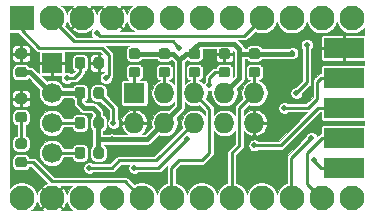
<source format=gbr>
G04 #@! TF.GenerationSoftware,KiCad,Pcbnew,5.1.5+dfsg1-2build2*
G04 #@! TF.CreationDate,2021-03-15T22:22:15+01:00*
G04 #@! TF.ProjectId,ProMicro_CONN,50726f4d-6963-4726-9f5f-434f4e4e2e6b,v1.5*
G04 #@! TF.SameCoordinates,Original*
G04 #@! TF.FileFunction,Copper,L1,Top*
G04 #@! TF.FilePolarity,Positive*
%FSLAX46Y46*%
G04 Gerber Fmt 4.6, Leading zero omitted, Abs format (unit mm)*
G04 Created by KiCad*
%MOMM*%
%LPD*%
G04 APERTURE LIST*
%ADD10O,1.727200X1.727200*%
%ADD11R,1.727200X1.727200*%
%ADD12C,0.100000*%
%ADD13R,2.100000X2.100000*%
%ADD14C,2.100000*%
%ADD15R,3.454400X1.727200*%
%ADD16C,1.700000*%
%ADD17R,1.700000X1.700000*%
%ADD18C,0.500000*%
%ADD19C,0.400000*%
%ADD20C,0.250000*%
%ADD21C,0.125000*%
G04 APERTURE END LIST*
D10*
X156845000Y-113030000D03*
X156845000Y-110490000D03*
X154305000Y-113030000D03*
X154305000Y-110490000D03*
X151765000Y-113030000D03*
X151765000Y-110490000D03*
X149225000Y-113030000D03*
X149225000Y-110490000D03*
X146685000Y-113030000D03*
D11*
X146685000Y-110490000D03*
G04 #@! TA.AperFunction,SMDPad,CuDef*
D12*
G36*
X143902691Y-115096053D02*
G01*
X143923926Y-115099203D01*
X143944750Y-115104419D01*
X143964962Y-115111651D01*
X143984368Y-115120830D01*
X144002781Y-115131866D01*
X144020024Y-115144654D01*
X144035930Y-115159070D01*
X144050346Y-115174976D01*
X144063134Y-115192219D01*
X144074170Y-115210632D01*
X144083349Y-115230038D01*
X144090581Y-115250250D01*
X144095797Y-115271074D01*
X144098947Y-115292309D01*
X144100000Y-115313750D01*
X144100000Y-115826250D01*
X144098947Y-115847691D01*
X144095797Y-115868926D01*
X144090581Y-115889750D01*
X144083349Y-115909962D01*
X144074170Y-115929368D01*
X144063134Y-115947781D01*
X144050346Y-115965024D01*
X144035930Y-115980930D01*
X144020024Y-115995346D01*
X144002781Y-116008134D01*
X143984368Y-116019170D01*
X143964962Y-116028349D01*
X143944750Y-116035581D01*
X143923926Y-116040797D01*
X143902691Y-116043947D01*
X143881250Y-116045000D01*
X143443750Y-116045000D01*
X143422309Y-116043947D01*
X143401074Y-116040797D01*
X143380250Y-116035581D01*
X143360038Y-116028349D01*
X143340632Y-116019170D01*
X143322219Y-116008134D01*
X143304976Y-115995346D01*
X143289070Y-115980930D01*
X143274654Y-115965024D01*
X143261866Y-115947781D01*
X143250830Y-115929368D01*
X143241651Y-115909962D01*
X143234419Y-115889750D01*
X143229203Y-115868926D01*
X143226053Y-115847691D01*
X143225000Y-115826250D01*
X143225000Y-115313750D01*
X143226053Y-115292309D01*
X143229203Y-115271074D01*
X143234419Y-115250250D01*
X143241651Y-115230038D01*
X143250830Y-115210632D01*
X143261866Y-115192219D01*
X143274654Y-115174976D01*
X143289070Y-115159070D01*
X143304976Y-115144654D01*
X143322219Y-115131866D01*
X143340632Y-115120830D01*
X143360038Y-115111651D01*
X143380250Y-115104419D01*
X143401074Y-115099203D01*
X143422309Y-115096053D01*
X143443750Y-115095000D01*
X143881250Y-115095000D01*
X143902691Y-115096053D01*
G37*
G04 #@! TD.AperFunction*
G04 #@! TA.AperFunction,SMDPad,CuDef*
G36*
X142327691Y-115096053D02*
G01*
X142348926Y-115099203D01*
X142369750Y-115104419D01*
X142389962Y-115111651D01*
X142409368Y-115120830D01*
X142427781Y-115131866D01*
X142445024Y-115144654D01*
X142460930Y-115159070D01*
X142475346Y-115174976D01*
X142488134Y-115192219D01*
X142499170Y-115210632D01*
X142508349Y-115230038D01*
X142515581Y-115250250D01*
X142520797Y-115271074D01*
X142523947Y-115292309D01*
X142525000Y-115313750D01*
X142525000Y-115826250D01*
X142523947Y-115847691D01*
X142520797Y-115868926D01*
X142515581Y-115889750D01*
X142508349Y-115909962D01*
X142499170Y-115929368D01*
X142488134Y-115947781D01*
X142475346Y-115965024D01*
X142460930Y-115980930D01*
X142445024Y-115995346D01*
X142427781Y-116008134D01*
X142409368Y-116019170D01*
X142389962Y-116028349D01*
X142369750Y-116035581D01*
X142348926Y-116040797D01*
X142327691Y-116043947D01*
X142306250Y-116045000D01*
X141868750Y-116045000D01*
X141847309Y-116043947D01*
X141826074Y-116040797D01*
X141805250Y-116035581D01*
X141785038Y-116028349D01*
X141765632Y-116019170D01*
X141747219Y-116008134D01*
X141729976Y-115995346D01*
X141714070Y-115980930D01*
X141699654Y-115965024D01*
X141686866Y-115947781D01*
X141675830Y-115929368D01*
X141666651Y-115909962D01*
X141659419Y-115889750D01*
X141654203Y-115868926D01*
X141651053Y-115847691D01*
X141650000Y-115826250D01*
X141650000Y-115313750D01*
X141651053Y-115292309D01*
X141654203Y-115271074D01*
X141659419Y-115250250D01*
X141666651Y-115230038D01*
X141675830Y-115210632D01*
X141686866Y-115192219D01*
X141699654Y-115174976D01*
X141714070Y-115159070D01*
X141729976Y-115144654D01*
X141747219Y-115131866D01*
X141765632Y-115120830D01*
X141785038Y-115111651D01*
X141805250Y-115104419D01*
X141826074Y-115099203D01*
X141847309Y-115096053D01*
X141868750Y-115095000D01*
X142306250Y-115095000D01*
X142327691Y-115096053D01*
G37*
G04 #@! TD.AperFunction*
D13*
X137160000Y-104140000D03*
D14*
X139700000Y-104140000D03*
X142240000Y-104140000D03*
X165100000Y-119380000D03*
X144780000Y-104140000D03*
X162560000Y-119380000D03*
X147320000Y-104140000D03*
X160020000Y-119380000D03*
X149860000Y-104140000D03*
X157480000Y-119380000D03*
X152400000Y-104140000D03*
X154940000Y-119380000D03*
X154940000Y-104140000D03*
X152400000Y-119380000D03*
X157480000Y-104140000D03*
X149860000Y-119380000D03*
X160020000Y-104140000D03*
X147320000Y-119380000D03*
X162560000Y-104140000D03*
X144780000Y-119380000D03*
X165100000Y-104140000D03*
X142240000Y-119380000D03*
X139700000Y-119380000D03*
X137160000Y-119380000D03*
G04 #@! TA.AperFunction,SMDPad,CuDef*
D12*
G36*
X142327691Y-107476053D02*
G01*
X142348926Y-107479203D01*
X142369750Y-107484419D01*
X142389962Y-107491651D01*
X142409368Y-107500830D01*
X142427781Y-107511866D01*
X142445024Y-107524654D01*
X142460930Y-107539070D01*
X142475346Y-107554976D01*
X142488134Y-107572219D01*
X142499170Y-107590632D01*
X142508349Y-107610038D01*
X142515581Y-107630250D01*
X142520797Y-107651074D01*
X142523947Y-107672309D01*
X142525000Y-107693750D01*
X142525000Y-108206250D01*
X142523947Y-108227691D01*
X142520797Y-108248926D01*
X142515581Y-108269750D01*
X142508349Y-108289962D01*
X142499170Y-108309368D01*
X142488134Y-108327781D01*
X142475346Y-108345024D01*
X142460930Y-108360930D01*
X142445024Y-108375346D01*
X142427781Y-108388134D01*
X142409368Y-108399170D01*
X142389962Y-108408349D01*
X142369750Y-108415581D01*
X142348926Y-108420797D01*
X142327691Y-108423947D01*
X142306250Y-108425000D01*
X141868750Y-108425000D01*
X141847309Y-108423947D01*
X141826074Y-108420797D01*
X141805250Y-108415581D01*
X141785038Y-108408349D01*
X141765632Y-108399170D01*
X141747219Y-108388134D01*
X141729976Y-108375346D01*
X141714070Y-108360930D01*
X141699654Y-108345024D01*
X141686866Y-108327781D01*
X141675830Y-108309368D01*
X141666651Y-108289962D01*
X141659419Y-108269750D01*
X141654203Y-108248926D01*
X141651053Y-108227691D01*
X141650000Y-108206250D01*
X141650000Y-107693750D01*
X141651053Y-107672309D01*
X141654203Y-107651074D01*
X141659419Y-107630250D01*
X141666651Y-107610038D01*
X141675830Y-107590632D01*
X141686866Y-107572219D01*
X141699654Y-107554976D01*
X141714070Y-107539070D01*
X141729976Y-107524654D01*
X141747219Y-107511866D01*
X141765632Y-107500830D01*
X141785038Y-107491651D01*
X141805250Y-107484419D01*
X141826074Y-107479203D01*
X141847309Y-107476053D01*
X141868750Y-107475000D01*
X142306250Y-107475000D01*
X142327691Y-107476053D01*
G37*
G04 #@! TD.AperFunction*
G04 #@! TA.AperFunction,SMDPad,CuDef*
G36*
X143902691Y-107476053D02*
G01*
X143923926Y-107479203D01*
X143944750Y-107484419D01*
X143964962Y-107491651D01*
X143984368Y-107500830D01*
X144002781Y-107511866D01*
X144020024Y-107524654D01*
X144035930Y-107539070D01*
X144050346Y-107554976D01*
X144063134Y-107572219D01*
X144074170Y-107590632D01*
X144083349Y-107610038D01*
X144090581Y-107630250D01*
X144095797Y-107651074D01*
X144098947Y-107672309D01*
X144100000Y-107693750D01*
X144100000Y-108206250D01*
X144098947Y-108227691D01*
X144095797Y-108248926D01*
X144090581Y-108269750D01*
X144083349Y-108289962D01*
X144074170Y-108309368D01*
X144063134Y-108327781D01*
X144050346Y-108345024D01*
X144035930Y-108360930D01*
X144020024Y-108375346D01*
X144002781Y-108388134D01*
X143984368Y-108399170D01*
X143964962Y-108408349D01*
X143944750Y-108415581D01*
X143923926Y-108420797D01*
X143902691Y-108423947D01*
X143881250Y-108425000D01*
X143443750Y-108425000D01*
X143422309Y-108423947D01*
X143401074Y-108420797D01*
X143380250Y-108415581D01*
X143360038Y-108408349D01*
X143340632Y-108399170D01*
X143322219Y-108388134D01*
X143304976Y-108375346D01*
X143289070Y-108360930D01*
X143274654Y-108345024D01*
X143261866Y-108327781D01*
X143250830Y-108309368D01*
X143241651Y-108289962D01*
X143234419Y-108269750D01*
X143229203Y-108248926D01*
X143226053Y-108227691D01*
X143225000Y-108206250D01*
X143225000Y-107693750D01*
X143226053Y-107672309D01*
X143229203Y-107651074D01*
X143234419Y-107630250D01*
X143241651Y-107610038D01*
X143250830Y-107590632D01*
X143261866Y-107572219D01*
X143274654Y-107554976D01*
X143289070Y-107539070D01*
X143304976Y-107524654D01*
X143322219Y-107511866D01*
X143340632Y-107500830D01*
X143360038Y-107491651D01*
X143380250Y-107484419D01*
X143401074Y-107479203D01*
X143422309Y-107476053D01*
X143443750Y-107475000D01*
X143881250Y-107475000D01*
X143902691Y-107476053D01*
G37*
G04 #@! TD.AperFunction*
D15*
X164465000Y-114300000D03*
X164465000Y-116840000D03*
X164465000Y-111760000D03*
X164465000Y-109220000D03*
X164465000Y-106680000D03*
G04 #@! TA.AperFunction,SMDPad,CuDef*
D12*
G36*
X137374239Y-115921053D02*
G01*
X137395474Y-115924203D01*
X137416298Y-115929419D01*
X137436510Y-115936651D01*
X137455916Y-115945830D01*
X137474329Y-115956866D01*
X137491572Y-115969654D01*
X137507478Y-115984070D01*
X137521894Y-115999976D01*
X137534682Y-116017219D01*
X137545718Y-116035632D01*
X137554897Y-116055038D01*
X137562129Y-116075250D01*
X137567345Y-116096074D01*
X137570495Y-116117309D01*
X137571548Y-116138750D01*
X137571548Y-116576250D01*
X137570495Y-116597691D01*
X137567345Y-116618926D01*
X137562129Y-116639750D01*
X137554897Y-116659962D01*
X137545718Y-116679368D01*
X137534682Y-116697781D01*
X137521894Y-116715024D01*
X137507478Y-116730930D01*
X137491572Y-116745346D01*
X137474329Y-116758134D01*
X137455916Y-116769170D01*
X137436510Y-116778349D01*
X137416298Y-116785581D01*
X137395474Y-116790797D01*
X137374239Y-116793947D01*
X137352798Y-116795000D01*
X136840298Y-116795000D01*
X136818857Y-116793947D01*
X136797622Y-116790797D01*
X136776798Y-116785581D01*
X136756586Y-116778349D01*
X136737180Y-116769170D01*
X136718767Y-116758134D01*
X136701524Y-116745346D01*
X136685618Y-116730930D01*
X136671202Y-116715024D01*
X136658414Y-116697781D01*
X136647378Y-116679368D01*
X136638199Y-116659962D01*
X136630967Y-116639750D01*
X136625751Y-116618926D01*
X136622601Y-116597691D01*
X136621548Y-116576250D01*
X136621548Y-116138750D01*
X136622601Y-116117309D01*
X136625751Y-116096074D01*
X136630967Y-116075250D01*
X136638199Y-116055038D01*
X136647378Y-116035632D01*
X136658414Y-116017219D01*
X136671202Y-115999976D01*
X136685618Y-115984070D01*
X136701524Y-115969654D01*
X136718767Y-115956866D01*
X136737180Y-115945830D01*
X136756586Y-115936651D01*
X136776798Y-115929419D01*
X136797622Y-115924203D01*
X136818857Y-115921053D01*
X136840298Y-115920000D01*
X137352798Y-115920000D01*
X137374239Y-115921053D01*
G37*
G04 #@! TD.AperFunction*
G04 #@! TA.AperFunction,SMDPad,CuDef*
G36*
X137374239Y-114346053D02*
G01*
X137395474Y-114349203D01*
X137416298Y-114354419D01*
X137436510Y-114361651D01*
X137455916Y-114370830D01*
X137474329Y-114381866D01*
X137491572Y-114394654D01*
X137507478Y-114409070D01*
X137521894Y-114424976D01*
X137534682Y-114442219D01*
X137545718Y-114460632D01*
X137554897Y-114480038D01*
X137562129Y-114500250D01*
X137567345Y-114521074D01*
X137570495Y-114542309D01*
X137571548Y-114563750D01*
X137571548Y-115001250D01*
X137570495Y-115022691D01*
X137567345Y-115043926D01*
X137562129Y-115064750D01*
X137554897Y-115084962D01*
X137545718Y-115104368D01*
X137534682Y-115122781D01*
X137521894Y-115140024D01*
X137507478Y-115155930D01*
X137491572Y-115170346D01*
X137474329Y-115183134D01*
X137455916Y-115194170D01*
X137436510Y-115203349D01*
X137416298Y-115210581D01*
X137395474Y-115215797D01*
X137374239Y-115218947D01*
X137352798Y-115220000D01*
X136840298Y-115220000D01*
X136818857Y-115218947D01*
X136797622Y-115215797D01*
X136776798Y-115210581D01*
X136756586Y-115203349D01*
X136737180Y-115194170D01*
X136718767Y-115183134D01*
X136701524Y-115170346D01*
X136685618Y-115155930D01*
X136671202Y-115140024D01*
X136658414Y-115122781D01*
X136647378Y-115104368D01*
X136638199Y-115084962D01*
X136630967Y-115064750D01*
X136625751Y-115043926D01*
X136622601Y-115022691D01*
X136621548Y-115001250D01*
X136621548Y-114563750D01*
X136622601Y-114542309D01*
X136625751Y-114521074D01*
X136630967Y-114500250D01*
X136638199Y-114480038D01*
X136647378Y-114460632D01*
X136658414Y-114442219D01*
X136671202Y-114424976D01*
X136685618Y-114409070D01*
X136701524Y-114394654D01*
X136718767Y-114381866D01*
X136737180Y-114370830D01*
X136756586Y-114361651D01*
X136776798Y-114354419D01*
X136797622Y-114349203D01*
X136818857Y-114346053D01*
X136840298Y-114345000D01*
X137352798Y-114345000D01*
X137374239Y-114346053D01*
G37*
G04 #@! TD.AperFunction*
G04 #@! TA.AperFunction,SMDPad,CuDef*
G36*
X142327691Y-110016053D02*
G01*
X142348926Y-110019203D01*
X142369750Y-110024419D01*
X142389962Y-110031651D01*
X142409368Y-110040830D01*
X142427781Y-110051866D01*
X142445024Y-110064654D01*
X142460930Y-110079070D01*
X142475346Y-110094976D01*
X142488134Y-110112219D01*
X142499170Y-110130632D01*
X142508349Y-110150038D01*
X142515581Y-110170250D01*
X142520797Y-110191074D01*
X142523947Y-110212309D01*
X142525000Y-110233750D01*
X142525000Y-110746250D01*
X142523947Y-110767691D01*
X142520797Y-110788926D01*
X142515581Y-110809750D01*
X142508349Y-110829962D01*
X142499170Y-110849368D01*
X142488134Y-110867781D01*
X142475346Y-110885024D01*
X142460930Y-110900930D01*
X142445024Y-110915346D01*
X142427781Y-110928134D01*
X142409368Y-110939170D01*
X142389962Y-110948349D01*
X142369750Y-110955581D01*
X142348926Y-110960797D01*
X142327691Y-110963947D01*
X142306250Y-110965000D01*
X141868750Y-110965000D01*
X141847309Y-110963947D01*
X141826074Y-110960797D01*
X141805250Y-110955581D01*
X141785038Y-110948349D01*
X141765632Y-110939170D01*
X141747219Y-110928134D01*
X141729976Y-110915346D01*
X141714070Y-110900930D01*
X141699654Y-110885024D01*
X141686866Y-110867781D01*
X141675830Y-110849368D01*
X141666651Y-110829962D01*
X141659419Y-110809750D01*
X141654203Y-110788926D01*
X141651053Y-110767691D01*
X141650000Y-110746250D01*
X141650000Y-110233750D01*
X141651053Y-110212309D01*
X141654203Y-110191074D01*
X141659419Y-110170250D01*
X141666651Y-110150038D01*
X141675830Y-110130632D01*
X141686866Y-110112219D01*
X141699654Y-110094976D01*
X141714070Y-110079070D01*
X141729976Y-110064654D01*
X141747219Y-110051866D01*
X141765632Y-110040830D01*
X141785038Y-110031651D01*
X141805250Y-110024419D01*
X141826074Y-110019203D01*
X141847309Y-110016053D01*
X141868750Y-110015000D01*
X142306250Y-110015000D01*
X142327691Y-110016053D01*
G37*
G04 #@! TD.AperFunction*
G04 #@! TA.AperFunction,SMDPad,CuDef*
G36*
X143902691Y-110016053D02*
G01*
X143923926Y-110019203D01*
X143944750Y-110024419D01*
X143964962Y-110031651D01*
X143984368Y-110040830D01*
X144002781Y-110051866D01*
X144020024Y-110064654D01*
X144035930Y-110079070D01*
X144050346Y-110094976D01*
X144063134Y-110112219D01*
X144074170Y-110130632D01*
X144083349Y-110150038D01*
X144090581Y-110170250D01*
X144095797Y-110191074D01*
X144098947Y-110212309D01*
X144100000Y-110233750D01*
X144100000Y-110746250D01*
X144098947Y-110767691D01*
X144095797Y-110788926D01*
X144090581Y-110809750D01*
X144083349Y-110829962D01*
X144074170Y-110849368D01*
X144063134Y-110867781D01*
X144050346Y-110885024D01*
X144035930Y-110900930D01*
X144020024Y-110915346D01*
X144002781Y-110928134D01*
X143984368Y-110939170D01*
X143964962Y-110948349D01*
X143944750Y-110955581D01*
X143923926Y-110960797D01*
X143902691Y-110963947D01*
X143881250Y-110965000D01*
X143443750Y-110965000D01*
X143422309Y-110963947D01*
X143401074Y-110960797D01*
X143380250Y-110955581D01*
X143360038Y-110948349D01*
X143340632Y-110939170D01*
X143322219Y-110928134D01*
X143304976Y-110915346D01*
X143289070Y-110900930D01*
X143274654Y-110885024D01*
X143261866Y-110867781D01*
X143250830Y-110849368D01*
X143241651Y-110829962D01*
X143234419Y-110809750D01*
X143229203Y-110788926D01*
X143226053Y-110767691D01*
X143225000Y-110746250D01*
X143225000Y-110233750D01*
X143226053Y-110212309D01*
X143229203Y-110191074D01*
X143234419Y-110170250D01*
X143241651Y-110150038D01*
X143250830Y-110130632D01*
X143261866Y-110112219D01*
X143274654Y-110094976D01*
X143289070Y-110079070D01*
X143304976Y-110064654D01*
X143322219Y-110051866D01*
X143340632Y-110040830D01*
X143360038Y-110031651D01*
X143380250Y-110024419D01*
X143401074Y-110019203D01*
X143422309Y-110016053D01*
X143443750Y-110015000D01*
X143881250Y-110015000D01*
X143902691Y-110016053D01*
G37*
G04 #@! TD.AperFunction*
G04 #@! TA.AperFunction,SMDPad,CuDef*
G36*
X146962691Y-106726053D02*
G01*
X146983926Y-106729203D01*
X147004750Y-106734419D01*
X147024962Y-106741651D01*
X147044368Y-106750830D01*
X147062781Y-106761866D01*
X147080024Y-106774654D01*
X147095930Y-106789070D01*
X147110346Y-106804976D01*
X147123134Y-106822219D01*
X147134170Y-106840632D01*
X147143349Y-106860038D01*
X147150581Y-106880250D01*
X147155797Y-106901074D01*
X147158947Y-106922309D01*
X147160000Y-106943750D01*
X147160000Y-107381250D01*
X147158947Y-107402691D01*
X147155797Y-107423926D01*
X147150581Y-107444750D01*
X147143349Y-107464962D01*
X147134170Y-107484368D01*
X147123134Y-107502781D01*
X147110346Y-107520024D01*
X147095930Y-107535930D01*
X147080024Y-107550346D01*
X147062781Y-107563134D01*
X147044368Y-107574170D01*
X147024962Y-107583349D01*
X147004750Y-107590581D01*
X146983926Y-107595797D01*
X146962691Y-107598947D01*
X146941250Y-107600000D01*
X146428750Y-107600000D01*
X146407309Y-107598947D01*
X146386074Y-107595797D01*
X146365250Y-107590581D01*
X146345038Y-107583349D01*
X146325632Y-107574170D01*
X146307219Y-107563134D01*
X146289976Y-107550346D01*
X146274070Y-107535930D01*
X146259654Y-107520024D01*
X146246866Y-107502781D01*
X146235830Y-107484368D01*
X146226651Y-107464962D01*
X146219419Y-107444750D01*
X146214203Y-107423926D01*
X146211053Y-107402691D01*
X146210000Y-107381250D01*
X146210000Y-106943750D01*
X146211053Y-106922309D01*
X146214203Y-106901074D01*
X146219419Y-106880250D01*
X146226651Y-106860038D01*
X146235830Y-106840632D01*
X146246866Y-106822219D01*
X146259654Y-106804976D01*
X146274070Y-106789070D01*
X146289976Y-106774654D01*
X146307219Y-106761866D01*
X146325632Y-106750830D01*
X146345038Y-106741651D01*
X146365250Y-106734419D01*
X146386074Y-106729203D01*
X146407309Y-106726053D01*
X146428750Y-106725000D01*
X146941250Y-106725000D01*
X146962691Y-106726053D01*
G37*
G04 #@! TD.AperFunction*
G04 #@! TA.AperFunction,SMDPad,CuDef*
G36*
X146962691Y-108301053D02*
G01*
X146983926Y-108304203D01*
X147004750Y-108309419D01*
X147024962Y-108316651D01*
X147044368Y-108325830D01*
X147062781Y-108336866D01*
X147080024Y-108349654D01*
X147095930Y-108364070D01*
X147110346Y-108379976D01*
X147123134Y-108397219D01*
X147134170Y-108415632D01*
X147143349Y-108435038D01*
X147150581Y-108455250D01*
X147155797Y-108476074D01*
X147158947Y-108497309D01*
X147160000Y-108518750D01*
X147160000Y-108956250D01*
X147158947Y-108977691D01*
X147155797Y-108998926D01*
X147150581Y-109019750D01*
X147143349Y-109039962D01*
X147134170Y-109059368D01*
X147123134Y-109077781D01*
X147110346Y-109095024D01*
X147095930Y-109110930D01*
X147080024Y-109125346D01*
X147062781Y-109138134D01*
X147044368Y-109149170D01*
X147024962Y-109158349D01*
X147004750Y-109165581D01*
X146983926Y-109170797D01*
X146962691Y-109173947D01*
X146941250Y-109175000D01*
X146428750Y-109175000D01*
X146407309Y-109173947D01*
X146386074Y-109170797D01*
X146365250Y-109165581D01*
X146345038Y-109158349D01*
X146325632Y-109149170D01*
X146307219Y-109138134D01*
X146289976Y-109125346D01*
X146274070Y-109110930D01*
X146259654Y-109095024D01*
X146246866Y-109077781D01*
X146235830Y-109059368D01*
X146226651Y-109039962D01*
X146219419Y-109019750D01*
X146214203Y-108998926D01*
X146211053Y-108977691D01*
X146210000Y-108956250D01*
X146210000Y-108518750D01*
X146211053Y-108497309D01*
X146214203Y-108476074D01*
X146219419Y-108455250D01*
X146226651Y-108435038D01*
X146235830Y-108415632D01*
X146246866Y-108397219D01*
X146259654Y-108379976D01*
X146274070Y-108364070D01*
X146289976Y-108349654D01*
X146307219Y-108336866D01*
X146325632Y-108325830D01*
X146345038Y-108316651D01*
X146365250Y-108309419D01*
X146386074Y-108304203D01*
X146407309Y-108301053D01*
X146428750Y-108300000D01*
X146941250Y-108300000D01*
X146962691Y-108301053D01*
G37*
G04 #@! TD.AperFunction*
G04 #@! TA.AperFunction,SMDPad,CuDef*
G36*
X152042691Y-106726053D02*
G01*
X152063926Y-106729203D01*
X152084750Y-106734419D01*
X152104962Y-106741651D01*
X152124368Y-106750830D01*
X152142781Y-106761866D01*
X152160024Y-106774654D01*
X152175930Y-106789070D01*
X152190346Y-106804976D01*
X152203134Y-106822219D01*
X152214170Y-106840632D01*
X152223349Y-106860038D01*
X152230581Y-106880250D01*
X152235797Y-106901074D01*
X152238947Y-106922309D01*
X152240000Y-106943750D01*
X152240000Y-107381250D01*
X152238947Y-107402691D01*
X152235797Y-107423926D01*
X152230581Y-107444750D01*
X152223349Y-107464962D01*
X152214170Y-107484368D01*
X152203134Y-107502781D01*
X152190346Y-107520024D01*
X152175930Y-107535930D01*
X152160024Y-107550346D01*
X152142781Y-107563134D01*
X152124368Y-107574170D01*
X152104962Y-107583349D01*
X152084750Y-107590581D01*
X152063926Y-107595797D01*
X152042691Y-107598947D01*
X152021250Y-107600000D01*
X151508750Y-107600000D01*
X151487309Y-107598947D01*
X151466074Y-107595797D01*
X151445250Y-107590581D01*
X151425038Y-107583349D01*
X151405632Y-107574170D01*
X151387219Y-107563134D01*
X151369976Y-107550346D01*
X151354070Y-107535930D01*
X151339654Y-107520024D01*
X151326866Y-107502781D01*
X151315830Y-107484368D01*
X151306651Y-107464962D01*
X151299419Y-107444750D01*
X151294203Y-107423926D01*
X151291053Y-107402691D01*
X151290000Y-107381250D01*
X151290000Y-106943750D01*
X151291053Y-106922309D01*
X151294203Y-106901074D01*
X151299419Y-106880250D01*
X151306651Y-106860038D01*
X151315830Y-106840632D01*
X151326866Y-106822219D01*
X151339654Y-106804976D01*
X151354070Y-106789070D01*
X151369976Y-106774654D01*
X151387219Y-106761866D01*
X151405632Y-106750830D01*
X151425038Y-106741651D01*
X151445250Y-106734419D01*
X151466074Y-106729203D01*
X151487309Y-106726053D01*
X151508750Y-106725000D01*
X152021250Y-106725000D01*
X152042691Y-106726053D01*
G37*
G04 #@! TD.AperFunction*
G04 #@! TA.AperFunction,SMDPad,CuDef*
G36*
X152042691Y-108301053D02*
G01*
X152063926Y-108304203D01*
X152084750Y-108309419D01*
X152104962Y-108316651D01*
X152124368Y-108325830D01*
X152142781Y-108336866D01*
X152160024Y-108349654D01*
X152175930Y-108364070D01*
X152190346Y-108379976D01*
X152203134Y-108397219D01*
X152214170Y-108415632D01*
X152223349Y-108435038D01*
X152230581Y-108455250D01*
X152235797Y-108476074D01*
X152238947Y-108497309D01*
X152240000Y-108518750D01*
X152240000Y-108956250D01*
X152238947Y-108977691D01*
X152235797Y-108998926D01*
X152230581Y-109019750D01*
X152223349Y-109039962D01*
X152214170Y-109059368D01*
X152203134Y-109077781D01*
X152190346Y-109095024D01*
X152175930Y-109110930D01*
X152160024Y-109125346D01*
X152142781Y-109138134D01*
X152124368Y-109149170D01*
X152104962Y-109158349D01*
X152084750Y-109165581D01*
X152063926Y-109170797D01*
X152042691Y-109173947D01*
X152021250Y-109175000D01*
X151508750Y-109175000D01*
X151487309Y-109173947D01*
X151466074Y-109170797D01*
X151445250Y-109165581D01*
X151425038Y-109158349D01*
X151405632Y-109149170D01*
X151387219Y-109138134D01*
X151369976Y-109125346D01*
X151354070Y-109110930D01*
X151339654Y-109095024D01*
X151326866Y-109077781D01*
X151315830Y-109059368D01*
X151306651Y-109039962D01*
X151299419Y-109019750D01*
X151294203Y-108998926D01*
X151291053Y-108977691D01*
X151290000Y-108956250D01*
X151290000Y-108518750D01*
X151291053Y-108497309D01*
X151294203Y-108476074D01*
X151299419Y-108455250D01*
X151306651Y-108435038D01*
X151315830Y-108415632D01*
X151326866Y-108397219D01*
X151339654Y-108379976D01*
X151354070Y-108364070D01*
X151369976Y-108349654D01*
X151387219Y-108336866D01*
X151405632Y-108325830D01*
X151425038Y-108316651D01*
X151445250Y-108309419D01*
X151466074Y-108304203D01*
X151487309Y-108301053D01*
X151508750Y-108300000D01*
X152021250Y-108300000D01*
X152042691Y-108301053D01*
G37*
G04 #@! TD.AperFunction*
G04 #@! TA.AperFunction,SMDPad,CuDef*
G36*
X143902691Y-112556053D02*
G01*
X143923926Y-112559203D01*
X143944750Y-112564419D01*
X143964962Y-112571651D01*
X143984368Y-112580830D01*
X144002781Y-112591866D01*
X144020024Y-112604654D01*
X144035930Y-112619070D01*
X144050346Y-112634976D01*
X144063134Y-112652219D01*
X144074170Y-112670632D01*
X144083349Y-112690038D01*
X144090581Y-112710250D01*
X144095797Y-112731074D01*
X144098947Y-112752309D01*
X144100000Y-112773750D01*
X144100000Y-113286250D01*
X144098947Y-113307691D01*
X144095797Y-113328926D01*
X144090581Y-113349750D01*
X144083349Y-113369962D01*
X144074170Y-113389368D01*
X144063134Y-113407781D01*
X144050346Y-113425024D01*
X144035930Y-113440930D01*
X144020024Y-113455346D01*
X144002781Y-113468134D01*
X143984368Y-113479170D01*
X143964962Y-113488349D01*
X143944750Y-113495581D01*
X143923926Y-113500797D01*
X143902691Y-113503947D01*
X143881250Y-113505000D01*
X143443750Y-113505000D01*
X143422309Y-113503947D01*
X143401074Y-113500797D01*
X143380250Y-113495581D01*
X143360038Y-113488349D01*
X143340632Y-113479170D01*
X143322219Y-113468134D01*
X143304976Y-113455346D01*
X143289070Y-113440930D01*
X143274654Y-113425024D01*
X143261866Y-113407781D01*
X143250830Y-113389368D01*
X143241651Y-113369962D01*
X143234419Y-113349750D01*
X143229203Y-113328926D01*
X143226053Y-113307691D01*
X143225000Y-113286250D01*
X143225000Y-112773750D01*
X143226053Y-112752309D01*
X143229203Y-112731074D01*
X143234419Y-112710250D01*
X143241651Y-112690038D01*
X143250830Y-112670632D01*
X143261866Y-112652219D01*
X143274654Y-112634976D01*
X143289070Y-112619070D01*
X143304976Y-112604654D01*
X143322219Y-112591866D01*
X143340632Y-112580830D01*
X143360038Y-112571651D01*
X143380250Y-112564419D01*
X143401074Y-112559203D01*
X143422309Y-112556053D01*
X143443750Y-112555000D01*
X143881250Y-112555000D01*
X143902691Y-112556053D01*
G37*
G04 #@! TD.AperFunction*
G04 #@! TA.AperFunction,SMDPad,CuDef*
G36*
X142327691Y-112556053D02*
G01*
X142348926Y-112559203D01*
X142369750Y-112564419D01*
X142389962Y-112571651D01*
X142409368Y-112580830D01*
X142427781Y-112591866D01*
X142445024Y-112604654D01*
X142460930Y-112619070D01*
X142475346Y-112634976D01*
X142488134Y-112652219D01*
X142499170Y-112670632D01*
X142508349Y-112690038D01*
X142515581Y-112710250D01*
X142520797Y-112731074D01*
X142523947Y-112752309D01*
X142525000Y-112773750D01*
X142525000Y-113286250D01*
X142523947Y-113307691D01*
X142520797Y-113328926D01*
X142515581Y-113349750D01*
X142508349Y-113369962D01*
X142499170Y-113389368D01*
X142488134Y-113407781D01*
X142475346Y-113425024D01*
X142460930Y-113440930D01*
X142445024Y-113455346D01*
X142427781Y-113468134D01*
X142409368Y-113479170D01*
X142389962Y-113488349D01*
X142369750Y-113495581D01*
X142348926Y-113500797D01*
X142327691Y-113503947D01*
X142306250Y-113505000D01*
X141868750Y-113505000D01*
X141847309Y-113503947D01*
X141826074Y-113500797D01*
X141805250Y-113495581D01*
X141785038Y-113488349D01*
X141765632Y-113479170D01*
X141747219Y-113468134D01*
X141729976Y-113455346D01*
X141714070Y-113440930D01*
X141699654Y-113425024D01*
X141686866Y-113407781D01*
X141675830Y-113389368D01*
X141666651Y-113369962D01*
X141659419Y-113349750D01*
X141654203Y-113328926D01*
X141651053Y-113307691D01*
X141650000Y-113286250D01*
X141650000Y-112773750D01*
X141651053Y-112752309D01*
X141654203Y-112731074D01*
X141659419Y-112710250D01*
X141666651Y-112690038D01*
X141675830Y-112670632D01*
X141686866Y-112652219D01*
X141699654Y-112634976D01*
X141714070Y-112619070D01*
X141729976Y-112604654D01*
X141747219Y-112591866D01*
X141765632Y-112580830D01*
X141785038Y-112571651D01*
X141805250Y-112564419D01*
X141826074Y-112559203D01*
X141847309Y-112556053D01*
X141868750Y-112555000D01*
X142306250Y-112555000D01*
X142327691Y-112556053D01*
G37*
G04 #@! TD.AperFunction*
G04 #@! TA.AperFunction,SMDPad,CuDef*
G36*
X149502691Y-106726053D02*
G01*
X149523926Y-106729203D01*
X149544750Y-106734419D01*
X149564962Y-106741651D01*
X149584368Y-106750830D01*
X149602781Y-106761866D01*
X149620024Y-106774654D01*
X149635930Y-106789070D01*
X149650346Y-106804976D01*
X149663134Y-106822219D01*
X149674170Y-106840632D01*
X149683349Y-106860038D01*
X149690581Y-106880250D01*
X149695797Y-106901074D01*
X149698947Y-106922309D01*
X149700000Y-106943750D01*
X149700000Y-107381250D01*
X149698947Y-107402691D01*
X149695797Y-107423926D01*
X149690581Y-107444750D01*
X149683349Y-107464962D01*
X149674170Y-107484368D01*
X149663134Y-107502781D01*
X149650346Y-107520024D01*
X149635930Y-107535930D01*
X149620024Y-107550346D01*
X149602781Y-107563134D01*
X149584368Y-107574170D01*
X149564962Y-107583349D01*
X149544750Y-107590581D01*
X149523926Y-107595797D01*
X149502691Y-107598947D01*
X149481250Y-107600000D01*
X148968750Y-107600000D01*
X148947309Y-107598947D01*
X148926074Y-107595797D01*
X148905250Y-107590581D01*
X148885038Y-107583349D01*
X148865632Y-107574170D01*
X148847219Y-107563134D01*
X148829976Y-107550346D01*
X148814070Y-107535930D01*
X148799654Y-107520024D01*
X148786866Y-107502781D01*
X148775830Y-107484368D01*
X148766651Y-107464962D01*
X148759419Y-107444750D01*
X148754203Y-107423926D01*
X148751053Y-107402691D01*
X148750000Y-107381250D01*
X148750000Y-106943750D01*
X148751053Y-106922309D01*
X148754203Y-106901074D01*
X148759419Y-106880250D01*
X148766651Y-106860038D01*
X148775830Y-106840632D01*
X148786866Y-106822219D01*
X148799654Y-106804976D01*
X148814070Y-106789070D01*
X148829976Y-106774654D01*
X148847219Y-106761866D01*
X148865632Y-106750830D01*
X148885038Y-106741651D01*
X148905250Y-106734419D01*
X148926074Y-106729203D01*
X148947309Y-106726053D01*
X148968750Y-106725000D01*
X149481250Y-106725000D01*
X149502691Y-106726053D01*
G37*
G04 #@! TD.AperFunction*
G04 #@! TA.AperFunction,SMDPad,CuDef*
G36*
X149502691Y-108301053D02*
G01*
X149523926Y-108304203D01*
X149544750Y-108309419D01*
X149564962Y-108316651D01*
X149584368Y-108325830D01*
X149602781Y-108336866D01*
X149620024Y-108349654D01*
X149635930Y-108364070D01*
X149650346Y-108379976D01*
X149663134Y-108397219D01*
X149674170Y-108415632D01*
X149683349Y-108435038D01*
X149690581Y-108455250D01*
X149695797Y-108476074D01*
X149698947Y-108497309D01*
X149700000Y-108518750D01*
X149700000Y-108956250D01*
X149698947Y-108977691D01*
X149695797Y-108998926D01*
X149690581Y-109019750D01*
X149683349Y-109039962D01*
X149674170Y-109059368D01*
X149663134Y-109077781D01*
X149650346Y-109095024D01*
X149635930Y-109110930D01*
X149620024Y-109125346D01*
X149602781Y-109138134D01*
X149584368Y-109149170D01*
X149564962Y-109158349D01*
X149544750Y-109165581D01*
X149523926Y-109170797D01*
X149502691Y-109173947D01*
X149481250Y-109175000D01*
X148968750Y-109175000D01*
X148947309Y-109173947D01*
X148926074Y-109170797D01*
X148905250Y-109165581D01*
X148885038Y-109158349D01*
X148865632Y-109149170D01*
X148847219Y-109138134D01*
X148829976Y-109125346D01*
X148814070Y-109110930D01*
X148799654Y-109095024D01*
X148786866Y-109077781D01*
X148775830Y-109059368D01*
X148766651Y-109039962D01*
X148759419Y-109019750D01*
X148754203Y-108998926D01*
X148751053Y-108977691D01*
X148750000Y-108956250D01*
X148750000Y-108518750D01*
X148751053Y-108497309D01*
X148754203Y-108476074D01*
X148759419Y-108455250D01*
X148766651Y-108435038D01*
X148775830Y-108415632D01*
X148786866Y-108397219D01*
X148799654Y-108379976D01*
X148814070Y-108364070D01*
X148829976Y-108349654D01*
X148847219Y-108336866D01*
X148865632Y-108325830D01*
X148885038Y-108316651D01*
X148905250Y-108309419D01*
X148926074Y-108304203D01*
X148947309Y-108301053D01*
X148968750Y-108300000D01*
X149481250Y-108300000D01*
X149502691Y-108301053D01*
G37*
G04 #@! TD.AperFunction*
G04 #@! TA.AperFunction,SMDPad,CuDef*
G36*
X157122691Y-106726053D02*
G01*
X157143926Y-106729203D01*
X157164750Y-106734419D01*
X157184962Y-106741651D01*
X157204368Y-106750830D01*
X157222781Y-106761866D01*
X157240024Y-106774654D01*
X157255930Y-106789070D01*
X157270346Y-106804976D01*
X157283134Y-106822219D01*
X157294170Y-106840632D01*
X157303349Y-106860038D01*
X157310581Y-106880250D01*
X157315797Y-106901074D01*
X157318947Y-106922309D01*
X157320000Y-106943750D01*
X157320000Y-107381250D01*
X157318947Y-107402691D01*
X157315797Y-107423926D01*
X157310581Y-107444750D01*
X157303349Y-107464962D01*
X157294170Y-107484368D01*
X157283134Y-107502781D01*
X157270346Y-107520024D01*
X157255930Y-107535930D01*
X157240024Y-107550346D01*
X157222781Y-107563134D01*
X157204368Y-107574170D01*
X157184962Y-107583349D01*
X157164750Y-107590581D01*
X157143926Y-107595797D01*
X157122691Y-107598947D01*
X157101250Y-107600000D01*
X156588750Y-107600000D01*
X156567309Y-107598947D01*
X156546074Y-107595797D01*
X156525250Y-107590581D01*
X156505038Y-107583349D01*
X156485632Y-107574170D01*
X156467219Y-107563134D01*
X156449976Y-107550346D01*
X156434070Y-107535930D01*
X156419654Y-107520024D01*
X156406866Y-107502781D01*
X156395830Y-107484368D01*
X156386651Y-107464962D01*
X156379419Y-107444750D01*
X156374203Y-107423926D01*
X156371053Y-107402691D01*
X156370000Y-107381250D01*
X156370000Y-106943750D01*
X156371053Y-106922309D01*
X156374203Y-106901074D01*
X156379419Y-106880250D01*
X156386651Y-106860038D01*
X156395830Y-106840632D01*
X156406866Y-106822219D01*
X156419654Y-106804976D01*
X156434070Y-106789070D01*
X156449976Y-106774654D01*
X156467219Y-106761866D01*
X156485632Y-106750830D01*
X156505038Y-106741651D01*
X156525250Y-106734419D01*
X156546074Y-106729203D01*
X156567309Y-106726053D01*
X156588750Y-106725000D01*
X157101250Y-106725000D01*
X157122691Y-106726053D01*
G37*
G04 #@! TD.AperFunction*
G04 #@! TA.AperFunction,SMDPad,CuDef*
G36*
X157122691Y-108301053D02*
G01*
X157143926Y-108304203D01*
X157164750Y-108309419D01*
X157184962Y-108316651D01*
X157204368Y-108325830D01*
X157222781Y-108336866D01*
X157240024Y-108349654D01*
X157255930Y-108364070D01*
X157270346Y-108379976D01*
X157283134Y-108397219D01*
X157294170Y-108415632D01*
X157303349Y-108435038D01*
X157310581Y-108455250D01*
X157315797Y-108476074D01*
X157318947Y-108497309D01*
X157320000Y-108518750D01*
X157320000Y-108956250D01*
X157318947Y-108977691D01*
X157315797Y-108998926D01*
X157310581Y-109019750D01*
X157303349Y-109039962D01*
X157294170Y-109059368D01*
X157283134Y-109077781D01*
X157270346Y-109095024D01*
X157255930Y-109110930D01*
X157240024Y-109125346D01*
X157222781Y-109138134D01*
X157204368Y-109149170D01*
X157184962Y-109158349D01*
X157164750Y-109165581D01*
X157143926Y-109170797D01*
X157122691Y-109173947D01*
X157101250Y-109175000D01*
X156588750Y-109175000D01*
X156567309Y-109173947D01*
X156546074Y-109170797D01*
X156525250Y-109165581D01*
X156505038Y-109158349D01*
X156485632Y-109149170D01*
X156467219Y-109138134D01*
X156449976Y-109125346D01*
X156434070Y-109110930D01*
X156419654Y-109095024D01*
X156406866Y-109077781D01*
X156395830Y-109059368D01*
X156386651Y-109039962D01*
X156379419Y-109019750D01*
X156374203Y-108998926D01*
X156371053Y-108977691D01*
X156370000Y-108956250D01*
X156370000Y-108518750D01*
X156371053Y-108497309D01*
X156374203Y-108476074D01*
X156379419Y-108455250D01*
X156386651Y-108435038D01*
X156395830Y-108415632D01*
X156406866Y-108397219D01*
X156419654Y-108379976D01*
X156434070Y-108364070D01*
X156449976Y-108349654D01*
X156467219Y-108336866D01*
X156485632Y-108325830D01*
X156505038Y-108316651D01*
X156525250Y-108309419D01*
X156546074Y-108304203D01*
X156567309Y-108301053D01*
X156588750Y-108300000D01*
X157101250Y-108300000D01*
X157122691Y-108301053D01*
G37*
G04 #@! TD.AperFunction*
G04 #@! TA.AperFunction,SMDPad,CuDef*
G36*
X137374239Y-106726053D02*
G01*
X137395474Y-106729203D01*
X137416298Y-106734419D01*
X137436510Y-106741651D01*
X137455916Y-106750830D01*
X137474329Y-106761866D01*
X137491572Y-106774654D01*
X137507478Y-106789070D01*
X137521894Y-106804976D01*
X137534682Y-106822219D01*
X137545718Y-106840632D01*
X137554897Y-106860038D01*
X137562129Y-106880250D01*
X137567345Y-106901074D01*
X137570495Y-106922309D01*
X137571548Y-106943750D01*
X137571548Y-107381250D01*
X137570495Y-107402691D01*
X137567345Y-107423926D01*
X137562129Y-107444750D01*
X137554897Y-107464962D01*
X137545718Y-107484368D01*
X137534682Y-107502781D01*
X137521894Y-107520024D01*
X137507478Y-107535930D01*
X137491572Y-107550346D01*
X137474329Y-107563134D01*
X137455916Y-107574170D01*
X137436510Y-107583349D01*
X137416298Y-107590581D01*
X137395474Y-107595797D01*
X137374239Y-107598947D01*
X137352798Y-107600000D01*
X136840298Y-107600000D01*
X136818857Y-107598947D01*
X136797622Y-107595797D01*
X136776798Y-107590581D01*
X136756586Y-107583349D01*
X136737180Y-107574170D01*
X136718767Y-107563134D01*
X136701524Y-107550346D01*
X136685618Y-107535930D01*
X136671202Y-107520024D01*
X136658414Y-107502781D01*
X136647378Y-107484368D01*
X136638199Y-107464962D01*
X136630967Y-107444750D01*
X136625751Y-107423926D01*
X136622601Y-107402691D01*
X136621548Y-107381250D01*
X136621548Y-106943750D01*
X136622601Y-106922309D01*
X136625751Y-106901074D01*
X136630967Y-106880250D01*
X136638199Y-106860038D01*
X136647378Y-106840632D01*
X136658414Y-106822219D01*
X136671202Y-106804976D01*
X136685618Y-106789070D01*
X136701524Y-106774654D01*
X136718767Y-106761866D01*
X136737180Y-106750830D01*
X136756586Y-106741651D01*
X136776798Y-106734419D01*
X136797622Y-106729203D01*
X136818857Y-106726053D01*
X136840298Y-106725000D01*
X137352798Y-106725000D01*
X137374239Y-106726053D01*
G37*
G04 #@! TD.AperFunction*
G04 #@! TA.AperFunction,SMDPad,CuDef*
G36*
X137374239Y-108301053D02*
G01*
X137395474Y-108304203D01*
X137416298Y-108309419D01*
X137436510Y-108316651D01*
X137455916Y-108325830D01*
X137474329Y-108336866D01*
X137491572Y-108349654D01*
X137507478Y-108364070D01*
X137521894Y-108379976D01*
X137534682Y-108397219D01*
X137545718Y-108415632D01*
X137554897Y-108435038D01*
X137562129Y-108455250D01*
X137567345Y-108476074D01*
X137570495Y-108497309D01*
X137571548Y-108518750D01*
X137571548Y-108956250D01*
X137570495Y-108977691D01*
X137567345Y-108998926D01*
X137562129Y-109019750D01*
X137554897Y-109039962D01*
X137545718Y-109059368D01*
X137534682Y-109077781D01*
X137521894Y-109095024D01*
X137507478Y-109110930D01*
X137491572Y-109125346D01*
X137474329Y-109138134D01*
X137455916Y-109149170D01*
X137436510Y-109158349D01*
X137416298Y-109165581D01*
X137395474Y-109170797D01*
X137374239Y-109173947D01*
X137352798Y-109175000D01*
X136840298Y-109175000D01*
X136818857Y-109173947D01*
X136797622Y-109170797D01*
X136776798Y-109165581D01*
X136756586Y-109158349D01*
X136737180Y-109149170D01*
X136718767Y-109138134D01*
X136701524Y-109125346D01*
X136685618Y-109110930D01*
X136671202Y-109095024D01*
X136658414Y-109077781D01*
X136647378Y-109059368D01*
X136638199Y-109039962D01*
X136630967Y-109019750D01*
X136625751Y-108998926D01*
X136622601Y-108977691D01*
X136621548Y-108956250D01*
X136621548Y-108518750D01*
X136622601Y-108497309D01*
X136625751Y-108476074D01*
X136630967Y-108455250D01*
X136638199Y-108435038D01*
X136647378Y-108415632D01*
X136658414Y-108397219D01*
X136671202Y-108379976D01*
X136685618Y-108364070D01*
X136701524Y-108349654D01*
X136718767Y-108336866D01*
X136737180Y-108325830D01*
X136756586Y-108316651D01*
X136776798Y-108309419D01*
X136797622Y-108304203D01*
X136818857Y-108301053D01*
X136840298Y-108300000D01*
X137352798Y-108300000D01*
X137374239Y-108301053D01*
G37*
G04 #@! TD.AperFunction*
G04 #@! TA.AperFunction,SMDPad,CuDef*
G36*
X154582691Y-106726053D02*
G01*
X154603926Y-106729203D01*
X154624750Y-106734419D01*
X154644962Y-106741651D01*
X154664368Y-106750830D01*
X154682781Y-106761866D01*
X154700024Y-106774654D01*
X154715930Y-106789070D01*
X154730346Y-106804976D01*
X154743134Y-106822219D01*
X154754170Y-106840632D01*
X154763349Y-106860038D01*
X154770581Y-106880250D01*
X154775797Y-106901074D01*
X154778947Y-106922309D01*
X154780000Y-106943750D01*
X154780000Y-107381250D01*
X154778947Y-107402691D01*
X154775797Y-107423926D01*
X154770581Y-107444750D01*
X154763349Y-107464962D01*
X154754170Y-107484368D01*
X154743134Y-107502781D01*
X154730346Y-107520024D01*
X154715930Y-107535930D01*
X154700024Y-107550346D01*
X154682781Y-107563134D01*
X154664368Y-107574170D01*
X154644962Y-107583349D01*
X154624750Y-107590581D01*
X154603926Y-107595797D01*
X154582691Y-107598947D01*
X154561250Y-107600000D01*
X154048750Y-107600000D01*
X154027309Y-107598947D01*
X154006074Y-107595797D01*
X153985250Y-107590581D01*
X153965038Y-107583349D01*
X153945632Y-107574170D01*
X153927219Y-107563134D01*
X153909976Y-107550346D01*
X153894070Y-107535930D01*
X153879654Y-107520024D01*
X153866866Y-107502781D01*
X153855830Y-107484368D01*
X153846651Y-107464962D01*
X153839419Y-107444750D01*
X153834203Y-107423926D01*
X153831053Y-107402691D01*
X153830000Y-107381250D01*
X153830000Y-106943750D01*
X153831053Y-106922309D01*
X153834203Y-106901074D01*
X153839419Y-106880250D01*
X153846651Y-106860038D01*
X153855830Y-106840632D01*
X153866866Y-106822219D01*
X153879654Y-106804976D01*
X153894070Y-106789070D01*
X153909976Y-106774654D01*
X153927219Y-106761866D01*
X153945632Y-106750830D01*
X153965038Y-106741651D01*
X153985250Y-106734419D01*
X154006074Y-106729203D01*
X154027309Y-106726053D01*
X154048750Y-106725000D01*
X154561250Y-106725000D01*
X154582691Y-106726053D01*
G37*
G04 #@! TD.AperFunction*
G04 #@! TA.AperFunction,SMDPad,CuDef*
G36*
X154582691Y-108301053D02*
G01*
X154603926Y-108304203D01*
X154624750Y-108309419D01*
X154644962Y-108316651D01*
X154664368Y-108325830D01*
X154682781Y-108336866D01*
X154700024Y-108349654D01*
X154715930Y-108364070D01*
X154730346Y-108379976D01*
X154743134Y-108397219D01*
X154754170Y-108415632D01*
X154763349Y-108435038D01*
X154770581Y-108455250D01*
X154775797Y-108476074D01*
X154778947Y-108497309D01*
X154780000Y-108518750D01*
X154780000Y-108956250D01*
X154778947Y-108977691D01*
X154775797Y-108998926D01*
X154770581Y-109019750D01*
X154763349Y-109039962D01*
X154754170Y-109059368D01*
X154743134Y-109077781D01*
X154730346Y-109095024D01*
X154715930Y-109110930D01*
X154700024Y-109125346D01*
X154682781Y-109138134D01*
X154664368Y-109149170D01*
X154644962Y-109158349D01*
X154624750Y-109165581D01*
X154603926Y-109170797D01*
X154582691Y-109173947D01*
X154561250Y-109175000D01*
X154048750Y-109175000D01*
X154027309Y-109173947D01*
X154006074Y-109170797D01*
X153985250Y-109165581D01*
X153965038Y-109158349D01*
X153945632Y-109149170D01*
X153927219Y-109138134D01*
X153909976Y-109125346D01*
X153894070Y-109110930D01*
X153879654Y-109095024D01*
X153866866Y-109077781D01*
X153855830Y-109059368D01*
X153846651Y-109039962D01*
X153839419Y-109019750D01*
X153834203Y-108998926D01*
X153831053Y-108977691D01*
X153830000Y-108956250D01*
X153830000Y-108518750D01*
X153831053Y-108497309D01*
X153834203Y-108476074D01*
X153839419Y-108455250D01*
X153846651Y-108435038D01*
X153855830Y-108415632D01*
X153866866Y-108397219D01*
X153879654Y-108379976D01*
X153894070Y-108364070D01*
X153909976Y-108349654D01*
X153927219Y-108336866D01*
X153945632Y-108325830D01*
X153965038Y-108316651D01*
X153985250Y-108309419D01*
X154006074Y-108304203D01*
X154027309Y-108301053D01*
X154048750Y-108300000D01*
X154561250Y-108300000D01*
X154582691Y-108301053D01*
G37*
G04 #@! TD.AperFunction*
G04 #@! TA.AperFunction,SMDPad,CuDef*
G36*
X137374239Y-112111053D02*
G01*
X137395474Y-112114203D01*
X137416298Y-112119419D01*
X137436510Y-112126651D01*
X137455916Y-112135830D01*
X137474329Y-112146866D01*
X137491572Y-112159654D01*
X137507478Y-112174070D01*
X137521894Y-112189976D01*
X137534682Y-112207219D01*
X137545718Y-112225632D01*
X137554897Y-112245038D01*
X137562129Y-112265250D01*
X137567345Y-112286074D01*
X137570495Y-112307309D01*
X137571548Y-112328750D01*
X137571548Y-112766250D01*
X137570495Y-112787691D01*
X137567345Y-112808926D01*
X137562129Y-112829750D01*
X137554897Y-112849962D01*
X137545718Y-112869368D01*
X137534682Y-112887781D01*
X137521894Y-112905024D01*
X137507478Y-112920930D01*
X137491572Y-112935346D01*
X137474329Y-112948134D01*
X137455916Y-112959170D01*
X137436510Y-112968349D01*
X137416298Y-112975581D01*
X137395474Y-112980797D01*
X137374239Y-112983947D01*
X137352798Y-112985000D01*
X136840298Y-112985000D01*
X136818857Y-112983947D01*
X136797622Y-112980797D01*
X136776798Y-112975581D01*
X136756586Y-112968349D01*
X136737180Y-112959170D01*
X136718767Y-112948134D01*
X136701524Y-112935346D01*
X136685618Y-112920930D01*
X136671202Y-112905024D01*
X136658414Y-112887781D01*
X136647378Y-112869368D01*
X136638199Y-112849962D01*
X136630967Y-112829750D01*
X136625751Y-112808926D01*
X136622601Y-112787691D01*
X136621548Y-112766250D01*
X136621548Y-112328750D01*
X136622601Y-112307309D01*
X136625751Y-112286074D01*
X136630967Y-112265250D01*
X136638199Y-112245038D01*
X136647378Y-112225632D01*
X136658414Y-112207219D01*
X136671202Y-112189976D01*
X136685618Y-112174070D01*
X136701524Y-112159654D01*
X136718767Y-112146866D01*
X136737180Y-112135830D01*
X136756586Y-112126651D01*
X136776798Y-112119419D01*
X136797622Y-112114203D01*
X136818857Y-112111053D01*
X136840298Y-112110000D01*
X137352798Y-112110000D01*
X137374239Y-112111053D01*
G37*
G04 #@! TD.AperFunction*
G04 #@! TA.AperFunction,SMDPad,CuDef*
G36*
X137374239Y-110536053D02*
G01*
X137395474Y-110539203D01*
X137416298Y-110544419D01*
X137436510Y-110551651D01*
X137455916Y-110560830D01*
X137474329Y-110571866D01*
X137491572Y-110584654D01*
X137507478Y-110599070D01*
X137521894Y-110614976D01*
X137534682Y-110632219D01*
X137545718Y-110650632D01*
X137554897Y-110670038D01*
X137562129Y-110690250D01*
X137567345Y-110711074D01*
X137570495Y-110732309D01*
X137571548Y-110753750D01*
X137571548Y-111191250D01*
X137570495Y-111212691D01*
X137567345Y-111233926D01*
X137562129Y-111254750D01*
X137554897Y-111274962D01*
X137545718Y-111294368D01*
X137534682Y-111312781D01*
X137521894Y-111330024D01*
X137507478Y-111345930D01*
X137491572Y-111360346D01*
X137474329Y-111373134D01*
X137455916Y-111384170D01*
X137436510Y-111393349D01*
X137416298Y-111400581D01*
X137395474Y-111405797D01*
X137374239Y-111408947D01*
X137352798Y-111410000D01*
X136840298Y-111410000D01*
X136818857Y-111408947D01*
X136797622Y-111405797D01*
X136776798Y-111400581D01*
X136756586Y-111393349D01*
X136737180Y-111384170D01*
X136718767Y-111373134D01*
X136701524Y-111360346D01*
X136685618Y-111345930D01*
X136671202Y-111330024D01*
X136658414Y-111312781D01*
X136647378Y-111294368D01*
X136638199Y-111274962D01*
X136630967Y-111254750D01*
X136625751Y-111233926D01*
X136622601Y-111212691D01*
X136621548Y-111191250D01*
X136621548Y-110753750D01*
X136622601Y-110732309D01*
X136625751Y-110711074D01*
X136630967Y-110690250D01*
X136638199Y-110670038D01*
X136647378Y-110650632D01*
X136658414Y-110632219D01*
X136671202Y-110614976D01*
X136685618Y-110599070D01*
X136701524Y-110584654D01*
X136718767Y-110571866D01*
X136737180Y-110560830D01*
X136756586Y-110551651D01*
X136776798Y-110544419D01*
X136797622Y-110539203D01*
X136818857Y-110536053D01*
X136840298Y-110535000D01*
X137352798Y-110535000D01*
X137374239Y-110536053D01*
G37*
G04 #@! TD.AperFunction*
D16*
X139700000Y-115570000D03*
X139700000Y-113030000D03*
X139700000Y-110490000D03*
D17*
X139700000Y-107950000D03*
D18*
X158750000Y-116840000D03*
X156210000Y-116840000D03*
X153606548Y-118110000D03*
X148526548Y-118110000D03*
X151066548Y-118110000D03*
X142240000Y-114300000D03*
X158877000Y-114173000D03*
X158750000Y-110490000D03*
X158750000Y-105410000D03*
X144780000Y-110490000D03*
X146685000Y-115316000D03*
X162179000Y-107950000D03*
X148971000Y-114554000D03*
X147955000Y-108204000D03*
X145542000Y-108204000D03*
X143002000Y-109220000D03*
X137795000Y-113665000D03*
X152908000Y-108331000D03*
X160020000Y-108458000D03*
X145796000Y-117094000D03*
X140843000Y-116459000D03*
X141605000Y-112141000D03*
X138049000Y-109982000D03*
X144780000Y-114427000D03*
X160068904Y-107113596D03*
X144272000Y-109220000D03*
X159385000Y-111760012D03*
X150495000Y-106680000D03*
X146685000Y-116840000D03*
X156845000Y-114935000D03*
X151130000Y-114427000D03*
X161671000Y-114300000D03*
X143510000Y-105410000D03*
X161924999Y-116205001D03*
X160401000Y-110490000D03*
X161290000Y-106426000D03*
X142875000Y-116840000D03*
X144907000Y-113030000D03*
X153035000Y-109855000D03*
X140970000Y-109220000D03*
D19*
X143599048Y-115570000D02*
X143599048Y-114464952D01*
X137096548Y-108737500D02*
X137884048Y-108737500D01*
X137884048Y-108737500D02*
X138366548Y-109220000D01*
X139636548Y-110490000D02*
X138366548Y-109220000D01*
X143637000Y-114427000D02*
X144355736Y-114427000D01*
X143599048Y-114464952D02*
X143637000Y-114427000D01*
X144355736Y-114427000D02*
X144780000Y-114427000D01*
X156845000Y-107162500D02*
X157420000Y-107162500D01*
X158175000Y-107162500D02*
X157420000Y-107162500D01*
X158750000Y-107162500D02*
X158175000Y-107162500D01*
X158750000Y-107162500D02*
X160020000Y-107162500D01*
X160020000Y-107162500D02*
X160068904Y-107113596D01*
X145204264Y-114427000D02*
X144780000Y-114427000D01*
X150495000Y-107950000D02*
X150495000Y-111696548D01*
X150495000Y-111696548D02*
X147764548Y-114427000D01*
X147764548Y-114427000D02*
X145204264Y-114427000D01*
X143599048Y-112166500D02*
X143599048Y-113030000D01*
X139636548Y-110490000D02*
X142024048Y-110490000D01*
X143192548Y-111760000D02*
X143599048Y-112166500D01*
X142024048Y-110490000D02*
X142024048Y-111353500D01*
X142024048Y-111353500D02*
X142430548Y-111760000D01*
X142430548Y-111760000D02*
X143192548Y-111760000D01*
X143599048Y-113030000D02*
X143599048Y-114464952D01*
X150495000Y-107696000D02*
X150495000Y-107950000D01*
X151028500Y-107162500D02*
X150495000Y-107696000D01*
X151701548Y-107162500D02*
X151028500Y-107162500D01*
X149961500Y-107162500D02*
X150495000Y-107696000D01*
X146621548Y-107162500D02*
X149961500Y-107162500D01*
X155575000Y-107162500D02*
X156845000Y-107162500D01*
X155575000Y-109220000D02*
X155575000Y-107162500D01*
X154305000Y-110490000D02*
X155575000Y-109220000D01*
X155575000Y-106807000D02*
X155575000Y-107162500D01*
X155092990Y-106324990D02*
X155575000Y-106807000D01*
X152165010Y-106324990D02*
X155092990Y-106324990D01*
X151765000Y-106725000D02*
X152165010Y-106324990D01*
X151765000Y-107162500D02*
X151765000Y-106725000D01*
D20*
X137096548Y-114782500D02*
X137096548Y-113665000D01*
X137096548Y-112547500D02*
X137096548Y-113665000D01*
X159738553Y-111760012D02*
X159385000Y-111760012D01*
X161416988Y-111760012D02*
X159738553Y-111760012D01*
X162179000Y-110998000D02*
X161416988Y-111760012D01*
X162179000Y-109528800D02*
X162179000Y-110998000D01*
X162487800Y-109220000D02*
X162179000Y-109528800D01*
X164465000Y-109220000D02*
X162487800Y-109220000D01*
X144526000Y-108966000D02*
X144272000Y-109220000D01*
X144526000Y-107283226D02*
X144526000Y-108966000D01*
X143922774Y-106680000D02*
X144526000Y-107283226D01*
X138650000Y-106680000D02*
X143922774Y-106680000D01*
X137160000Y-105190000D02*
X138650000Y-106680000D01*
X137160000Y-104140000D02*
X137160000Y-105190000D01*
X150245001Y-106430001D02*
X150495000Y-106680000D01*
X141610559Y-106114011D02*
X149929011Y-106114011D01*
X139636548Y-104140000D02*
X141610559Y-106114011D01*
X149929011Y-106114011D02*
X150245001Y-106430001D01*
X162560000Y-114300000D02*
X164401548Y-114300000D01*
X161290000Y-115570000D02*
X162560000Y-114300000D01*
X162496548Y-119380000D02*
X161290000Y-118173452D01*
X161290000Y-118173452D02*
X161290000Y-115570000D01*
X142024048Y-115570000D02*
X139636548Y-115570000D01*
X162242500Y-111760000D02*
X164465000Y-111760000D01*
X156845000Y-114935000D02*
X159067500Y-114935000D01*
X159067500Y-114935000D02*
X162242500Y-111760000D01*
X148717000Y-116840000D02*
X150880001Y-114676999D01*
X146685000Y-116840000D02*
X148717000Y-116840000D01*
X150880001Y-114676999D02*
X151130000Y-114427000D01*
X161421001Y-114549999D02*
X161671000Y-114300000D01*
X159956548Y-119380000D02*
X159956548Y-116014452D01*
X159956548Y-116014452D02*
X161421001Y-114549999D01*
X142024048Y-113030000D02*
X139636548Y-113030000D01*
X156845000Y-108737500D02*
X156845000Y-110490000D01*
X154940000Y-115570000D02*
X154940000Y-119380000D01*
X155575000Y-114935000D02*
X154940000Y-115570000D01*
X156845000Y-110490000D02*
X155575000Y-111760000D01*
X155575000Y-111760000D02*
X155575000Y-114935000D01*
X149225000Y-108737500D02*
X149225000Y-110490000D01*
X152870002Y-105664000D02*
X154305000Y-105664000D01*
X143764000Y-105664000D02*
X152870002Y-105664000D01*
X143510000Y-105410000D02*
X143764000Y-105664000D01*
X155956000Y-105664000D02*
X154305000Y-105664000D01*
X157480000Y-104140000D02*
X155956000Y-105664000D01*
X151765000Y-108737500D02*
X151765000Y-110490000D01*
X149796548Y-116839952D02*
X149796548Y-119380000D01*
X150431500Y-116205000D02*
X149796548Y-116839952D01*
X152400000Y-116205000D02*
X150431500Y-116205000D01*
X153035000Y-115570000D02*
X152400000Y-116205000D01*
X153035000Y-111823452D02*
X153035000Y-115570000D01*
X151701548Y-110490000D02*
X153035000Y-111823452D01*
X146685000Y-108737500D02*
X146685000Y-110490000D01*
X139700000Y-117983000D02*
X145859548Y-117983000D01*
X138074500Y-116357500D02*
X139700000Y-117983000D01*
X145859548Y-117983000D02*
X147256548Y-119380000D01*
X137096548Y-116357500D02*
X138074500Y-116357500D01*
X162487800Y-116840000D02*
X161924999Y-116277199D01*
X164465000Y-116840000D02*
X162487800Y-116840000D01*
X161924999Y-116277199D02*
X161924999Y-116205001D01*
X161290000Y-109601000D02*
X161290000Y-106426000D01*
X160401000Y-110490000D02*
X161290000Y-109601000D01*
X148526548Y-116205000D02*
X145415000Y-116205000D01*
X143228553Y-116840000D02*
X142875000Y-116840000D01*
X151701548Y-113030000D02*
X148526548Y-116205000D01*
X145415000Y-116205000D02*
X144780000Y-116840000D01*
X144780000Y-116840000D02*
X143228553Y-116840000D01*
X143599048Y-110490000D02*
X144907000Y-111797952D01*
X144907000Y-111797952D02*
X144907000Y-112676447D01*
X144907000Y-112676447D02*
X144907000Y-113030000D01*
X153035000Y-109855000D02*
X153035000Y-109220000D01*
X153517500Y-108737500D02*
X154305000Y-108737500D01*
X153035000Y-109220000D02*
X153517500Y-108737500D01*
X140970000Y-109220000D02*
X141605000Y-109220000D01*
X142087500Y-108737500D02*
X142087500Y-107950000D01*
X141605000Y-109220000D02*
X142087500Y-108737500D01*
D21*
G36*
X136884672Y-105465329D02*
G01*
X136899451Y-105477458D01*
X138362542Y-106940550D01*
X138374671Y-106955329D01*
X138433675Y-107003753D01*
X138500993Y-107039735D01*
X138551879Y-107055171D01*
X138574036Y-107061892D01*
X138581809Y-107062657D01*
X138589830Y-107063448D01*
X138586230Y-107100000D01*
X138587500Y-107796875D01*
X138653125Y-107862500D01*
X139612500Y-107862500D01*
X139612500Y-107842500D01*
X139787500Y-107842500D01*
X139787500Y-107862500D01*
X140746875Y-107862500D01*
X140812500Y-107796875D01*
X140813770Y-107100000D01*
X140810569Y-107067500D01*
X143762267Y-107067500D01*
X143906859Y-107212093D01*
X143815625Y-107212500D01*
X143750000Y-107278125D01*
X143750000Y-107862500D01*
X143770000Y-107862500D01*
X143770000Y-108037500D01*
X143750000Y-108037500D01*
X143750000Y-108621875D01*
X143815625Y-108687500D01*
X144100000Y-108688770D01*
X144138501Y-108684978D01*
X144138501Y-108724014D01*
X144122509Y-108727195D01*
X144029240Y-108765828D01*
X143945300Y-108821915D01*
X143873915Y-108893300D01*
X143817828Y-108977240D01*
X143779195Y-109070509D01*
X143759500Y-109169523D01*
X143759500Y-109270477D01*
X143779195Y-109369491D01*
X143817828Y-109462760D01*
X143873915Y-109546700D01*
X143945300Y-109618085D01*
X144029240Y-109674172D01*
X144122509Y-109712805D01*
X144221523Y-109732500D01*
X144322477Y-109732500D01*
X144421491Y-109712805D01*
X144514760Y-109674172D01*
X144586255Y-109626400D01*
X145557630Y-109626400D01*
X145557630Y-111353600D01*
X145562698Y-111405059D01*
X145577708Y-111454540D01*
X145602083Y-111500143D01*
X145634886Y-111540114D01*
X145674857Y-111572917D01*
X145720460Y-111597292D01*
X145769941Y-111612302D01*
X145821400Y-111617370D01*
X147548600Y-111617370D01*
X147600059Y-111612302D01*
X147649540Y-111597292D01*
X147695143Y-111572917D01*
X147735114Y-111540114D01*
X147767917Y-111500143D01*
X147792292Y-111454540D01*
X147807302Y-111405059D01*
X147812370Y-111353600D01*
X147812370Y-109626400D01*
X147807302Y-109574941D01*
X147792292Y-109525460D01*
X147767917Y-109479857D01*
X147735114Y-109439886D01*
X147695143Y-109407083D01*
X147649540Y-109382708D01*
X147600059Y-109367698D01*
X147548600Y-109362630D01*
X147199635Y-109362630D01*
X147209324Y-109357451D01*
X147282443Y-109297443D01*
X147342451Y-109224324D01*
X147387040Y-109140902D01*
X147414499Y-109050385D01*
X147423770Y-108956250D01*
X147423770Y-108518750D01*
X147414499Y-108424615D01*
X147387040Y-108334098D01*
X147342451Y-108250676D01*
X147282443Y-108177557D01*
X147209324Y-108117549D01*
X147125902Y-108072960D01*
X147035385Y-108045501D01*
X146941250Y-108036230D01*
X146428750Y-108036230D01*
X146334615Y-108045501D01*
X146244098Y-108072960D01*
X146160676Y-108117549D01*
X146087557Y-108177557D01*
X146027549Y-108250676D01*
X145982960Y-108334098D01*
X145955501Y-108424615D01*
X145946230Y-108518750D01*
X145946230Y-108956250D01*
X145955501Y-109050385D01*
X145982960Y-109140902D01*
X146027549Y-109224324D01*
X146087557Y-109297443D01*
X146160676Y-109357451D01*
X146170365Y-109362630D01*
X145821400Y-109362630D01*
X145769941Y-109367698D01*
X145720460Y-109382708D01*
X145674857Y-109407083D01*
X145634886Y-109439886D01*
X145602083Y-109479857D01*
X145577708Y-109525460D01*
X145562698Y-109574941D01*
X145557630Y-109626400D01*
X144586255Y-109626400D01*
X144598700Y-109618085D01*
X144670085Y-109546700D01*
X144726172Y-109462760D01*
X144764805Y-109369491D01*
X144784500Y-109270477D01*
X144784500Y-109255507D01*
X144786545Y-109253462D01*
X144801329Y-109241329D01*
X144849753Y-109182325D01*
X144885735Y-109115007D01*
X144902041Y-109061253D01*
X144907892Y-109041964D01*
X144908657Y-109034191D01*
X144913500Y-108985026D01*
X144913500Y-108985020D01*
X144915373Y-108966001D01*
X144913500Y-108946982D01*
X144913500Y-107302244D01*
X144915373Y-107283225D01*
X144913500Y-107264206D01*
X144913500Y-107264200D01*
X144907892Y-107207263D01*
X144906982Y-107204261D01*
X144899867Y-107180807D01*
X144885735Y-107134219D01*
X144849753Y-107066901D01*
X144801329Y-107007897D01*
X144786551Y-106995769D01*
X144292292Y-106501511D01*
X146237454Y-106501511D01*
X146160676Y-106542549D01*
X146087557Y-106602557D01*
X146027549Y-106675676D01*
X145982960Y-106759098D01*
X145955501Y-106849615D01*
X145946230Y-106943750D01*
X145946230Y-107381250D01*
X145955501Y-107475385D01*
X145982960Y-107565902D01*
X146027549Y-107649324D01*
X146087557Y-107722443D01*
X146160676Y-107782451D01*
X146244098Y-107827040D01*
X146334615Y-107854499D01*
X146428750Y-107863770D01*
X146941250Y-107863770D01*
X147035385Y-107854499D01*
X147125902Y-107827040D01*
X147209324Y-107782451D01*
X147282443Y-107722443D01*
X147342451Y-107649324D01*
X147355452Y-107625000D01*
X148554548Y-107625000D01*
X148567549Y-107649324D01*
X148627557Y-107722443D01*
X148700676Y-107782451D01*
X148784098Y-107827040D01*
X148874615Y-107854499D01*
X148968750Y-107863770D01*
X149481250Y-107863770D01*
X149575385Y-107854499D01*
X149665902Y-107827040D01*
X149749324Y-107782451D01*
X149822443Y-107722443D01*
X149842694Y-107697767D01*
X150032500Y-107887574D01*
X150032500Y-109704954D01*
X149942847Y-109615301D01*
X149758409Y-109492063D01*
X149612500Y-109431626D01*
X149612500Y-109418240D01*
X149665902Y-109402040D01*
X149749324Y-109357451D01*
X149822443Y-109297443D01*
X149882451Y-109224324D01*
X149927040Y-109140902D01*
X149954499Y-109050385D01*
X149963770Y-108956250D01*
X149963770Y-108518750D01*
X149954499Y-108424615D01*
X149927040Y-108334098D01*
X149882451Y-108250676D01*
X149822443Y-108177557D01*
X149749324Y-108117549D01*
X149665902Y-108072960D01*
X149575385Y-108045501D01*
X149481250Y-108036230D01*
X148968750Y-108036230D01*
X148874615Y-108045501D01*
X148784098Y-108072960D01*
X148700676Y-108117549D01*
X148627557Y-108177557D01*
X148567549Y-108250676D01*
X148522960Y-108334098D01*
X148495501Y-108424615D01*
X148486230Y-108518750D01*
X148486230Y-108956250D01*
X148495501Y-109050385D01*
X148522960Y-109140902D01*
X148567549Y-109224324D01*
X148627557Y-109297443D01*
X148700676Y-109357451D01*
X148784098Y-109402040D01*
X148837500Y-109418240D01*
X148837500Y-109431625D01*
X148691591Y-109492063D01*
X148507153Y-109615301D01*
X148350301Y-109772153D01*
X148227063Y-109956591D01*
X148142175Y-110161529D01*
X148098900Y-110379089D01*
X148098900Y-110600911D01*
X148142175Y-110818471D01*
X148227063Y-111023409D01*
X148350301Y-111207847D01*
X148507153Y-111364699D01*
X148691591Y-111487937D01*
X148896529Y-111572825D01*
X149114089Y-111616100D01*
X149335911Y-111616100D01*
X149553471Y-111572825D01*
X149758409Y-111487937D01*
X149942847Y-111364699D01*
X150032501Y-111275045D01*
X150032501Y-111504973D01*
X149579512Y-111957962D01*
X149553471Y-111947175D01*
X149335911Y-111903900D01*
X149114089Y-111903900D01*
X148896529Y-111947175D01*
X148691591Y-112032063D01*
X148507153Y-112155301D01*
X148350301Y-112312153D01*
X148227063Y-112496591D01*
X148142175Y-112701529D01*
X148098900Y-112919089D01*
X148098900Y-113140911D01*
X148142175Y-113358471D01*
X148152962Y-113384513D01*
X147572975Y-113964500D01*
X147307375Y-113964500D01*
X147450028Y-113856344D01*
X147596540Y-113691216D01*
X147708022Y-113500678D01*
X147780190Y-113292052D01*
X147742075Y-113117500D01*
X146772500Y-113117500D01*
X146772500Y-113137500D01*
X146597500Y-113137500D01*
X146597500Y-113117500D01*
X145627925Y-113117500D01*
X145589810Y-113292052D01*
X145661978Y-113500678D01*
X145773460Y-113691216D01*
X145919972Y-113856344D01*
X146062625Y-113964500D01*
X145002654Y-113964500D01*
X144929491Y-113934195D01*
X144830477Y-113914500D01*
X144729523Y-113914500D01*
X144630509Y-113934195D01*
X144557346Y-113964500D01*
X144061548Y-113964500D01*
X144061548Y-113733361D01*
X144065902Y-113732040D01*
X144149324Y-113687451D01*
X144222443Y-113627443D01*
X144282451Y-113554324D01*
X144327040Y-113470902D01*
X144354499Y-113380385D01*
X144363770Y-113286250D01*
X144363770Y-112773750D01*
X144354499Y-112679615D01*
X144327040Y-112589098D01*
X144282451Y-112505676D01*
X144222443Y-112432557D01*
X144149324Y-112372549D01*
X144065902Y-112327960D01*
X144061548Y-112326639D01*
X144061548Y-112189212D01*
X144063785Y-112166500D01*
X144054855Y-112075834D01*
X144028409Y-111988652D01*
X144010283Y-111954742D01*
X143985463Y-111908306D01*
X143927667Y-111837881D01*
X143910019Y-111823398D01*
X143535651Y-111449030D01*
X143521167Y-111431381D01*
X143450742Y-111373585D01*
X143370395Y-111330639D01*
X143283214Y-111304193D01*
X143215260Y-111297500D01*
X143192548Y-111295263D01*
X143169836Y-111297500D01*
X142622121Y-111297500D01*
X142507689Y-111183068D01*
X142574324Y-111147451D01*
X142647443Y-111087443D01*
X142707451Y-111014324D01*
X142752040Y-110930902D01*
X142779499Y-110840385D01*
X142788770Y-110746250D01*
X142788770Y-110233750D01*
X142961230Y-110233750D01*
X142961230Y-110746250D01*
X142970501Y-110840385D01*
X142997960Y-110930902D01*
X143042549Y-111014324D01*
X143102557Y-111087443D01*
X143175676Y-111147451D01*
X143259098Y-111192040D01*
X143349615Y-111219499D01*
X143443750Y-111228770D01*
X143789811Y-111228770D01*
X144519500Y-111958459D01*
X144519501Y-112657412D01*
X144519500Y-112657422D01*
X144519500Y-112692715D01*
X144508915Y-112703300D01*
X144452828Y-112787240D01*
X144414195Y-112880509D01*
X144394500Y-112979523D01*
X144394500Y-113080477D01*
X144414195Y-113179491D01*
X144452828Y-113272760D01*
X144508915Y-113356700D01*
X144580300Y-113428085D01*
X144664240Y-113484172D01*
X144757509Y-113522805D01*
X144856523Y-113542500D01*
X144957477Y-113542500D01*
X145056491Y-113522805D01*
X145149760Y-113484172D01*
X145233700Y-113428085D01*
X145305085Y-113356700D01*
X145361172Y-113272760D01*
X145399805Y-113179491D01*
X145419500Y-113080477D01*
X145419500Y-112979523D01*
X145399805Y-112880509D01*
X145361172Y-112787240D01*
X145348282Y-112767948D01*
X145589810Y-112767948D01*
X145627925Y-112942500D01*
X146597500Y-112942500D01*
X146597500Y-111973141D01*
X146772500Y-111973141D01*
X146772500Y-112942500D01*
X147742075Y-112942500D01*
X147780190Y-112767948D01*
X147708022Y-112559322D01*
X147596540Y-112368784D01*
X147450028Y-112203656D01*
X147274116Y-112070284D01*
X147075565Y-111973794D01*
X146947051Y-111934815D01*
X146772500Y-111973141D01*
X146597500Y-111973141D01*
X146422949Y-111934815D01*
X146294435Y-111973794D01*
X146095884Y-112070284D01*
X145919972Y-112203656D01*
X145773460Y-112368784D01*
X145661978Y-112559322D01*
X145589810Y-112767948D01*
X145348282Y-112767948D01*
X145305085Y-112703300D01*
X145294500Y-112692715D01*
X145294500Y-111816970D01*
X145296373Y-111797951D01*
X145294500Y-111778932D01*
X145294500Y-111778926D01*
X145288892Y-111721989D01*
X145285466Y-111710693D01*
X145274470Y-111674445D01*
X145266735Y-111648945D01*
X145230753Y-111581627D01*
X145182329Y-111522623D01*
X145167546Y-111510491D01*
X144363770Y-110706715D01*
X144363770Y-110233750D01*
X144354499Y-110139615D01*
X144327040Y-110049098D01*
X144282451Y-109965676D01*
X144222443Y-109892557D01*
X144149324Y-109832549D01*
X144065902Y-109787960D01*
X143975385Y-109760501D01*
X143881250Y-109751230D01*
X143443750Y-109751230D01*
X143349615Y-109760501D01*
X143259098Y-109787960D01*
X143175676Y-109832549D01*
X143102557Y-109892557D01*
X143042549Y-109965676D01*
X142997960Y-110049098D01*
X142970501Y-110139615D01*
X142961230Y-110233750D01*
X142788770Y-110233750D01*
X142779499Y-110139615D01*
X142752040Y-110049098D01*
X142707451Y-109965676D01*
X142647443Y-109892557D01*
X142574324Y-109832549D01*
X142490902Y-109787960D01*
X142400385Y-109760501D01*
X142306250Y-109751230D01*
X141868750Y-109751230D01*
X141774615Y-109760501D01*
X141684098Y-109787960D01*
X141600676Y-109832549D01*
X141527557Y-109892557D01*
X141467549Y-109965676D01*
X141434504Y-110027500D01*
X140712588Y-110027500D01*
X140685885Y-109963034D01*
X140564135Y-109780823D01*
X140409177Y-109625865D01*
X140226966Y-109504115D01*
X140024504Y-109420253D01*
X139809572Y-109377500D01*
X139590428Y-109377500D01*
X139375496Y-109420253D01*
X139266162Y-109465540D01*
X138864365Y-109063744D01*
X139546875Y-109062500D01*
X139612500Y-108996875D01*
X139612500Y-108037500D01*
X139787500Y-108037500D01*
X139787500Y-108996875D01*
X139853125Y-109062500D01*
X140480039Y-109063643D01*
X140477195Y-109070509D01*
X140457500Y-109169523D01*
X140457500Y-109270477D01*
X140477195Y-109369491D01*
X140515828Y-109462760D01*
X140571915Y-109546700D01*
X140643300Y-109618085D01*
X140727240Y-109674172D01*
X140820509Y-109712805D01*
X140919523Y-109732500D01*
X141020477Y-109732500D01*
X141119491Y-109712805D01*
X141212760Y-109674172D01*
X141296700Y-109618085D01*
X141307285Y-109607500D01*
X141585974Y-109607500D01*
X141605000Y-109609374D01*
X141624026Y-109607500D01*
X141680963Y-109601892D01*
X141754007Y-109579735D01*
X141821325Y-109543753D01*
X141880329Y-109495329D01*
X141892462Y-109480545D01*
X142348051Y-109024957D01*
X142362829Y-109012829D01*
X142411253Y-108953825D01*
X142447235Y-108886507D01*
X142469392Y-108813463D01*
X142475000Y-108756526D01*
X142475000Y-108756520D01*
X142476873Y-108737501D01*
X142475000Y-108718482D01*
X142475000Y-108656864D01*
X142490902Y-108652040D01*
X142574324Y-108607451D01*
X142647443Y-108547443D01*
X142707451Y-108474324D01*
X142733814Y-108425000D01*
X142961230Y-108425000D01*
X142966298Y-108476459D01*
X142981308Y-108525940D01*
X143005683Y-108571543D01*
X143038486Y-108611514D01*
X143078457Y-108644317D01*
X143124060Y-108668692D01*
X143173541Y-108683702D01*
X143225000Y-108688770D01*
X143509375Y-108687500D01*
X143575000Y-108621875D01*
X143575000Y-108037500D01*
X143028125Y-108037500D01*
X142962500Y-108103125D01*
X142961230Y-108425000D01*
X142733814Y-108425000D01*
X142752040Y-108390902D01*
X142779499Y-108300385D01*
X142788770Y-108206250D01*
X142788770Y-107693750D01*
X142779499Y-107599615D01*
X142752040Y-107509098D01*
X142733815Y-107475000D01*
X142961230Y-107475000D01*
X142962500Y-107796875D01*
X143028125Y-107862500D01*
X143575000Y-107862500D01*
X143575000Y-107278125D01*
X143509375Y-107212500D01*
X143225000Y-107211230D01*
X143173541Y-107216298D01*
X143124060Y-107231308D01*
X143078457Y-107255683D01*
X143038486Y-107288486D01*
X143005683Y-107328457D01*
X142981308Y-107374060D01*
X142966298Y-107423541D01*
X142961230Y-107475000D01*
X142733815Y-107475000D01*
X142707451Y-107425676D01*
X142647443Y-107352557D01*
X142574324Y-107292549D01*
X142490902Y-107247960D01*
X142400385Y-107220501D01*
X142306250Y-107211230D01*
X141868750Y-107211230D01*
X141774615Y-107220501D01*
X141684098Y-107247960D01*
X141600676Y-107292549D01*
X141527557Y-107352557D01*
X141467549Y-107425676D01*
X141422960Y-107509098D01*
X141395501Y-107599615D01*
X141386230Y-107693750D01*
X141386230Y-108206250D01*
X141395501Y-108300385D01*
X141422960Y-108390902D01*
X141467549Y-108474324D01*
X141527557Y-108547443D01*
X141600676Y-108607451D01*
X141645554Y-108631438D01*
X141444493Y-108832500D01*
X141307285Y-108832500D01*
X141296700Y-108821915D01*
X141212760Y-108765828D01*
X141119491Y-108727195D01*
X141020477Y-108707500D01*
X140919523Y-108707500D01*
X140820509Y-108727195D01*
X140813643Y-108730039D01*
X140812500Y-108103125D01*
X140746875Y-108037500D01*
X139787500Y-108037500D01*
X139612500Y-108037500D01*
X138653125Y-108037500D01*
X138587500Y-108103125D01*
X138586256Y-108785634D01*
X138227151Y-108426530D01*
X138212667Y-108408881D01*
X138142242Y-108351085D01*
X138061895Y-108308139D01*
X137974714Y-108281693D01*
X137906760Y-108275000D01*
X137884048Y-108272763D01*
X137861336Y-108275000D01*
X137767000Y-108275000D01*
X137753999Y-108250676D01*
X137693991Y-108177557D01*
X137620872Y-108117549D01*
X137537450Y-108072960D01*
X137446933Y-108045501D01*
X137352798Y-108036230D01*
X136840298Y-108036230D01*
X136746163Y-108045501D01*
X136655646Y-108072960D01*
X136572224Y-108117549D01*
X136499105Y-108177557D01*
X136439097Y-108250676D01*
X136394508Y-108334098D01*
X136367049Y-108424615D01*
X136357778Y-108518750D01*
X136357778Y-108956250D01*
X136367049Y-109050385D01*
X136394508Y-109140902D01*
X136439097Y-109224324D01*
X136499105Y-109297443D01*
X136572224Y-109357451D01*
X136655646Y-109402040D01*
X136746163Y-109429499D01*
X136840298Y-109438770D01*
X137352798Y-109438770D01*
X137446933Y-109429499D01*
X137537450Y-109402040D01*
X137620872Y-109357451D01*
X137693991Y-109297443D01*
X137737231Y-109244756D01*
X138055570Y-109563096D01*
X138055575Y-109563100D01*
X138638371Y-110145897D01*
X138630253Y-110165496D01*
X138587500Y-110380428D01*
X138587500Y-110599572D01*
X138630253Y-110814504D01*
X138714115Y-111016966D01*
X138835865Y-111199177D01*
X138990823Y-111354135D01*
X139173034Y-111475885D01*
X139375496Y-111559747D01*
X139590428Y-111602500D01*
X139809572Y-111602500D01*
X140024504Y-111559747D01*
X140226966Y-111475885D01*
X140409177Y-111354135D01*
X140564135Y-111199177D01*
X140685885Y-111016966D01*
X140712588Y-110952500D01*
X141434504Y-110952500D01*
X141467549Y-111014324D01*
X141527557Y-111087443D01*
X141561549Y-111115340D01*
X141561549Y-111330778D01*
X141559311Y-111353500D01*
X141568241Y-111444165D01*
X141590412Y-111517252D01*
X141594688Y-111531347D01*
X141637634Y-111611694D01*
X141695430Y-111682119D01*
X141713074Y-111696599D01*
X142087445Y-112070970D01*
X142101929Y-112088619D01*
X142172354Y-112146415D01*
X142208262Y-112165608D01*
X142252700Y-112189361D01*
X142339882Y-112215807D01*
X142430548Y-112224737D01*
X142453260Y-112222500D01*
X143000975Y-112222500D01*
X143136548Y-112358073D01*
X143136548Y-112404661D01*
X143102557Y-112432557D01*
X143042549Y-112505676D01*
X142997960Y-112589098D01*
X142970501Y-112679615D01*
X142961230Y-112773750D01*
X142961230Y-113286250D01*
X142970501Y-113380385D01*
X142997960Y-113470902D01*
X143042549Y-113554324D01*
X143102557Y-113627443D01*
X143136548Y-113655339D01*
X143136549Y-114442230D01*
X143134311Y-114464952D01*
X143136549Y-114487674D01*
X143136549Y-114944660D01*
X143102557Y-114972557D01*
X143042549Y-115045676D01*
X142997960Y-115129098D01*
X142970501Y-115219615D01*
X142961230Y-115313750D01*
X142961230Y-115826250D01*
X142970501Y-115920385D01*
X142997960Y-116010902D01*
X143042549Y-116094324D01*
X143102557Y-116167443D01*
X143175676Y-116227451D01*
X143259098Y-116272040D01*
X143349615Y-116299499D01*
X143443750Y-116308770D01*
X143881250Y-116308770D01*
X143975385Y-116299499D01*
X144065902Y-116272040D01*
X144149324Y-116227451D01*
X144222443Y-116167443D01*
X144282451Y-116094324D01*
X144327040Y-116010902D01*
X144354499Y-115920385D01*
X144363770Y-115826250D01*
X144363770Y-115313750D01*
X144354499Y-115219615D01*
X144327040Y-115129098D01*
X144282451Y-115045676D01*
X144222443Y-114972557D01*
X144149324Y-114912549D01*
X144106201Y-114889500D01*
X144557346Y-114889500D01*
X144630509Y-114919805D01*
X144729523Y-114939500D01*
X144830477Y-114939500D01*
X144929491Y-114919805D01*
X145002654Y-114889500D01*
X147741836Y-114889500D01*
X147764548Y-114891737D01*
X147787260Y-114889500D01*
X147855214Y-114882807D01*
X147942395Y-114856361D01*
X148022742Y-114813415D01*
X148093167Y-114755619D01*
X148107651Y-114737970D01*
X148780752Y-114064869D01*
X148896529Y-114112825D01*
X149114089Y-114156100D01*
X149335911Y-114156100D01*
X149553471Y-114112825D01*
X149758409Y-114027937D01*
X149942847Y-113904699D01*
X150099699Y-113747847D01*
X150222937Y-113563409D01*
X150307825Y-113358471D01*
X150351100Y-113140911D01*
X150351100Y-112919089D01*
X150307825Y-112701529D01*
X150259869Y-112585753D01*
X150805975Y-112039647D01*
X150823619Y-112025167D01*
X150881415Y-111954742D01*
X150924361Y-111874395D01*
X150950807Y-111787214D01*
X150957500Y-111719260D01*
X150959737Y-111696549D01*
X150957500Y-111673837D01*
X150957500Y-111275046D01*
X151047153Y-111364699D01*
X151231591Y-111487937D01*
X151436529Y-111572825D01*
X151654089Y-111616100D01*
X151875911Y-111616100D01*
X152093471Y-111572825D01*
X152194513Y-111530972D01*
X152647500Y-111983960D01*
X152647500Y-112323828D01*
X152639699Y-112312153D01*
X152482847Y-112155301D01*
X152298409Y-112032063D01*
X152093471Y-111947175D01*
X151875911Y-111903900D01*
X151654089Y-111903900D01*
X151436529Y-111947175D01*
X151231591Y-112032063D01*
X151047153Y-112155301D01*
X150890301Y-112312153D01*
X150767063Y-112496591D01*
X150682175Y-112701529D01*
X150638900Y-112919089D01*
X150638900Y-113140911D01*
X150682175Y-113358471D01*
X150724028Y-113459513D01*
X148366041Y-115817500D01*
X145434029Y-115817500D01*
X145415000Y-115815626D01*
X145339037Y-115823107D01*
X145265993Y-115845265D01*
X145198675Y-115881247D01*
X145139671Y-115929671D01*
X145127542Y-115944450D01*
X144619493Y-116452500D01*
X143212285Y-116452500D01*
X143201700Y-116441915D01*
X143117760Y-116385828D01*
X143024491Y-116347195D01*
X142925477Y-116327500D01*
X142824523Y-116327500D01*
X142725509Y-116347195D01*
X142632240Y-116385828D01*
X142548300Y-116441915D01*
X142476915Y-116513300D01*
X142420828Y-116597240D01*
X142382195Y-116690509D01*
X142362500Y-116789523D01*
X142362500Y-116890477D01*
X142382195Y-116989491D01*
X142420828Y-117082760D01*
X142476915Y-117166700D01*
X142548300Y-117238085D01*
X142632240Y-117294172D01*
X142725509Y-117332805D01*
X142824523Y-117352500D01*
X142925477Y-117352500D01*
X143024491Y-117332805D01*
X143117760Y-117294172D01*
X143201700Y-117238085D01*
X143212285Y-117227500D01*
X144760974Y-117227500D01*
X144780000Y-117229374D01*
X144799026Y-117227500D01*
X144855963Y-117221892D01*
X144929007Y-117199735D01*
X144996325Y-117163753D01*
X145055329Y-117115329D01*
X145067462Y-117100545D01*
X145575508Y-116592500D01*
X146233995Y-116592500D01*
X146230828Y-116597240D01*
X146192195Y-116690509D01*
X146172500Y-116789523D01*
X146172500Y-116890477D01*
X146192195Y-116989491D01*
X146230828Y-117082760D01*
X146286915Y-117166700D01*
X146358300Y-117238085D01*
X146442240Y-117294172D01*
X146535509Y-117332805D01*
X146634523Y-117352500D01*
X146735477Y-117352500D01*
X146834491Y-117332805D01*
X146927760Y-117294172D01*
X147011700Y-117238085D01*
X147022285Y-117227500D01*
X148697974Y-117227500D01*
X148717000Y-117229374D01*
X148736026Y-117227500D01*
X148792963Y-117221892D01*
X148866007Y-117199735D01*
X148933325Y-117163753D01*
X148992329Y-117115329D01*
X149004462Y-117100545D01*
X149462938Y-116642069D01*
X149436813Y-116690946D01*
X149428839Y-116717235D01*
X149414656Y-116763989D01*
X149407174Y-116839952D01*
X149409048Y-116858978D01*
X149409049Y-118146150D01*
X149238298Y-118216877D01*
X149023330Y-118360514D01*
X148840514Y-118543330D01*
X148696877Y-118758298D01*
X148597938Y-118997158D01*
X148590000Y-119037066D01*
X148582062Y-118997158D01*
X148483123Y-118758298D01*
X148339486Y-118543330D01*
X148156670Y-118360514D01*
X147941702Y-118216877D01*
X147702842Y-118117938D01*
X147449270Y-118067500D01*
X147190730Y-118067500D01*
X146937158Y-118117938D01*
X146698298Y-118216877D01*
X146664210Y-118239654D01*
X146147010Y-117722455D01*
X146134877Y-117707671D01*
X146075873Y-117659247D01*
X146008555Y-117623265D01*
X145935511Y-117601108D01*
X145878574Y-117595500D01*
X145859548Y-117593626D01*
X145840522Y-117595500D01*
X139860508Y-117595500D01*
X138361962Y-116096955D01*
X138349829Y-116082171D01*
X138290825Y-116033747D01*
X138223507Y-115997765D01*
X138150463Y-115975608D01*
X138093526Y-115970000D01*
X138074500Y-115968126D01*
X138055474Y-115970000D01*
X137803412Y-115970000D01*
X137798588Y-115954098D01*
X137753999Y-115870676D01*
X137693991Y-115797557D01*
X137620872Y-115737549D01*
X137537450Y-115692960D01*
X137446933Y-115665501D01*
X137352798Y-115656230D01*
X136840298Y-115656230D01*
X136746163Y-115665501D01*
X136655646Y-115692960D01*
X136572224Y-115737549D01*
X136499105Y-115797557D01*
X136439097Y-115870676D01*
X136394508Y-115954098D01*
X136367049Y-116044615D01*
X136357778Y-116138750D01*
X136357778Y-116576250D01*
X136367049Y-116670385D01*
X136394508Y-116760902D01*
X136439097Y-116844324D01*
X136499105Y-116917443D01*
X136572224Y-116977451D01*
X136655646Y-117022040D01*
X136746163Y-117049499D01*
X136840298Y-117058770D01*
X137352798Y-117058770D01*
X137446933Y-117049499D01*
X137537450Y-117022040D01*
X137620872Y-116977451D01*
X137693991Y-116917443D01*
X137753999Y-116844324D01*
X137798588Y-116760902D01*
X137803412Y-116745000D01*
X137913993Y-116745000D01*
X139299123Y-118130131D01*
X139162438Y-118175677D01*
X138997296Y-118263946D01*
X138877870Y-118434126D01*
X139700000Y-119256256D01*
X140522130Y-118434126D01*
X140477480Y-118370500D01*
X141393344Y-118370500D01*
X141220514Y-118543330D01*
X141076877Y-118758298D01*
X140977938Y-118997158D01*
X140969692Y-119038613D01*
X140904323Y-118842438D01*
X140816054Y-118677296D01*
X140645874Y-118557870D01*
X139823744Y-119380000D01*
X140645874Y-120202130D01*
X140816054Y-120082704D01*
X140931699Y-119851471D01*
X140968702Y-119716407D01*
X140977938Y-119762842D01*
X141076877Y-120001702D01*
X141220514Y-120216670D01*
X141403330Y-120399486D01*
X141422807Y-120412500D01*
X140461339Y-120412500D01*
X140522130Y-120325874D01*
X139700000Y-119503744D01*
X138877870Y-120325874D01*
X138938661Y-120412500D01*
X137977193Y-120412500D01*
X137996670Y-120399486D01*
X138179486Y-120216670D01*
X138323123Y-120001702D01*
X138422062Y-119762842D01*
X138430308Y-119721387D01*
X138495677Y-119917562D01*
X138583946Y-120082704D01*
X138754126Y-120202130D01*
X139576256Y-119380000D01*
X138754126Y-118557870D01*
X138583946Y-118677296D01*
X138468301Y-118908529D01*
X138431298Y-119043593D01*
X138422062Y-118997158D01*
X138323123Y-118758298D01*
X138179486Y-118543330D01*
X137996670Y-118360514D01*
X137781702Y-118216877D01*
X137542842Y-118117938D01*
X137289270Y-118067500D01*
X137030730Y-118067500D01*
X136777158Y-118117938D01*
X136538298Y-118216877D01*
X136323330Y-118360514D01*
X136140514Y-118543330D01*
X136127500Y-118562807D01*
X136127500Y-112328750D01*
X136357778Y-112328750D01*
X136357778Y-112766250D01*
X136367049Y-112860385D01*
X136394508Y-112950902D01*
X136439097Y-113034324D01*
X136499105Y-113107443D01*
X136572224Y-113167451D01*
X136655646Y-113212040D01*
X136709049Y-113228240D01*
X136709049Y-114101760D01*
X136655646Y-114117960D01*
X136572224Y-114162549D01*
X136499105Y-114222557D01*
X136439097Y-114295676D01*
X136394508Y-114379098D01*
X136367049Y-114469615D01*
X136357778Y-114563750D01*
X136357778Y-115001250D01*
X136367049Y-115095385D01*
X136394508Y-115185902D01*
X136439097Y-115269324D01*
X136499105Y-115342443D01*
X136572224Y-115402451D01*
X136655646Y-115447040D01*
X136746163Y-115474499D01*
X136840298Y-115483770D01*
X137352798Y-115483770D01*
X137446933Y-115474499D01*
X137493317Y-115460428D01*
X138587500Y-115460428D01*
X138587500Y-115679572D01*
X138630253Y-115894504D01*
X138714115Y-116096966D01*
X138835865Y-116279177D01*
X138990823Y-116434135D01*
X139173034Y-116555885D01*
X139375496Y-116639747D01*
X139590428Y-116682500D01*
X139809572Y-116682500D01*
X140024504Y-116639747D01*
X140226966Y-116555885D01*
X140409177Y-116434135D01*
X140564135Y-116279177D01*
X140685885Y-116096966D01*
X140743653Y-115957500D01*
X141406760Y-115957500D01*
X141422960Y-116010902D01*
X141467549Y-116094324D01*
X141527557Y-116167443D01*
X141600676Y-116227451D01*
X141684098Y-116272040D01*
X141774615Y-116299499D01*
X141868750Y-116308770D01*
X142306250Y-116308770D01*
X142400385Y-116299499D01*
X142490902Y-116272040D01*
X142574324Y-116227451D01*
X142647443Y-116167443D01*
X142707451Y-116094324D01*
X142752040Y-116010902D01*
X142779499Y-115920385D01*
X142788770Y-115826250D01*
X142788770Y-115313750D01*
X142779499Y-115219615D01*
X142752040Y-115129098D01*
X142707451Y-115045676D01*
X142647443Y-114972557D01*
X142574324Y-114912549D01*
X142490902Y-114867960D01*
X142400385Y-114840501D01*
X142306250Y-114831230D01*
X141868750Y-114831230D01*
X141774615Y-114840501D01*
X141684098Y-114867960D01*
X141600676Y-114912549D01*
X141527557Y-114972557D01*
X141467549Y-115045676D01*
X141422960Y-115129098D01*
X141406760Y-115182500D01*
X140743653Y-115182500D01*
X140685885Y-115043034D01*
X140564135Y-114860823D01*
X140409177Y-114705865D01*
X140226966Y-114584115D01*
X140024504Y-114500253D01*
X139809572Y-114457500D01*
X139590428Y-114457500D01*
X139375496Y-114500253D01*
X139173034Y-114584115D01*
X138990823Y-114705865D01*
X138835865Y-114860823D01*
X138714115Y-115043034D01*
X138630253Y-115245496D01*
X138587500Y-115460428D01*
X137493317Y-115460428D01*
X137537450Y-115447040D01*
X137620872Y-115402451D01*
X137693991Y-115342443D01*
X137753999Y-115269324D01*
X137798588Y-115185902D01*
X137826047Y-115095385D01*
X137835318Y-115001250D01*
X137835318Y-114563750D01*
X137826047Y-114469615D01*
X137798588Y-114379098D01*
X137753999Y-114295676D01*
X137693991Y-114222557D01*
X137620872Y-114162549D01*
X137537450Y-114117960D01*
X137484048Y-114101760D01*
X137484048Y-113228240D01*
X137537450Y-113212040D01*
X137620872Y-113167451D01*
X137693991Y-113107443D01*
X137753999Y-113034324D01*
X137798588Y-112950902D01*
X137807832Y-112920428D01*
X138587500Y-112920428D01*
X138587500Y-113139572D01*
X138630253Y-113354504D01*
X138714115Y-113556966D01*
X138835865Y-113739177D01*
X138990823Y-113894135D01*
X139173034Y-114015885D01*
X139375496Y-114099747D01*
X139590428Y-114142500D01*
X139809572Y-114142500D01*
X140024504Y-114099747D01*
X140226966Y-114015885D01*
X140409177Y-113894135D01*
X140564135Y-113739177D01*
X140685885Y-113556966D01*
X140743653Y-113417500D01*
X141406760Y-113417500D01*
X141422960Y-113470902D01*
X141467549Y-113554324D01*
X141527557Y-113627443D01*
X141600676Y-113687451D01*
X141684098Y-113732040D01*
X141774615Y-113759499D01*
X141868750Y-113768770D01*
X142306250Y-113768770D01*
X142400385Y-113759499D01*
X142490902Y-113732040D01*
X142574324Y-113687451D01*
X142647443Y-113627443D01*
X142707451Y-113554324D01*
X142752040Y-113470902D01*
X142779499Y-113380385D01*
X142788770Y-113286250D01*
X142788770Y-112773750D01*
X142779499Y-112679615D01*
X142752040Y-112589098D01*
X142707451Y-112505676D01*
X142647443Y-112432557D01*
X142574324Y-112372549D01*
X142490902Y-112327960D01*
X142400385Y-112300501D01*
X142306250Y-112291230D01*
X141868750Y-112291230D01*
X141774615Y-112300501D01*
X141684098Y-112327960D01*
X141600676Y-112372549D01*
X141527557Y-112432557D01*
X141467549Y-112505676D01*
X141422960Y-112589098D01*
X141406760Y-112642500D01*
X140743653Y-112642500D01*
X140685885Y-112503034D01*
X140564135Y-112320823D01*
X140409177Y-112165865D01*
X140226966Y-112044115D01*
X140024504Y-111960253D01*
X139809572Y-111917500D01*
X139590428Y-111917500D01*
X139375496Y-111960253D01*
X139173034Y-112044115D01*
X138990823Y-112165865D01*
X138835865Y-112320823D01*
X138714115Y-112503034D01*
X138630253Y-112705496D01*
X138587500Y-112920428D01*
X137807832Y-112920428D01*
X137826047Y-112860385D01*
X137835318Y-112766250D01*
X137835318Y-112328750D01*
X137826047Y-112234615D01*
X137798588Y-112144098D01*
X137753999Y-112060676D01*
X137693991Y-111987557D01*
X137620872Y-111927549D01*
X137537450Y-111882960D01*
X137446933Y-111855501D01*
X137352798Y-111846230D01*
X136840298Y-111846230D01*
X136746163Y-111855501D01*
X136655646Y-111882960D01*
X136572224Y-111927549D01*
X136499105Y-111987557D01*
X136439097Y-112060676D01*
X136394508Y-112144098D01*
X136367049Y-112234615D01*
X136357778Y-112328750D01*
X136127500Y-112328750D01*
X136127500Y-111410000D01*
X136357778Y-111410000D01*
X136362846Y-111461459D01*
X136377856Y-111510940D01*
X136402231Y-111556543D01*
X136435034Y-111596514D01*
X136475005Y-111629317D01*
X136520608Y-111653692D01*
X136570089Y-111668702D01*
X136621548Y-111673770D01*
X136943423Y-111672500D01*
X137009048Y-111606875D01*
X137009048Y-111060000D01*
X137184048Y-111060000D01*
X137184048Y-111606875D01*
X137249673Y-111672500D01*
X137571548Y-111673770D01*
X137623007Y-111668702D01*
X137672488Y-111653692D01*
X137718091Y-111629317D01*
X137758062Y-111596514D01*
X137790865Y-111556543D01*
X137815240Y-111510940D01*
X137830250Y-111461459D01*
X137835318Y-111410000D01*
X137834048Y-111125625D01*
X137768423Y-111060000D01*
X137184048Y-111060000D01*
X137009048Y-111060000D01*
X136424673Y-111060000D01*
X136359048Y-111125625D01*
X136357778Y-111410000D01*
X136127500Y-111410000D01*
X136127500Y-110535000D01*
X136357778Y-110535000D01*
X136359048Y-110819375D01*
X136424673Y-110885000D01*
X137009048Y-110885000D01*
X137009048Y-110338125D01*
X137184048Y-110338125D01*
X137184048Y-110885000D01*
X137768423Y-110885000D01*
X137834048Y-110819375D01*
X137835318Y-110535000D01*
X137830250Y-110483541D01*
X137815240Y-110434060D01*
X137790865Y-110388457D01*
X137758062Y-110348486D01*
X137718091Y-110315683D01*
X137672488Y-110291308D01*
X137623007Y-110276298D01*
X137571548Y-110271230D01*
X137249673Y-110272500D01*
X137184048Y-110338125D01*
X137009048Y-110338125D01*
X136943423Y-110272500D01*
X136621548Y-110271230D01*
X136570089Y-110276298D01*
X136520608Y-110291308D01*
X136475005Y-110315683D01*
X136435034Y-110348486D01*
X136402231Y-110388457D01*
X136377856Y-110434060D01*
X136362846Y-110483541D01*
X136357778Y-110535000D01*
X136127500Y-110535000D01*
X136127500Y-107600000D01*
X136357778Y-107600000D01*
X136362846Y-107651459D01*
X136377856Y-107700940D01*
X136402231Y-107746543D01*
X136435034Y-107786514D01*
X136475005Y-107819317D01*
X136520608Y-107843692D01*
X136570089Y-107858702D01*
X136621548Y-107863770D01*
X136943423Y-107862500D01*
X137009048Y-107796875D01*
X137009048Y-107250000D01*
X137184048Y-107250000D01*
X137184048Y-107796875D01*
X137249673Y-107862500D01*
X137571548Y-107863770D01*
X137623007Y-107858702D01*
X137672488Y-107843692D01*
X137718091Y-107819317D01*
X137758062Y-107786514D01*
X137790865Y-107746543D01*
X137815240Y-107700940D01*
X137830250Y-107651459D01*
X137835318Y-107600000D01*
X137834048Y-107315625D01*
X137768423Y-107250000D01*
X137184048Y-107250000D01*
X137009048Y-107250000D01*
X136424673Y-107250000D01*
X136359048Y-107315625D01*
X136357778Y-107600000D01*
X136127500Y-107600000D01*
X136127500Y-106725000D01*
X136357778Y-106725000D01*
X136359048Y-107009375D01*
X136424673Y-107075000D01*
X137009048Y-107075000D01*
X137009048Y-106528125D01*
X137184048Y-106528125D01*
X137184048Y-107075000D01*
X137768423Y-107075000D01*
X137834048Y-107009375D01*
X137835318Y-106725000D01*
X137830250Y-106673541D01*
X137815240Y-106624060D01*
X137790865Y-106578457D01*
X137758062Y-106538486D01*
X137718091Y-106505683D01*
X137672488Y-106481308D01*
X137623007Y-106466298D01*
X137571548Y-106461230D01*
X137249673Y-106462500D01*
X137184048Y-106528125D01*
X137009048Y-106528125D01*
X136943423Y-106462500D01*
X136621548Y-106461230D01*
X136570089Y-106466298D01*
X136520608Y-106481308D01*
X136475005Y-106505683D01*
X136435034Y-106538486D01*
X136402231Y-106578457D01*
X136377856Y-106624060D01*
X136362846Y-106673541D01*
X136357778Y-106725000D01*
X136127500Y-106725000D01*
X136127500Y-105453770D01*
X136875186Y-105453770D01*
X136884672Y-105465329D01*
G37*
X136884672Y-105465329D02*
X136899451Y-105477458D01*
X138362542Y-106940550D01*
X138374671Y-106955329D01*
X138433675Y-107003753D01*
X138500993Y-107039735D01*
X138551879Y-107055171D01*
X138574036Y-107061892D01*
X138581809Y-107062657D01*
X138589830Y-107063448D01*
X138586230Y-107100000D01*
X138587500Y-107796875D01*
X138653125Y-107862500D01*
X139612500Y-107862500D01*
X139612500Y-107842500D01*
X139787500Y-107842500D01*
X139787500Y-107862500D01*
X140746875Y-107862500D01*
X140812500Y-107796875D01*
X140813770Y-107100000D01*
X140810569Y-107067500D01*
X143762267Y-107067500D01*
X143906859Y-107212093D01*
X143815625Y-107212500D01*
X143750000Y-107278125D01*
X143750000Y-107862500D01*
X143770000Y-107862500D01*
X143770000Y-108037500D01*
X143750000Y-108037500D01*
X143750000Y-108621875D01*
X143815625Y-108687500D01*
X144100000Y-108688770D01*
X144138501Y-108684978D01*
X144138501Y-108724014D01*
X144122509Y-108727195D01*
X144029240Y-108765828D01*
X143945300Y-108821915D01*
X143873915Y-108893300D01*
X143817828Y-108977240D01*
X143779195Y-109070509D01*
X143759500Y-109169523D01*
X143759500Y-109270477D01*
X143779195Y-109369491D01*
X143817828Y-109462760D01*
X143873915Y-109546700D01*
X143945300Y-109618085D01*
X144029240Y-109674172D01*
X144122509Y-109712805D01*
X144221523Y-109732500D01*
X144322477Y-109732500D01*
X144421491Y-109712805D01*
X144514760Y-109674172D01*
X144586255Y-109626400D01*
X145557630Y-109626400D01*
X145557630Y-111353600D01*
X145562698Y-111405059D01*
X145577708Y-111454540D01*
X145602083Y-111500143D01*
X145634886Y-111540114D01*
X145674857Y-111572917D01*
X145720460Y-111597292D01*
X145769941Y-111612302D01*
X145821400Y-111617370D01*
X147548600Y-111617370D01*
X147600059Y-111612302D01*
X147649540Y-111597292D01*
X147695143Y-111572917D01*
X147735114Y-111540114D01*
X147767917Y-111500143D01*
X147792292Y-111454540D01*
X147807302Y-111405059D01*
X147812370Y-111353600D01*
X147812370Y-109626400D01*
X147807302Y-109574941D01*
X147792292Y-109525460D01*
X147767917Y-109479857D01*
X147735114Y-109439886D01*
X147695143Y-109407083D01*
X147649540Y-109382708D01*
X147600059Y-109367698D01*
X147548600Y-109362630D01*
X147199635Y-109362630D01*
X147209324Y-109357451D01*
X147282443Y-109297443D01*
X147342451Y-109224324D01*
X147387040Y-109140902D01*
X147414499Y-109050385D01*
X147423770Y-108956250D01*
X147423770Y-108518750D01*
X147414499Y-108424615D01*
X147387040Y-108334098D01*
X147342451Y-108250676D01*
X147282443Y-108177557D01*
X147209324Y-108117549D01*
X147125902Y-108072960D01*
X147035385Y-108045501D01*
X146941250Y-108036230D01*
X146428750Y-108036230D01*
X146334615Y-108045501D01*
X146244098Y-108072960D01*
X146160676Y-108117549D01*
X146087557Y-108177557D01*
X146027549Y-108250676D01*
X145982960Y-108334098D01*
X145955501Y-108424615D01*
X145946230Y-108518750D01*
X145946230Y-108956250D01*
X145955501Y-109050385D01*
X145982960Y-109140902D01*
X146027549Y-109224324D01*
X146087557Y-109297443D01*
X146160676Y-109357451D01*
X146170365Y-109362630D01*
X145821400Y-109362630D01*
X145769941Y-109367698D01*
X145720460Y-109382708D01*
X145674857Y-109407083D01*
X145634886Y-109439886D01*
X145602083Y-109479857D01*
X145577708Y-109525460D01*
X145562698Y-109574941D01*
X145557630Y-109626400D01*
X144586255Y-109626400D01*
X144598700Y-109618085D01*
X144670085Y-109546700D01*
X144726172Y-109462760D01*
X144764805Y-109369491D01*
X144784500Y-109270477D01*
X144784500Y-109255507D01*
X144786545Y-109253462D01*
X144801329Y-109241329D01*
X144849753Y-109182325D01*
X144885735Y-109115007D01*
X144902041Y-109061253D01*
X144907892Y-109041964D01*
X144908657Y-109034191D01*
X144913500Y-108985026D01*
X144913500Y-108985020D01*
X144915373Y-108966001D01*
X144913500Y-108946982D01*
X144913500Y-107302244D01*
X144915373Y-107283225D01*
X144913500Y-107264206D01*
X144913500Y-107264200D01*
X144907892Y-107207263D01*
X144906982Y-107204261D01*
X144899867Y-107180807D01*
X144885735Y-107134219D01*
X144849753Y-107066901D01*
X144801329Y-107007897D01*
X144786551Y-106995769D01*
X144292292Y-106501511D01*
X146237454Y-106501511D01*
X146160676Y-106542549D01*
X146087557Y-106602557D01*
X146027549Y-106675676D01*
X145982960Y-106759098D01*
X145955501Y-106849615D01*
X145946230Y-106943750D01*
X145946230Y-107381250D01*
X145955501Y-107475385D01*
X145982960Y-107565902D01*
X146027549Y-107649324D01*
X146087557Y-107722443D01*
X146160676Y-107782451D01*
X146244098Y-107827040D01*
X146334615Y-107854499D01*
X146428750Y-107863770D01*
X146941250Y-107863770D01*
X147035385Y-107854499D01*
X147125902Y-107827040D01*
X147209324Y-107782451D01*
X147282443Y-107722443D01*
X147342451Y-107649324D01*
X147355452Y-107625000D01*
X148554548Y-107625000D01*
X148567549Y-107649324D01*
X148627557Y-107722443D01*
X148700676Y-107782451D01*
X148784098Y-107827040D01*
X148874615Y-107854499D01*
X148968750Y-107863770D01*
X149481250Y-107863770D01*
X149575385Y-107854499D01*
X149665902Y-107827040D01*
X149749324Y-107782451D01*
X149822443Y-107722443D01*
X149842694Y-107697767D01*
X150032500Y-107887574D01*
X150032500Y-109704954D01*
X149942847Y-109615301D01*
X149758409Y-109492063D01*
X149612500Y-109431626D01*
X149612500Y-109418240D01*
X149665902Y-109402040D01*
X149749324Y-109357451D01*
X149822443Y-109297443D01*
X149882451Y-109224324D01*
X149927040Y-109140902D01*
X149954499Y-109050385D01*
X149963770Y-108956250D01*
X149963770Y-108518750D01*
X149954499Y-108424615D01*
X149927040Y-108334098D01*
X149882451Y-108250676D01*
X149822443Y-108177557D01*
X149749324Y-108117549D01*
X149665902Y-108072960D01*
X149575385Y-108045501D01*
X149481250Y-108036230D01*
X148968750Y-108036230D01*
X148874615Y-108045501D01*
X148784098Y-108072960D01*
X148700676Y-108117549D01*
X148627557Y-108177557D01*
X148567549Y-108250676D01*
X148522960Y-108334098D01*
X148495501Y-108424615D01*
X148486230Y-108518750D01*
X148486230Y-108956250D01*
X148495501Y-109050385D01*
X148522960Y-109140902D01*
X148567549Y-109224324D01*
X148627557Y-109297443D01*
X148700676Y-109357451D01*
X148784098Y-109402040D01*
X148837500Y-109418240D01*
X148837500Y-109431625D01*
X148691591Y-109492063D01*
X148507153Y-109615301D01*
X148350301Y-109772153D01*
X148227063Y-109956591D01*
X148142175Y-110161529D01*
X148098900Y-110379089D01*
X148098900Y-110600911D01*
X148142175Y-110818471D01*
X148227063Y-111023409D01*
X148350301Y-111207847D01*
X148507153Y-111364699D01*
X148691591Y-111487937D01*
X148896529Y-111572825D01*
X149114089Y-111616100D01*
X149335911Y-111616100D01*
X149553471Y-111572825D01*
X149758409Y-111487937D01*
X149942847Y-111364699D01*
X150032501Y-111275045D01*
X150032501Y-111504973D01*
X149579512Y-111957962D01*
X149553471Y-111947175D01*
X149335911Y-111903900D01*
X149114089Y-111903900D01*
X148896529Y-111947175D01*
X148691591Y-112032063D01*
X148507153Y-112155301D01*
X148350301Y-112312153D01*
X148227063Y-112496591D01*
X148142175Y-112701529D01*
X148098900Y-112919089D01*
X148098900Y-113140911D01*
X148142175Y-113358471D01*
X148152962Y-113384513D01*
X147572975Y-113964500D01*
X147307375Y-113964500D01*
X147450028Y-113856344D01*
X147596540Y-113691216D01*
X147708022Y-113500678D01*
X147780190Y-113292052D01*
X147742075Y-113117500D01*
X146772500Y-113117500D01*
X146772500Y-113137500D01*
X146597500Y-113137500D01*
X146597500Y-113117500D01*
X145627925Y-113117500D01*
X145589810Y-113292052D01*
X145661978Y-113500678D01*
X145773460Y-113691216D01*
X145919972Y-113856344D01*
X146062625Y-113964500D01*
X145002654Y-113964500D01*
X144929491Y-113934195D01*
X144830477Y-113914500D01*
X144729523Y-113914500D01*
X144630509Y-113934195D01*
X144557346Y-113964500D01*
X144061548Y-113964500D01*
X144061548Y-113733361D01*
X144065902Y-113732040D01*
X144149324Y-113687451D01*
X144222443Y-113627443D01*
X144282451Y-113554324D01*
X144327040Y-113470902D01*
X144354499Y-113380385D01*
X144363770Y-113286250D01*
X144363770Y-112773750D01*
X144354499Y-112679615D01*
X144327040Y-112589098D01*
X144282451Y-112505676D01*
X144222443Y-112432557D01*
X144149324Y-112372549D01*
X144065902Y-112327960D01*
X144061548Y-112326639D01*
X144061548Y-112189212D01*
X144063785Y-112166500D01*
X144054855Y-112075834D01*
X144028409Y-111988652D01*
X144010283Y-111954742D01*
X143985463Y-111908306D01*
X143927667Y-111837881D01*
X143910019Y-111823398D01*
X143535651Y-111449030D01*
X143521167Y-111431381D01*
X143450742Y-111373585D01*
X143370395Y-111330639D01*
X143283214Y-111304193D01*
X143215260Y-111297500D01*
X143192548Y-111295263D01*
X143169836Y-111297500D01*
X142622121Y-111297500D01*
X142507689Y-111183068D01*
X142574324Y-111147451D01*
X142647443Y-111087443D01*
X142707451Y-111014324D01*
X142752040Y-110930902D01*
X142779499Y-110840385D01*
X142788770Y-110746250D01*
X142788770Y-110233750D01*
X142961230Y-110233750D01*
X142961230Y-110746250D01*
X142970501Y-110840385D01*
X142997960Y-110930902D01*
X143042549Y-111014324D01*
X143102557Y-111087443D01*
X143175676Y-111147451D01*
X143259098Y-111192040D01*
X143349615Y-111219499D01*
X143443750Y-111228770D01*
X143789811Y-111228770D01*
X144519500Y-111958459D01*
X144519501Y-112657412D01*
X144519500Y-112657422D01*
X144519500Y-112692715D01*
X144508915Y-112703300D01*
X144452828Y-112787240D01*
X144414195Y-112880509D01*
X144394500Y-112979523D01*
X144394500Y-113080477D01*
X144414195Y-113179491D01*
X144452828Y-113272760D01*
X144508915Y-113356700D01*
X144580300Y-113428085D01*
X144664240Y-113484172D01*
X144757509Y-113522805D01*
X144856523Y-113542500D01*
X144957477Y-113542500D01*
X145056491Y-113522805D01*
X145149760Y-113484172D01*
X145233700Y-113428085D01*
X145305085Y-113356700D01*
X145361172Y-113272760D01*
X145399805Y-113179491D01*
X145419500Y-113080477D01*
X145419500Y-112979523D01*
X145399805Y-112880509D01*
X145361172Y-112787240D01*
X145348282Y-112767948D01*
X145589810Y-112767948D01*
X145627925Y-112942500D01*
X146597500Y-112942500D01*
X146597500Y-111973141D01*
X146772500Y-111973141D01*
X146772500Y-112942500D01*
X147742075Y-112942500D01*
X147780190Y-112767948D01*
X147708022Y-112559322D01*
X147596540Y-112368784D01*
X147450028Y-112203656D01*
X147274116Y-112070284D01*
X147075565Y-111973794D01*
X146947051Y-111934815D01*
X146772500Y-111973141D01*
X146597500Y-111973141D01*
X146422949Y-111934815D01*
X146294435Y-111973794D01*
X146095884Y-112070284D01*
X145919972Y-112203656D01*
X145773460Y-112368784D01*
X145661978Y-112559322D01*
X145589810Y-112767948D01*
X145348282Y-112767948D01*
X145305085Y-112703300D01*
X145294500Y-112692715D01*
X145294500Y-111816970D01*
X145296373Y-111797951D01*
X145294500Y-111778932D01*
X145294500Y-111778926D01*
X145288892Y-111721989D01*
X145285466Y-111710693D01*
X145274470Y-111674445D01*
X145266735Y-111648945D01*
X145230753Y-111581627D01*
X145182329Y-111522623D01*
X145167546Y-111510491D01*
X144363770Y-110706715D01*
X144363770Y-110233750D01*
X144354499Y-110139615D01*
X144327040Y-110049098D01*
X144282451Y-109965676D01*
X144222443Y-109892557D01*
X144149324Y-109832549D01*
X144065902Y-109787960D01*
X143975385Y-109760501D01*
X143881250Y-109751230D01*
X143443750Y-109751230D01*
X143349615Y-109760501D01*
X143259098Y-109787960D01*
X143175676Y-109832549D01*
X143102557Y-109892557D01*
X143042549Y-109965676D01*
X142997960Y-110049098D01*
X142970501Y-110139615D01*
X142961230Y-110233750D01*
X142788770Y-110233750D01*
X142779499Y-110139615D01*
X142752040Y-110049098D01*
X142707451Y-109965676D01*
X142647443Y-109892557D01*
X142574324Y-109832549D01*
X142490902Y-109787960D01*
X142400385Y-109760501D01*
X142306250Y-109751230D01*
X141868750Y-109751230D01*
X141774615Y-109760501D01*
X141684098Y-109787960D01*
X141600676Y-109832549D01*
X141527557Y-109892557D01*
X141467549Y-109965676D01*
X141434504Y-110027500D01*
X140712588Y-110027500D01*
X140685885Y-109963034D01*
X140564135Y-109780823D01*
X140409177Y-109625865D01*
X140226966Y-109504115D01*
X140024504Y-109420253D01*
X139809572Y-109377500D01*
X139590428Y-109377500D01*
X139375496Y-109420253D01*
X139266162Y-109465540D01*
X138864365Y-109063744D01*
X139546875Y-109062500D01*
X139612500Y-108996875D01*
X139612500Y-108037500D01*
X139787500Y-108037500D01*
X139787500Y-108996875D01*
X139853125Y-109062500D01*
X140480039Y-109063643D01*
X140477195Y-109070509D01*
X140457500Y-109169523D01*
X140457500Y-109270477D01*
X140477195Y-109369491D01*
X140515828Y-109462760D01*
X140571915Y-109546700D01*
X140643300Y-109618085D01*
X140727240Y-109674172D01*
X140820509Y-109712805D01*
X140919523Y-109732500D01*
X141020477Y-109732500D01*
X141119491Y-109712805D01*
X141212760Y-109674172D01*
X141296700Y-109618085D01*
X141307285Y-109607500D01*
X141585974Y-109607500D01*
X141605000Y-109609374D01*
X141624026Y-109607500D01*
X141680963Y-109601892D01*
X141754007Y-109579735D01*
X141821325Y-109543753D01*
X141880329Y-109495329D01*
X141892462Y-109480545D01*
X142348051Y-109024957D01*
X142362829Y-109012829D01*
X142411253Y-108953825D01*
X142447235Y-108886507D01*
X142469392Y-108813463D01*
X142475000Y-108756526D01*
X142475000Y-108756520D01*
X142476873Y-108737501D01*
X142475000Y-108718482D01*
X142475000Y-108656864D01*
X142490902Y-108652040D01*
X142574324Y-108607451D01*
X142647443Y-108547443D01*
X142707451Y-108474324D01*
X142733814Y-108425000D01*
X142961230Y-108425000D01*
X142966298Y-108476459D01*
X142981308Y-108525940D01*
X143005683Y-108571543D01*
X143038486Y-108611514D01*
X143078457Y-108644317D01*
X143124060Y-108668692D01*
X143173541Y-108683702D01*
X143225000Y-108688770D01*
X143509375Y-108687500D01*
X143575000Y-108621875D01*
X143575000Y-108037500D01*
X143028125Y-108037500D01*
X142962500Y-108103125D01*
X142961230Y-108425000D01*
X142733814Y-108425000D01*
X142752040Y-108390902D01*
X142779499Y-108300385D01*
X142788770Y-108206250D01*
X142788770Y-107693750D01*
X142779499Y-107599615D01*
X142752040Y-107509098D01*
X142733815Y-107475000D01*
X142961230Y-107475000D01*
X142962500Y-107796875D01*
X143028125Y-107862500D01*
X143575000Y-107862500D01*
X143575000Y-107278125D01*
X143509375Y-107212500D01*
X143225000Y-107211230D01*
X143173541Y-107216298D01*
X143124060Y-107231308D01*
X143078457Y-107255683D01*
X143038486Y-107288486D01*
X143005683Y-107328457D01*
X142981308Y-107374060D01*
X142966298Y-107423541D01*
X142961230Y-107475000D01*
X142733815Y-107475000D01*
X142707451Y-107425676D01*
X142647443Y-107352557D01*
X142574324Y-107292549D01*
X142490902Y-107247960D01*
X142400385Y-107220501D01*
X142306250Y-107211230D01*
X141868750Y-107211230D01*
X141774615Y-107220501D01*
X141684098Y-107247960D01*
X141600676Y-107292549D01*
X141527557Y-107352557D01*
X141467549Y-107425676D01*
X141422960Y-107509098D01*
X141395501Y-107599615D01*
X141386230Y-107693750D01*
X141386230Y-108206250D01*
X141395501Y-108300385D01*
X141422960Y-108390902D01*
X141467549Y-108474324D01*
X141527557Y-108547443D01*
X141600676Y-108607451D01*
X141645554Y-108631438D01*
X141444493Y-108832500D01*
X141307285Y-108832500D01*
X141296700Y-108821915D01*
X141212760Y-108765828D01*
X141119491Y-108727195D01*
X141020477Y-108707500D01*
X140919523Y-108707500D01*
X140820509Y-108727195D01*
X140813643Y-108730039D01*
X140812500Y-108103125D01*
X140746875Y-108037500D01*
X139787500Y-108037500D01*
X139612500Y-108037500D01*
X138653125Y-108037500D01*
X138587500Y-108103125D01*
X138586256Y-108785634D01*
X138227151Y-108426530D01*
X138212667Y-108408881D01*
X138142242Y-108351085D01*
X138061895Y-108308139D01*
X137974714Y-108281693D01*
X137906760Y-108275000D01*
X137884048Y-108272763D01*
X137861336Y-108275000D01*
X137767000Y-108275000D01*
X137753999Y-108250676D01*
X137693991Y-108177557D01*
X137620872Y-108117549D01*
X137537450Y-108072960D01*
X137446933Y-108045501D01*
X137352798Y-108036230D01*
X136840298Y-108036230D01*
X136746163Y-108045501D01*
X136655646Y-108072960D01*
X136572224Y-108117549D01*
X136499105Y-108177557D01*
X136439097Y-108250676D01*
X136394508Y-108334098D01*
X136367049Y-108424615D01*
X136357778Y-108518750D01*
X136357778Y-108956250D01*
X136367049Y-109050385D01*
X136394508Y-109140902D01*
X136439097Y-109224324D01*
X136499105Y-109297443D01*
X136572224Y-109357451D01*
X136655646Y-109402040D01*
X136746163Y-109429499D01*
X136840298Y-109438770D01*
X137352798Y-109438770D01*
X137446933Y-109429499D01*
X137537450Y-109402040D01*
X137620872Y-109357451D01*
X137693991Y-109297443D01*
X137737231Y-109244756D01*
X138055570Y-109563096D01*
X138055575Y-109563100D01*
X138638371Y-110145897D01*
X138630253Y-110165496D01*
X138587500Y-110380428D01*
X138587500Y-110599572D01*
X138630253Y-110814504D01*
X138714115Y-111016966D01*
X138835865Y-111199177D01*
X138990823Y-111354135D01*
X139173034Y-111475885D01*
X139375496Y-111559747D01*
X139590428Y-111602500D01*
X139809572Y-111602500D01*
X140024504Y-111559747D01*
X140226966Y-111475885D01*
X140409177Y-111354135D01*
X140564135Y-111199177D01*
X140685885Y-111016966D01*
X140712588Y-110952500D01*
X141434504Y-110952500D01*
X141467549Y-111014324D01*
X141527557Y-111087443D01*
X141561549Y-111115340D01*
X141561549Y-111330778D01*
X141559311Y-111353500D01*
X141568241Y-111444165D01*
X141590412Y-111517252D01*
X141594688Y-111531347D01*
X141637634Y-111611694D01*
X141695430Y-111682119D01*
X141713074Y-111696599D01*
X142087445Y-112070970D01*
X142101929Y-112088619D01*
X142172354Y-112146415D01*
X142208262Y-112165608D01*
X142252700Y-112189361D01*
X142339882Y-112215807D01*
X142430548Y-112224737D01*
X142453260Y-112222500D01*
X143000975Y-112222500D01*
X143136548Y-112358073D01*
X143136548Y-112404661D01*
X143102557Y-112432557D01*
X143042549Y-112505676D01*
X142997960Y-112589098D01*
X142970501Y-112679615D01*
X142961230Y-112773750D01*
X142961230Y-113286250D01*
X142970501Y-113380385D01*
X142997960Y-113470902D01*
X143042549Y-113554324D01*
X143102557Y-113627443D01*
X143136548Y-113655339D01*
X143136549Y-114442230D01*
X143134311Y-114464952D01*
X143136549Y-114487674D01*
X143136549Y-114944660D01*
X143102557Y-114972557D01*
X143042549Y-115045676D01*
X142997960Y-115129098D01*
X142970501Y-115219615D01*
X142961230Y-115313750D01*
X142961230Y-115826250D01*
X142970501Y-115920385D01*
X142997960Y-116010902D01*
X143042549Y-116094324D01*
X143102557Y-116167443D01*
X143175676Y-116227451D01*
X143259098Y-116272040D01*
X143349615Y-116299499D01*
X143443750Y-116308770D01*
X143881250Y-116308770D01*
X143975385Y-116299499D01*
X144065902Y-116272040D01*
X144149324Y-116227451D01*
X144222443Y-116167443D01*
X144282451Y-116094324D01*
X144327040Y-116010902D01*
X144354499Y-115920385D01*
X144363770Y-115826250D01*
X144363770Y-115313750D01*
X144354499Y-115219615D01*
X144327040Y-115129098D01*
X144282451Y-115045676D01*
X144222443Y-114972557D01*
X144149324Y-114912549D01*
X144106201Y-114889500D01*
X144557346Y-114889500D01*
X144630509Y-114919805D01*
X144729523Y-114939500D01*
X144830477Y-114939500D01*
X144929491Y-114919805D01*
X145002654Y-114889500D01*
X147741836Y-114889500D01*
X147764548Y-114891737D01*
X147787260Y-114889500D01*
X147855214Y-114882807D01*
X147942395Y-114856361D01*
X148022742Y-114813415D01*
X148093167Y-114755619D01*
X148107651Y-114737970D01*
X148780752Y-114064869D01*
X148896529Y-114112825D01*
X149114089Y-114156100D01*
X149335911Y-114156100D01*
X149553471Y-114112825D01*
X149758409Y-114027937D01*
X149942847Y-113904699D01*
X150099699Y-113747847D01*
X150222937Y-113563409D01*
X150307825Y-113358471D01*
X150351100Y-113140911D01*
X150351100Y-112919089D01*
X150307825Y-112701529D01*
X150259869Y-112585753D01*
X150805975Y-112039647D01*
X150823619Y-112025167D01*
X150881415Y-111954742D01*
X150924361Y-111874395D01*
X150950807Y-111787214D01*
X150957500Y-111719260D01*
X150959737Y-111696549D01*
X150957500Y-111673837D01*
X150957500Y-111275046D01*
X151047153Y-111364699D01*
X151231591Y-111487937D01*
X151436529Y-111572825D01*
X151654089Y-111616100D01*
X151875911Y-111616100D01*
X152093471Y-111572825D01*
X152194513Y-111530972D01*
X152647500Y-111983960D01*
X152647500Y-112323828D01*
X152639699Y-112312153D01*
X152482847Y-112155301D01*
X152298409Y-112032063D01*
X152093471Y-111947175D01*
X151875911Y-111903900D01*
X151654089Y-111903900D01*
X151436529Y-111947175D01*
X151231591Y-112032063D01*
X151047153Y-112155301D01*
X150890301Y-112312153D01*
X150767063Y-112496591D01*
X150682175Y-112701529D01*
X150638900Y-112919089D01*
X150638900Y-113140911D01*
X150682175Y-113358471D01*
X150724028Y-113459513D01*
X148366041Y-115817500D01*
X145434029Y-115817500D01*
X145415000Y-115815626D01*
X145339037Y-115823107D01*
X145265993Y-115845265D01*
X145198675Y-115881247D01*
X145139671Y-115929671D01*
X145127542Y-115944450D01*
X144619493Y-116452500D01*
X143212285Y-116452500D01*
X143201700Y-116441915D01*
X143117760Y-116385828D01*
X143024491Y-116347195D01*
X142925477Y-116327500D01*
X142824523Y-116327500D01*
X142725509Y-116347195D01*
X142632240Y-116385828D01*
X142548300Y-116441915D01*
X142476915Y-116513300D01*
X142420828Y-116597240D01*
X142382195Y-116690509D01*
X142362500Y-116789523D01*
X142362500Y-116890477D01*
X142382195Y-116989491D01*
X142420828Y-117082760D01*
X142476915Y-117166700D01*
X142548300Y-117238085D01*
X142632240Y-117294172D01*
X142725509Y-117332805D01*
X142824523Y-117352500D01*
X142925477Y-117352500D01*
X143024491Y-117332805D01*
X143117760Y-117294172D01*
X143201700Y-117238085D01*
X143212285Y-117227500D01*
X144760974Y-117227500D01*
X144780000Y-117229374D01*
X144799026Y-117227500D01*
X144855963Y-117221892D01*
X144929007Y-117199735D01*
X144996325Y-117163753D01*
X145055329Y-117115329D01*
X145067462Y-117100545D01*
X145575508Y-116592500D01*
X146233995Y-116592500D01*
X146230828Y-116597240D01*
X146192195Y-116690509D01*
X146172500Y-116789523D01*
X146172500Y-116890477D01*
X146192195Y-116989491D01*
X146230828Y-117082760D01*
X146286915Y-117166700D01*
X146358300Y-117238085D01*
X146442240Y-117294172D01*
X146535509Y-117332805D01*
X146634523Y-117352500D01*
X146735477Y-117352500D01*
X146834491Y-117332805D01*
X146927760Y-117294172D01*
X147011700Y-117238085D01*
X147022285Y-117227500D01*
X148697974Y-117227500D01*
X148717000Y-117229374D01*
X148736026Y-117227500D01*
X148792963Y-117221892D01*
X148866007Y-117199735D01*
X148933325Y-117163753D01*
X148992329Y-117115329D01*
X149004462Y-117100545D01*
X149462938Y-116642069D01*
X149436813Y-116690946D01*
X149428839Y-116717235D01*
X149414656Y-116763989D01*
X149407174Y-116839952D01*
X149409048Y-116858978D01*
X149409049Y-118146150D01*
X149238298Y-118216877D01*
X149023330Y-118360514D01*
X148840514Y-118543330D01*
X148696877Y-118758298D01*
X148597938Y-118997158D01*
X148590000Y-119037066D01*
X148582062Y-118997158D01*
X148483123Y-118758298D01*
X148339486Y-118543330D01*
X148156670Y-118360514D01*
X147941702Y-118216877D01*
X147702842Y-118117938D01*
X147449270Y-118067500D01*
X147190730Y-118067500D01*
X146937158Y-118117938D01*
X146698298Y-118216877D01*
X146664210Y-118239654D01*
X146147010Y-117722455D01*
X146134877Y-117707671D01*
X146075873Y-117659247D01*
X146008555Y-117623265D01*
X145935511Y-117601108D01*
X145878574Y-117595500D01*
X145859548Y-117593626D01*
X145840522Y-117595500D01*
X139860508Y-117595500D01*
X138361962Y-116096955D01*
X138349829Y-116082171D01*
X138290825Y-116033747D01*
X138223507Y-115997765D01*
X138150463Y-115975608D01*
X138093526Y-115970000D01*
X138074500Y-115968126D01*
X138055474Y-115970000D01*
X137803412Y-115970000D01*
X137798588Y-115954098D01*
X137753999Y-115870676D01*
X137693991Y-115797557D01*
X137620872Y-115737549D01*
X137537450Y-115692960D01*
X137446933Y-115665501D01*
X137352798Y-115656230D01*
X136840298Y-115656230D01*
X136746163Y-115665501D01*
X136655646Y-115692960D01*
X136572224Y-115737549D01*
X136499105Y-115797557D01*
X136439097Y-115870676D01*
X136394508Y-115954098D01*
X136367049Y-116044615D01*
X136357778Y-116138750D01*
X136357778Y-116576250D01*
X136367049Y-116670385D01*
X136394508Y-116760902D01*
X136439097Y-116844324D01*
X136499105Y-116917443D01*
X136572224Y-116977451D01*
X136655646Y-117022040D01*
X136746163Y-117049499D01*
X136840298Y-117058770D01*
X137352798Y-117058770D01*
X137446933Y-117049499D01*
X137537450Y-117022040D01*
X137620872Y-116977451D01*
X137693991Y-116917443D01*
X137753999Y-116844324D01*
X137798588Y-116760902D01*
X137803412Y-116745000D01*
X137913993Y-116745000D01*
X139299123Y-118130131D01*
X139162438Y-118175677D01*
X138997296Y-118263946D01*
X138877870Y-118434126D01*
X139700000Y-119256256D01*
X140522130Y-118434126D01*
X140477480Y-118370500D01*
X141393344Y-118370500D01*
X141220514Y-118543330D01*
X141076877Y-118758298D01*
X140977938Y-118997158D01*
X140969692Y-119038613D01*
X140904323Y-118842438D01*
X140816054Y-118677296D01*
X140645874Y-118557870D01*
X139823744Y-119380000D01*
X140645874Y-120202130D01*
X140816054Y-120082704D01*
X140931699Y-119851471D01*
X140968702Y-119716407D01*
X140977938Y-119762842D01*
X141076877Y-120001702D01*
X141220514Y-120216670D01*
X141403330Y-120399486D01*
X141422807Y-120412500D01*
X140461339Y-120412500D01*
X140522130Y-120325874D01*
X139700000Y-119503744D01*
X138877870Y-120325874D01*
X138938661Y-120412500D01*
X137977193Y-120412500D01*
X137996670Y-120399486D01*
X138179486Y-120216670D01*
X138323123Y-120001702D01*
X138422062Y-119762842D01*
X138430308Y-119721387D01*
X138495677Y-119917562D01*
X138583946Y-120082704D01*
X138754126Y-120202130D01*
X139576256Y-119380000D01*
X138754126Y-118557870D01*
X138583946Y-118677296D01*
X138468301Y-118908529D01*
X138431298Y-119043593D01*
X138422062Y-118997158D01*
X138323123Y-118758298D01*
X138179486Y-118543330D01*
X137996670Y-118360514D01*
X137781702Y-118216877D01*
X137542842Y-118117938D01*
X137289270Y-118067500D01*
X137030730Y-118067500D01*
X136777158Y-118117938D01*
X136538298Y-118216877D01*
X136323330Y-118360514D01*
X136140514Y-118543330D01*
X136127500Y-118562807D01*
X136127500Y-112328750D01*
X136357778Y-112328750D01*
X136357778Y-112766250D01*
X136367049Y-112860385D01*
X136394508Y-112950902D01*
X136439097Y-113034324D01*
X136499105Y-113107443D01*
X136572224Y-113167451D01*
X136655646Y-113212040D01*
X136709049Y-113228240D01*
X136709049Y-114101760D01*
X136655646Y-114117960D01*
X136572224Y-114162549D01*
X136499105Y-114222557D01*
X136439097Y-114295676D01*
X136394508Y-114379098D01*
X136367049Y-114469615D01*
X136357778Y-114563750D01*
X136357778Y-115001250D01*
X136367049Y-115095385D01*
X136394508Y-115185902D01*
X136439097Y-115269324D01*
X136499105Y-115342443D01*
X136572224Y-115402451D01*
X136655646Y-115447040D01*
X136746163Y-115474499D01*
X136840298Y-115483770D01*
X137352798Y-115483770D01*
X137446933Y-115474499D01*
X137493317Y-115460428D01*
X138587500Y-115460428D01*
X138587500Y-115679572D01*
X138630253Y-115894504D01*
X138714115Y-116096966D01*
X138835865Y-116279177D01*
X138990823Y-116434135D01*
X139173034Y-116555885D01*
X139375496Y-116639747D01*
X139590428Y-116682500D01*
X139809572Y-116682500D01*
X140024504Y-116639747D01*
X140226966Y-116555885D01*
X140409177Y-116434135D01*
X140564135Y-116279177D01*
X140685885Y-116096966D01*
X140743653Y-115957500D01*
X141406760Y-115957500D01*
X141422960Y-116010902D01*
X141467549Y-116094324D01*
X141527557Y-116167443D01*
X141600676Y-116227451D01*
X141684098Y-116272040D01*
X141774615Y-116299499D01*
X141868750Y-116308770D01*
X142306250Y-116308770D01*
X142400385Y-116299499D01*
X142490902Y-116272040D01*
X142574324Y-116227451D01*
X142647443Y-116167443D01*
X142707451Y-116094324D01*
X142752040Y-116010902D01*
X142779499Y-115920385D01*
X142788770Y-115826250D01*
X142788770Y-115313750D01*
X142779499Y-115219615D01*
X142752040Y-115129098D01*
X142707451Y-115045676D01*
X142647443Y-114972557D01*
X142574324Y-114912549D01*
X142490902Y-114867960D01*
X142400385Y-114840501D01*
X142306250Y-114831230D01*
X141868750Y-114831230D01*
X141774615Y-114840501D01*
X141684098Y-114867960D01*
X141600676Y-114912549D01*
X141527557Y-114972557D01*
X141467549Y-115045676D01*
X141422960Y-115129098D01*
X141406760Y-115182500D01*
X140743653Y-115182500D01*
X140685885Y-115043034D01*
X140564135Y-114860823D01*
X140409177Y-114705865D01*
X140226966Y-114584115D01*
X140024504Y-114500253D01*
X139809572Y-114457500D01*
X139590428Y-114457500D01*
X139375496Y-114500253D01*
X139173034Y-114584115D01*
X138990823Y-114705865D01*
X138835865Y-114860823D01*
X138714115Y-115043034D01*
X138630253Y-115245496D01*
X138587500Y-115460428D01*
X137493317Y-115460428D01*
X137537450Y-115447040D01*
X137620872Y-115402451D01*
X137693991Y-115342443D01*
X137753999Y-115269324D01*
X137798588Y-115185902D01*
X137826047Y-115095385D01*
X137835318Y-115001250D01*
X137835318Y-114563750D01*
X137826047Y-114469615D01*
X137798588Y-114379098D01*
X137753999Y-114295676D01*
X137693991Y-114222557D01*
X137620872Y-114162549D01*
X137537450Y-114117960D01*
X137484048Y-114101760D01*
X137484048Y-113228240D01*
X137537450Y-113212040D01*
X137620872Y-113167451D01*
X137693991Y-113107443D01*
X137753999Y-113034324D01*
X137798588Y-112950902D01*
X137807832Y-112920428D01*
X138587500Y-112920428D01*
X138587500Y-113139572D01*
X138630253Y-113354504D01*
X138714115Y-113556966D01*
X138835865Y-113739177D01*
X138990823Y-113894135D01*
X139173034Y-114015885D01*
X139375496Y-114099747D01*
X139590428Y-114142500D01*
X139809572Y-114142500D01*
X140024504Y-114099747D01*
X140226966Y-114015885D01*
X140409177Y-113894135D01*
X140564135Y-113739177D01*
X140685885Y-113556966D01*
X140743653Y-113417500D01*
X141406760Y-113417500D01*
X141422960Y-113470902D01*
X141467549Y-113554324D01*
X141527557Y-113627443D01*
X141600676Y-113687451D01*
X141684098Y-113732040D01*
X141774615Y-113759499D01*
X141868750Y-113768770D01*
X142306250Y-113768770D01*
X142400385Y-113759499D01*
X142490902Y-113732040D01*
X142574324Y-113687451D01*
X142647443Y-113627443D01*
X142707451Y-113554324D01*
X142752040Y-113470902D01*
X142779499Y-113380385D01*
X142788770Y-113286250D01*
X142788770Y-112773750D01*
X142779499Y-112679615D01*
X142752040Y-112589098D01*
X142707451Y-112505676D01*
X142647443Y-112432557D01*
X142574324Y-112372549D01*
X142490902Y-112327960D01*
X142400385Y-112300501D01*
X142306250Y-112291230D01*
X141868750Y-112291230D01*
X141774615Y-112300501D01*
X141684098Y-112327960D01*
X141600676Y-112372549D01*
X141527557Y-112432557D01*
X141467549Y-112505676D01*
X141422960Y-112589098D01*
X141406760Y-112642500D01*
X140743653Y-112642500D01*
X140685885Y-112503034D01*
X140564135Y-112320823D01*
X140409177Y-112165865D01*
X140226966Y-112044115D01*
X140024504Y-111960253D01*
X139809572Y-111917500D01*
X139590428Y-111917500D01*
X139375496Y-111960253D01*
X139173034Y-112044115D01*
X138990823Y-112165865D01*
X138835865Y-112320823D01*
X138714115Y-112503034D01*
X138630253Y-112705496D01*
X138587500Y-112920428D01*
X137807832Y-112920428D01*
X137826047Y-112860385D01*
X137835318Y-112766250D01*
X137835318Y-112328750D01*
X137826047Y-112234615D01*
X137798588Y-112144098D01*
X137753999Y-112060676D01*
X137693991Y-111987557D01*
X137620872Y-111927549D01*
X137537450Y-111882960D01*
X137446933Y-111855501D01*
X137352798Y-111846230D01*
X136840298Y-111846230D01*
X136746163Y-111855501D01*
X136655646Y-111882960D01*
X136572224Y-111927549D01*
X136499105Y-111987557D01*
X136439097Y-112060676D01*
X136394508Y-112144098D01*
X136367049Y-112234615D01*
X136357778Y-112328750D01*
X136127500Y-112328750D01*
X136127500Y-111410000D01*
X136357778Y-111410000D01*
X136362846Y-111461459D01*
X136377856Y-111510940D01*
X136402231Y-111556543D01*
X136435034Y-111596514D01*
X136475005Y-111629317D01*
X136520608Y-111653692D01*
X136570089Y-111668702D01*
X136621548Y-111673770D01*
X136943423Y-111672500D01*
X137009048Y-111606875D01*
X137009048Y-111060000D01*
X137184048Y-111060000D01*
X137184048Y-111606875D01*
X137249673Y-111672500D01*
X137571548Y-111673770D01*
X137623007Y-111668702D01*
X137672488Y-111653692D01*
X137718091Y-111629317D01*
X137758062Y-111596514D01*
X137790865Y-111556543D01*
X137815240Y-111510940D01*
X137830250Y-111461459D01*
X137835318Y-111410000D01*
X137834048Y-111125625D01*
X137768423Y-111060000D01*
X137184048Y-111060000D01*
X137009048Y-111060000D01*
X136424673Y-111060000D01*
X136359048Y-111125625D01*
X136357778Y-111410000D01*
X136127500Y-111410000D01*
X136127500Y-110535000D01*
X136357778Y-110535000D01*
X136359048Y-110819375D01*
X136424673Y-110885000D01*
X137009048Y-110885000D01*
X137009048Y-110338125D01*
X137184048Y-110338125D01*
X137184048Y-110885000D01*
X137768423Y-110885000D01*
X137834048Y-110819375D01*
X137835318Y-110535000D01*
X137830250Y-110483541D01*
X137815240Y-110434060D01*
X137790865Y-110388457D01*
X137758062Y-110348486D01*
X137718091Y-110315683D01*
X137672488Y-110291308D01*
X137623007Y-110276298D01*
X137571548Y-110271230D01*
X137249673Y-110272500D01*
X137184048Y-110338125D01*
X137009048Y-110338125D01*
X136943423Y-110272500D01*
X136621548Y-110271230D01*
X136570089Y-110276298D01*
X136520608Y-110291308D01*
X136475005Y-110315683D01*
X136435034Y-110348486D01*
X136402231Y-110388457D01*
X136377856Y-110434060D01*
X136362846Y-110483541D01*
X136357778Y-110535000D01*
X136127500Y-110535000D01*
X136127500Y-107600000D01*
X136357778Y-107600000D01*
X136362846Y-107651459D01*
X136377856Y-107700940D01*
X136402231Y-107746543D01*
X136435034Y-107786514D01*
X136475005Y-107819317D01*
X136520608Y-107843692D01*
X136570089Y-107858702D01*
X136621548Y-107863770D01*
X136943423Y-107862500D01*
X137009048Y-107796875D01*
X137009048Y-107250000D01*
X137184048Y-107250000D01*
X137184048Y-107796875D01*
X137249673Y-107862500D01*
X137571548Y-107863770D01*
X137623007Y-107858702D01*
X137672488Y-107843692D01*
X137718091Y-107819317D01*
X137758062Y-107786514D01*
X137790865Y-107746543D01*
X137815240Y-107700940D01*
X137830250Y-107651459D01*
X137835318Y-107600000D01*
X137834048Y-107315625D01*
X137768423Y-107250000D01*
X137184048Y-107250000D01*
X137009048Y-107250000D01*
X136424673Y-107250000D01*
X136359048Y-107315625D01*
X136357778Y-107600000D01*
X136127500Y-107600000D01*
X136127500Y-106725000D01*
X136357778Y-106725000D01*
X136359048Y-107009375D01*
X136424673Y-107075000D01*
X137009048Y-107075000D01*
X137009048Y-106528125D01*
X137184048Y-106528125D01*
X137184048Y-107075000D01*
X137768423Y-107075000D01*
X137834048Y-107009375D01*
X137835318Y-106725000D01*
X137830250Y-106673541D01*
X137815240Y-106624060D01*
X137790865Y-106578457D01*
X137758062Y-106538486D01*
X137718091Y-106505683D01*
X137672488Y-106481308D01*
X137623007Y-106466298D01*
X137571548Y-106461230D01*
X137249673Y-106462500D01*
X137184048Y-106528125D01*
X137009048Y-106528125D01*
X136943423Y-106462500D01*
X136621548Y-106461230D01*
X136570089Y-106466298D01*
X136520608Y-106481308D01*
X136475005Y-106505683D01*
X136435034Y-106538486D01*
X136402231Y-106578457D01*
X136377856Y-106624060D01*
X136362846Y-106673541D01*
X136357778Y-106725000D01*
X136127500Y-106725000D01*
X136127500Y-105453770D01*
X136875186Y-105453770D01*
X136884672Y-105465329D01*
G36*
X155187501Y-114774491D02*
G01*
X154679455Y-115282538D01*
X154664671Y-115294671D01*
X154616247Y-115353676D01*
X154580265Y-115420994D01*
X154572225Y-115447500D01*
X154558108Y-115494037D01*
X154550626Y-115570000D01*
X154552500Y-115589026D01*
X154552501Y-118119867D01*
X154318298Y-118216877D01*
X154103330Y-118360514D01*
X153920514Y-118543330D01*
X153776877Y-118758298D01*
X153677938Y-118997158D01*
X153670000Y-119037066D01*
X153662062Y-118997158D01*
X153563123Y-118758298D01*
X153419486Y-118543330D01*
X153236670Y-118360514D01*
X153021702Y-118216877D01*
X152782842Y-118117938D01*
X152529270Y-118067500D01*
X152270730Y-118067500D01*
X152017158Y-118117938D01*
X151778298Y-118216877D01*
X151563330Y-118360514D01*
X151380514Y-118543330D01*
X151236877Y-118758298D01*
X151137938Y-118997158D01*
X151130000Y-119037066D01*
X151122062Y-118997158D01*
X151023123Y-118758298D01*
X150879486Y-118543330D01*
X150696670Y-118360514D01*
X150481702Y-118216877D01*
X150242842Y-118117938D01*
X150184048Y-118106243D01*
X150184048Y-117000459D01*
X150592008Y-116592500D01*
X152380974Y-116592500D01*
X152400000Y-116594374D01*
X152419026Y-116592500D01*
X152475963Y-116586892D01*
X152549007Y-116564735D01*
X152616325Y-116528753D01*
X152675329Y-116480329D01*
X152687462Y-116465545D01*
X153295551Y-115857457D01*
X153310329Y-115845329D01*
X153358753Y-115786325D01*
X153394735Y-115719007D01*
X153402636Y-115692960D01*
X153416893Y-115645963D01*
X153424374Y-115570000D01*
X153422500Y-115550971D01*
X153422500Y-113736172D01*
X153430301Y-113747847D01*
X153587153Y-113904699D01*
X153771591Y-114027937D01*
X153976529Y-114112825D01*
X154194089Y-114156100D01*
X154415911Y-114156100D01*
X154633471Y-114112825D01*
X154838409Y-114027937D01*
X155022847Y-113904699D01*
X155179699Y-113747847D01*
X155187501Y-113736171D01*
X155187501Y-114774491D01*
G37*
X155187501Y-114774491D02*
X154679455Y-115282538D01*
X154664671Y-115294671D01*
X154616247Y-115353676D01*
X154580265Y-115420994D01*
X154572225Y-115447500D01*
X154558108Y-115494037D01*
X154550626Y-115570000D01*
X154552500Y-115589026D01*
X154552501Y-118119867D01*
X154318298Y-118216877D01*
X154103330Y-118360514D01*
X153920514Y-118543330D01*
X153776877Y-118758298D01*
X153677938Y-118997158D01*
X153670000Y-119037066D01*
X153662062Y-118997158D01*
X153563123Y-118758298D01*
X153419486Y-118543330D01*
X153236670Y-118360514D01*
X153021702Y-118216877D01*
X152782842Y-118117938D01*
X152529270Y-118067500D01*
X152270730Y-118067500D01*
X152017158Y-118117938D01*
X151778298Y-118216877D01*
X151563330Y-118360514D01*
X151380514Y-118543330D01*
X151236877Y-118758298D01*
X151137938Y-118997158D01*
X151130000Y-119037066D01*
X151122062Y-118997158D01*
X151023123Y-118758298D01*
X150879486Y-118543330D01*
X150696670Y-118360514D01*
X150481702Y-118216877D01*
X150242842Y-118117938D01*
X150184048Y-118106243D01*
X150184048Y-117000459D01*
X150592008Y-116592500D01*
X152380974Y-116592500D01*
X152400000Y-116594374D01*
X152419026Y-116592500D01*
X152475963Y-116586892D01*
X152549007Y-116564735D01*
X152616325Y-116528753D01*
X152675329Y-116480329D01*
X152687462Y-116465545D01*
X153295551Y-115857457D01*
X153310329Y-115845329D01*
X153358753Y-115786325D01*
X153394735Y-115719007D01*
X153402636Y-115692960D01*
X153416893Y-115645963D01*
X153424374Y-115570000D01*
X153422500Y-115550971D01*
X153422500Y-113736172D01*
X153430301Y-113747847D01*
X153587153Y-113904699D01*
X153771591Y-114027937D01*
X153976529Y-114112825D01*
X154194089Y-114156100D01*
X154415911Y-114156100D01*
X154633471Y-114112825D01*
X154838409Y-114027937D01*
X155022847Y-113904699D01*
X155179699Y-113747847D01*
X155187501Y-113736171D01*
X155187501Y-114774491D01*
G36*
X163837938Y-104522842D02*
G01*
X163936877Y-104761702D01*
X164080514Y-104976670D01*
X164263330Y-105159486D01*
X164478298Y-105303123D01*
X164717158Y-105402062D01*
X164970730Y-105452500D01*
X165229270Y-105452500D01*
X165482842Y-105402062D01*
X165721702Y-105303123D01*
X165936670Y-105159486D01*
X166119486Y-104976670D01*
X166132501Y-104957192D01*
X166132501Y-105552678D01*
X164618125Y-105553900D01*
X164552500Y-105619525D01*
X164552500Y-106592500D01*
X164572500Y-106592500D01*
X164572500Y-106767500D01*
X164552500Y-106767500D01*
X164552500Y-107740475D01*
X164618125Y-107806100D01*
X166132501Y-107807322D01*
X166132501Y-108092630D01*
X162737800Y-108092630D01*
X162686341Y-108097698D01*
X162636860Y-108112708D01*
X162591257Y-108137083D01*
X162551286Y-108169886D01*
X162518483Y-108209857D01*
X162494108Y-108255460D01*
X162479098Y-108304941D01*
X162474030Y-108356400D01*
X162474030Y-108831983D01*
X162468780Y-108832500D01*
X162468774Y-108832500D01*
X162419609Y-108837343D01*
X162411836Y-108838108D01*
X162389679Y-108844829D01*
X162338793Y-108860265D01*
X162271475Y-108896247D01*
X162212471Y-108944671D01*
X162200342Y-108959450D01*
X161918455Y-109241338D01*
X161903671Y-109253471D01*
X161855247Y-109312476D01*
X161819265Y-109379794D01*
X161806992Y-109420253D01*
X161797108Y-109452837D01*
X161789626Y-109528800D01*
X161791500Y-109547827D01*
X161791501Y-110837491D01*
X161256481Y-111372512D01*
X159722285Y-111372512D01*
X159711700Y-111361927D01*
X159627760Y-111305840D01*
X159534491Y-111267207D01*
X159435477Y-111247512D01*
X159334523Y-111247512D01*
X159235509Y-111267207D01*
X159142240Y-111305840D01*
X159058300Y-111361927D01*
X158986915Y-111433312D01*
X158930828Y-111517252D01*
X158892195Y-111610521D01*
X158872500Y-111709535D01*
X158872500Y-111810489D01*
X158892195Y-111909503D01*
X158930828Y-112002772D01*
X158986915Y-112086712D01*
X159058300Y-112158097D01*
X159142240Y-112214184D01*
X159235509Y-112252817D01*
X159334523Y-112272512D01*
X159435477Y-112272512D01*
X159534491Y-112252817D01*
X159627760Y-112214184D01*
X159711700Y-112158097D01*
X159722285Y-112147512D01*
X161306980Y-112147512D01*
X158906993Y-114547500D01*
X157182285Y-114547500D01*
X157171700Y-114536915D01*
X157087760Y-114480828D01*
X156994491Y-114442195D01*
X156895477Y-114422500D01*
X156794523Y-114422500D01*
X156695509Y-114442195D01*
X156602240Y-114480828D01*
X156518300Y-114536915D01*
X156446915Y-114608300D01*
X156390828Y-114692240D01*
X156352195Y-114785509D01*
X156332500Y-114884523D01*
X156332500Y-114985477D01*
X156352195Y-115084491D01*
X156390828Y-115177760D01*
X156446915Y-115261700D01*
X156518300Y-115333085D01*
X156602240Y-115389172D01*
X156695509Y-115427805D01*
X156794523Y-115447500D01*
X156895477Y-115447500D01*
X156994491Y-115427805D01*
X157087760Y-115389172D01*
X157171700Y-115333085D01*
X157182285Y-115322500D01*
X159048474Y-115322500D01*
X159067500Y-115324374D01*
X159086526Y-115322500D01*
X159143463Y-115316892D01*
X159216507Y-115294735D01*
X159283825Y-115258753D01*
X159342829Y-115210329D01*
X159354962Y-115195545D01*
X162403008Y-112147500D01*
X162474030Y-112147500D01*
X162474030Y-112623600D01*
X162479098Y-112675059D01*
X162494108Y-112724540D01*
X162518483Y-112770143D01*
X162551286Y-112810114D01*
X162591257Y-112842917D01*
X162636860Y-112867292D01*
X162686341Y-112882302D01*
X162737800Y-112887370D01*
X166132500Y-112887370D01*
X166132500Y-113172630D01*
X162737800Y-113172630D01*
X162686341Y-113177698D01*
X162636860Y-113192708D01*
X162591257Y-113217083D01*
X162551286Y-113249886D01*
X162518483Y-113289857D01*
X162494108Y-113335460D01*
X162479098Y-113384941D01*
X162474030Y-113436400D01*
X162474030Y-113921143D01*
X162461879Y-113924829D01*
X162410993Y-113940265D01*
X162343675Y-113976247D01*
X162284671Y-114024671D01*
X162272542Y-114039450D01*
X162163125Y-114148867D01*
X162125172Y-114057240D01*
X162069085Y-113973300D01*
X161997700Y-113901915D01*
X161913760Y-113845828D01*
X161820491Y-113807195D01*
X161721477Y-113787500D01*
X161620523Y-113787500D01*
X161521509Y-113807195D01*
X161428240Y-113845828D01*
X161344300Y-113901915D01*
X161272915Y-113973300D01*
X161216828Y-114057240D01*
X161178195Y-114150509D01*
X161158500Y-114249523D01*
X161158500Y-114264492D01*
X159695999Y-115726994D01*
X159681220Y-115739123D01*
X159632796Y-115798127D01*
X159607600Y-115845266D01*
X159596814Y-115865445D01*
X159574656Y-115938489D01*
X159567174Y-116014452D01*
X159569049Y-116033488D01*
X159569048Y-118146150D01*
X159398298Y-118216877D01*
X159183330Y-118360514D01*
X159000514Y-118543330D01*
X158856877Y-118758298D01*
X158757938Y-118997158D01*
X158750000Y-119037066D01*
X158742062Y-118997158D01*
X158643123Y-118758298D01*
X158499486Y-118543330D01*
X158316670Y-118360514D01*
X158101702Y-118216877D01*
X157862842Y-118117938D01*
X157609270Y-118067500D01*
X157350730Y-118067500D01*
X157097158Y-118117938D01*
X156858298Y-118216877D01*
X156643330Y-118360514D01*
X156460514Y-118543330D01*
X156316877Y-118758298D01*
X156217938Y-118997158D01*
X156210000Y-119037066D01*
X156202062Y-118997158D01*
X156103123Y-118758298D01*
X155959486Y-118543330D01*
X155776670Y-118360514D01*
X155561702Y-118216877D01*
X155327500Y-118119867D01*
X155327500Y-115730507D01*
X155835551Y-115222457D01*
X155850329Y-115210329D01*
X155898753Y-115151325D01*
X155934735Y-115084007D01*
X155942676Y-115057829D01*
X155956893Y-115010963D01*
X155964374Y-114935000D01*
X155962500Y-114915971D01*
X155962500Y-113723946D01*
X156079972Y-113856344D01*
X156255884Y-113989716D01*
X156454435Y-114086206D01*
X156582949Y-114125185D01*
X156757500Y-114086859D01*
X156757500Y-113117500D01*
X156932500Y-113117500D01*
X156932500Y-114086859D01*
X157107051Y-114125185D01*
X157235565Y-114086206D01*
X157434116Y-113989716D01*
X157610028Y-113856344D01*
X157756540Y-113691216D01*
X157868022Y-113500678D01*
X157940190Y-113292052D01*
X157902075Y-113117500D01*
X156932500Y-113117500D01*
X156757500Y-113117500D01*
X156737500Y-113117500D01*
X156737500Y-112942500D01*
X156757500Y-112942500D01*
X156757500Y-111973141D01*
X156932500Y-111973141D01*
X156932500Y-112942500D01*
X157902075Y-112942500D01*
X157940190Y-112767948D01*
X157868022Y-112559322D01*
X157756540Y-112368784D01*
X157610028Y-112203656D01*
X157434116Y-112070284D01*
X157235565Y-111973794D01*
X157107051Y-111934815D01*
X156932500Y-111973141D01*
X156757500Y-111973141D01*
X156582949Y-111934815D01*
X156454435Y-111973794D01*
X156255884Y-112070284D01*
X156079972Y-112203656D01*
X155962500Y-112336054D01*
X155962500Y-111920507D01*
X156370620Y-111512388D01*
X156516529Y-111572825D01*
X156734089Y-111616100D01*
X156955911Y-111616100D01*
X157173471Y-111572825D01*
X157378409Y-111487937D01*
X157562847Y-111364699D01*
X157719699Y-111207847D01*
X157842937Y-111023409D01*
X157927825Y-110818471D01*
X157971100Y-110600911D01*
X157971100Y-110439523D01*
X159888500Y-110439523D01*
X159888500Y-110540477D01*
X159908195Y-110639491D01*
X159946828Y-110732760D01*
X160002915Y-110816700D01*
X160074300Y-110888085D01*
X160158240Y-110944172D01*
X160251509Y-110982805D01*
X160350523Y-111002500D01*
X160451477Y-111002500D01*
X160550491Y-110982805D01*
X160643760Y-110944172D01*
X160727700Y-110888085D01*
X160799085Y-110816700D01*
X160855172Y-110732760D01*
X160893805Y-110639491D01*
X160913500Y-110540477D01*
X160913500Y-110525507D01*
X161550551Y-109888457D01*
X161565329Y-109876329D01*
X161613753Y-109817325D01*
X161644126Y-109760501D01*
X161649735Y-109750008D01*
X161671892Y-109676963D01*
X161679374Y-109601000D01*
X161677500Y-109581974D01*
X161677500Y-107543600D01*
X162474030Y-107543600D01*
X162479098Y-107595059D01*
X162494108Y-107644540D01*
X162518483Y-107690143D01*
X162551286Y-107730114D01*
X162591257Y-107762917D01*
X162636860Y-107787292D01*
X162686341Y-107802302D01*
X162737800Y-107807370D01*
X164311875Y-107806100D01*
X164377500Y-107740475D01*
X164377500Y-106767500D01*
X162540925Y-106767500D01*
X162475300Y-106833125D01*
X162474030Y-107543600D01*
X161677500Y-107543600D01*
X161677500Y-106763285D01*
X161688085Y-106752700D01*
X161744172Y-106668760D01*
X161782805Y-106575491D01*
X161802500Y-106476477D01*
X161802500Y-106375523D01*
X161782805Y-106276509D01*
X161744172Y-106183240D01*
X161688085Y-106099300D01*
X161616700Y-106027915D01*
X161532760Y-105971828D01*
X161439491Y-105933195D01*
X161340477Y-105913500D01*
X161239523Y-105913500D01*
X161140509Y-105933195D01*
X161047240Y-105971828D01*
X160963300Y-106027915D01*
X160891915Y-106099300D01*
X160835828Y-106183240D01*
X160797195Y-106276509D01*
X160777500Y-106375523D01*
X160777500Y-106476477D01*
X160797195Y-106575491D01*
X160835828Y-106668760D01*
X160891915Y-106752700D01*
X160902501Y-106763286D01*
X160902500Y-109440492D01*
X160365493Y-109977500D01*
X160350523Y-109977500D01*
X160251509Y-109997195D01*
X160158240Y-110035828D01*
X160074300Y-110091915D01*
X160002915Y-110163300D01*
X159946828Y-110247240D01*
X159908195Y-110340509D01*
X159888500Y-110439523D01*
X157971100Y-110439523D01*
X157971100Y-110379089D01*
X157927825Y-110161529D01*
X157842937Y-109956591D01*
X157719699Y-109772153D01*
X157562847Y-109615301D01*
X157378409Y-109492063D01*
X157232500Y-109431626D01*
X157232500Y-109418240D01*
X157285902Y-109402040D01*
X157369324Y-109357451D01*
X157442443Y-109297443D01*
X157502451Y-109224324D01*
X157547040Y-109140902D01*
X157574499Y-109050385D01*
X157583770Y-108956250D01*
X157583770Y-108518750D01*
X157574499Y-108424615D01*
X157547040Y-108334098D01*
X157502451Y-108250676D01*
X157442443Y-108177557D01*
X157369324Y-108117549D01*
X157285902Y-108072960D01*
X157195385Y-108045501D01*
X157101250Y-108036230D01*
X156588750Y-108036230D01*
X156494615Y-108045501D01*
X156404098Y-108072960D01*
X156320676Y-108117549D01*
X156247557Y-108177557D01*
X156187549Y-108250676D01*
X156142960Y-108334098D01*
X156115501Y-108424615D01*
X156106230Y-108518750D01*
X156106230Y-108956250D01*
X156115501Y-109050385D01*
X156142960Y-109140902D01*
X156187549Y-109224324D01*
X156247557Y-109297443D01*
X156320676Y-109357451D01*
X156404098Y-109402040D01*
X156457500Y-109418240D01*
X156457500Y-109431625D01*
X156311591Y-109492063D01*
X156127153Y-109615301D01*
X155970301Y-109772153D01*
X155847063Y-109956591D01*
X155762175Y-110161529D01*
X155718900Y-110379089D01*
X155718900Y-110600911D01*
X155762175Y-110818471D01*
X155822612Y-110964380D01*
X155314455Y-111472538D01*
X155299671Y-111484671D01*
X155251247Y-111543676D01*
X155215265Y-111610994D01*
X155203753Y-111648945D01*
X155193108Y-111684037D01*
X155185626Y-111760000D01*
X155187500Y-111779026D01*
X155187500Y-112323828D01*
X155179699Y-112312153D01*
X155022847Y-112155301D01*
X154838409Y-112032063D01*
X154633471Y-111947175D01*
X154415911Y-111903900D01*
X154194089Y-111903900D01*
X153976529Y-111947175D01*
X153771591Y-112032063D01*
X153587153Y-112155301D01*
X153430301Y-112312153D01*
X153422500Y-112323828D01*
X153422500Y-111842478D01*
X153424374Y-111823452D01*
X153416892Y-111747489D01*
X153414916Y-111740974D01*
X153394735Y-111674445D01*
X153358753Y-111607127D01*
X153310329Y-111548123D01*
X153295551Y-111535995D01*
X152768803Y-111009247D01*
X152847825Y-110818471D01*
X152891100Y-110600911D01*
X152891100Y-110379089D01*
X152884821Y-110347520D01*
X152885509Y-110347805D01*
X152984523Y-110367500D01*
X153085477Y-110367500D01*
X153184491Y-110347805D01*
X153185179Y-110347520D01*
X153178900Y-110379089D01*
X153178900Y-110600911D01*
X153222175Y-110818471D01*
X153307063Y-111023409D01*
X153430301Y-111207847D01*
X153587153Y-111364699D01*
X153771591Y-111487937D01*
X153976529Y-111572825D01*
X154194089Y-111616100D01*
X154415911Y-111616100D01*
X154633471Y-111572825D01*
X154838409Y-111487937D01*
X155022847Y-111364699D01*
X155179699Y-111207847D01*
X155302937Y-111023409D01*
X155387825Y-110818471D01*
X155431100Y-110600911D01*
X155431100Y-110379089D01*
X155387825Y-110161529D01*
X155358454Y-110090620D01*
X155885978Y-109563096D01*
X155903619Y-109548619D01*
X155961415Y-109478194D01*
X156004361Y-109397847D01*
X156026255Y-109325671D01*
X156030807Y-109310667D01*
X156039737Y-109220001D01*
X156037500Y-109197289D01*
X156037500Y-107625000D01*
X156174548Y-107625000D01*
X156187549Y-107649324D01*
X156247557Y-107722443D01*
X156320676Y-107782451D01*
X156404098Y-107827040D01*
X156494615Y-107854499D01*
X156588750Y-107863770D01*
X157101250Y-107863770D01*
X157195385Y-107854499D01*
X157285902Y-107827040D01*
X157369324Y-107782451D01*
X157442443Y-107722443D01*
X157502451Y-107649324D01*
X157515452Y-107625000D01*
X159997288Y-107625000D01*
X160020000Y-107627237D01*
X160031584Y-107626096D01*
X160119381Y-107626096D01*
X160218395Y-107606401D01*
X160311664Y-107567768D01*
X160395604Y-107511681D01*
X160466989Y-107440296D01*
X160523076Y-107356356D01*
X160561709Y-107263087D01*
X160581404Y-107164073D01*
X160581404Y-107063119D01*
X160561709Y-106964105D01*
X160523076Y-106870836D01*
X160466989Y-106786896D01*
X160395604Y-106715511D01*
X160311664Y-106659424D01*
X160218395Y-106620791D01*
X160119381Y-106601096D01*
X160018427Y-106601096D01*
X159919413Y-106620791D01*
X159826144Y-106659424D01*
X159765418Y-106700000D01*
X157515452Y-106700000D01*
X157502451Y-106675676D01*
X157442443Y-106602557D01*
X157369324Y-106542549D01*
X157285902Y-106497960D01*
X157195385Y-106470501D01*
X157101250Y-106461230D01*
X156588750Y-106461230D01*
X156494615Y-106470501D01*
X156404098Y-106497960D01*
X156320676Y-106542549D01*
X156247557Y-106602557D01*
X156187549Y-106675676D01*
X156174548Y-106700000D01*
X156025852Y-106700000D01*
X156004361Y-106629153D01*
X155961415Y-106548806D01*
X155903619Y-106478381D01*
X155885976Y-106463902D01*
X155473573Y-106051500D01*
X155936974Y-106051500D01*
X155956000Y-106053374D01*
X155975026Y-106051500D01*
X156031963Y-106045892D01*
X156105007Y-106023735D01*
X156172325Y-105987753D01*
X156231329Y-105939329D01*
X156243462Y-105924545D01*
X156351607Y-105816400D01*
X162474030Y-105816400D01*
X162475300Y-106526875D01*
X162540925Y-106592500D01*
X164377500Y-106592500D01*
X164377500Y-105619525D01*
X164311875Y-105553900D01*
X162737800Y-105552630D01*
X162686341Y-105557698D01*
X162636860Y-105572708D01*
X162591257Y-105597083D01*
X162551286Y-105629886D01*
X162518483Y-105669857D01*
X162494108Y-105715460D01*
X162479098Y-105764941D01*
X162474030Y-105816400D01*
X156351607Y-105816400D01*
X156862955Y-105305052D01*
X157097158Y-105402062D01*
X157350730Y-105452500D01*
X157609270Y-105452500D01*
X157862842Y-105402062D01*
X158101702Y-105303123D01*
X158316670Y-105159486D01*
X158499486Y-104976670D01*
X158643123Y-104761702D01*
X158742062Y-104522842D01*
X158750000Y-104482934D01*
X158757938Y-104522842D01*
X158856877Y-104761702D01*
X159000514Y-104976670D01*
X159183330Y-105159486D01*
X159398298Y-105303123D01*
X159637158Y-105402062D01*
X159890730Y-105452500D01*
X160149270Y-105452500D01*
X160402842Y-105402062D01*
X160641702Y-105303123D01*
X160856670Y-105159486D01*
X161039486Y-104976670D01*
X161183123Y-104761702D01*
X161282062Y-104522842D01*
X161290000Y-104482934D01*
X161297938Y-104522842D01*
X161396877Y-104761702D01*
X161540514Y-104976670D01*
X161723330Y-105159486D01*
X161938298Y-105303123D01*
X162177158Y-105402062D01*
X162430730Y-105452500D01*
X162689270Y-105452500D01*
X162942842Y-105402062D01*
X163181702Y-105303123D01*
X163396670Y-105159486D01*
X163579486Y-104976670D01*
X163723123Y-104761702D01*
X163822062Y-104522842D01*
X163830000Y-104482934D01*
X163837938Y-104522842D01*
G37*
X163837938Y-104522842D02*
X163936877Y-104761702D01*
X164080514Y-104976670D01*
X164263330Y-105159486D01*
X164478298Y-105303123D01*
X164717158Y-105402062D01*
X164970730Y-105452500D01*
X165229270Y-105452500D01*
X165482842Y-105402062D01*
X165721702Y-105303123D01*
X165936670Y-105159486D01*
X166119486Y-104976670D01*
X166132501Y-104957192D01*
X166132501Y-105552678D01*
X164618125Y-105553900D01*
X164552500Y-105619525D01*
X164552500Y-106592500D01*
X164572500Y-106592500D01*
X164572500Y-106767500D01*
X164552500Y-106767500D01*
X164552500Y-107740475D01*
X164618125Y-107806100D01*
X166132501Y-107807322D01*
X166132501Y-108092630D01*
X162737800Y-108092630D01*
X162686341Y-108097698D01*
X162636860Y-108112708D01*
X162591257Y-108137083D01*
X162551286Y-108169886D01*
X162518483Y-108209857D01*
X162494108Y-108255460D01*
X162479098Y-108304941D01*
X162474030Y-108356400D01*
X162474030Y-108831983D01*
X162468780Y-108832500D01*
X162468774Y-108832500D01*
X162419609Y-108837343D01*
X162411836Y-108838108D01*
X162389679Y-108844829D01*
X162338793Y-108860265D01*
X162271475Y-108896247D01*
X162212471Y-108944671D01*
X162200342Y-108959450D01*
X161918455Y-109241338D01*
X161903671Y-109253471D01*
X161855247Y-109312476D01*
X161819265Y-109379794D01*
X161806992Y-109420253D01*
X161797108Y-109452837D01*
X161789626Y-109528800D01*
X161791500Y-109547827D01*
X161791501Y-110837491D01*
X161256481Y-111372512D01*
X159722285Y-111372512D01*
X159711700Y-111361927D01*
X159627760Y-111305840D01*
X159534491Y-111267207D01*
X159435477Y-111247512D01*
X159334523Y-111247512D01*
X159235509Y-111267207D01*
X159142240Y-111305840D01*
X159058300Y-111361927D01*
X158986915Y-111433312D01*
X158930828Y-111517252D01*
X158892195Y-111610521D01*
X158872500Y-111709535D01*
X158872500Y-111810489D01*
X158892195Y-111909503D01*
X158930828Y-112002772D01*
X158986915Y-112086712D01*
X159058300Y-112158097D01*
X159142240Y-112214184D01*
X159235509Y-112252817D01*
X159334523Y-112272512D01*
X159435477Y-112272512D01*
X159534491Y-112252817D01*
X159627760Y-112214184D01*
X159711700Y-112158097D01*
X159722285Y-112147512D01*
X161306980Y-112147512D01*
X158906993Y-114547500D01*
X157182285Y-114547500D01*
X157171700Y-114536915D01*
X157087760Y-114480828D01*
X156994491Y-114442195D01*
X156895477Y-114422500D01*
X156794523Y-114422500D01*
X156695509Y-114442195D01*
X156602240Y-114480828D01*
X156518300Y-114536915D01*
X156446915Y-114608300D01*
X156390828Y-114692240D01*
X156352195Y-114785509D01*
X156332500Y-114884523D01*
X156332500Y-114985477D01*
X156352195Y-115084491D01*
X156390828Y-115177760D01*
X156446915Y-115261700D01*
X156518300Y-115333085D01*
X156602240Y-115389172D01*
X156695509Y-115427805D01*
X156794523Y-115447500D01*
X156895477Y-115447500D01*
X156994491Y-115427805D01*
X157087760Y-115389172D01*
X157171700Y-115333085D01*
X157182285Y-115322500D01*
X159048474Y-115322500D01*
X159067500Y-115324374D01*
X159086526Y-115322500D01*
X159143463Y-115316892D01*
X159216507Y-115294735D01*
X159283825Y-115258753D01*
X159342829Y-115210329D01*
X159354962Y-115195545D01*
X162403008Y-112147500D01*
X162474030Y-112147500D01*
X162474030Y-112623600D01*
X162479098Y-112675059D01*
X162494108Y-112724540D01*
X162518483Y-112770143D01*
X162551286Y-112810114D01*
X162591257Y-112842917D01*
X162636860Y-112867292D01*
X162686341Y-112882302D01*
X162737800Y-112887370D01*
X166132500Y-112887370D01*
X166132500Y-113172630D01*
X162737800Y-113172630D01*
X162686341Y-113177698D01*
X162636860Y-113192708D01*
X162591257Y-113217083D01*
X162551286Y-113249886D01*
X162518483Y-113289857D01*
X162494108Y-113335460D01*
X162479098Y-113384941D01*
X162474030Y-113436400D01*
X162474030Y-113921143D01*
X162461879Y-113924829D01*
X162410993Y-113940265D01*
X162343675Y-113976247D01*
X162284671Y-114024671D01*
X162272542Y-114039450D01*
X162163125Y-114148867D01*
X162125172Y-114057240D01*
X162069085Y-113973300D01*
X161997700Y-113901915D01*
X161913760Y-113845828D01*
X161820491Y-113807195D01*
X161721477Y-113787500D01*
X161620523Y-113787500D01*
X161521509Y-113807195D01*
X161428240Y-113845828D01*
X161344300Y-113901915D01*
X161272915Y-113973300D01*
X161216828Y-114057240D01*
X161178195Y-114150509D01*
X161158500Y-114249523D01*
X161158500Y-114264492D01*
X159695999Y-115726994D01*
X159681220Y-115739123D01*
X159632796Y-115798127D01*
X159607600Y-115845266D01*
X159596814Y-115865445D01*
X159574656Y-115938489D01*
X159567174Y-116014452D01*
X159569049Y-116033488D01*
X159569048Y-118146150D01*
X159398298Y-118216877D01*
X159183330Y-118360514D01*
X159000514Y-118543330D01*
X158856877Y-118758298D01*
X158757938Y-118997158D01*
X158750000Y-119037066D01*
X158742062Y-118997158D01*
X158643123Y-118758298D01*
X158499486Y-118543330D01*
X158316670Y-118360514D01*
X158101702Y-118216877D01*
X157862842Y-118117938D01*
X157609270Y-118067500D01*
X157350730Y-118067500D01*
X157097158Y-118117938D01*
X156858298Y-118216877D01*
X156643330Y-118360514D01*
X156460514Y-118543330D01*
X156316877Y-118758298D01*
X156217938Y-118997158D01*
X156210000Y-119037066D01*
X156202062Y-118997158D01*
X156103123Y-118758298D01*
X155959486Y-118543330D01*
X155776670Y-118360514D01*
X155561702Y-118216877D01*
X155327500Y-118119867D01*
X155327500Y-115730507D01*
X155835551Y-115222457D01*
X155850329Y-115210329D01*
X155898753Y-115151325D01*
X155934735Y-115084007D01*
X155942676Y-115057829D01*
X155956893Y-115010963D01*
X155964374Y-114935000D01*
X155962500Y-114915971D01*
X155962500Y-113723946D01*
X156079972Y-113856344D01*
X156255884Y-113989716D01*
X156454435Y-114086206D01*
X156582949Y-114125185D01*
X156757500Y-114086859D01*
X156757500Y-113117500D01*
X156932500Y-113117500D01*
X156932500Y-114086859D01*
X157107051Y-114125185D01*
X157235565Y-114086206D01*
X157434116Y-113989716D01*
X157610028Y-113856344D01*
X157756540Y-113691216D01*
X157868022Y-113500678D01*
X157940190Y-113292052D01*
X157902075Y-113117500D01*
X156932500Y-113117500D01*
X156757500Y-113117500D01*
X156737500Y-113117500D01*
X156737500Y-112942500D01*
X156757500Y-112942500D01*
X156757500Y-111973141D01*
X156932500Y-111973141D01*
X156932500Y-112942500D01*
X157902075Y-112942500D01*
X157940190Y-112767948D01*
X157868022Y-112559322D01*
X157756540Y-112368784D01*
X157610028Y-112203656D01*
X157434116Y-112070284D01*
X157235565Y-111973794D01*
X157107051Y-111934815D01*
X156932500Y-111973141D01*
X156757500Y-111973141D01*
X156582949Y-111934815D01*
X156454435Y-111973794D01*
X156255884Y-112070284D01*
X156079972Y-112203656D01*
X155962500Y-112336054D01*
X155962500Y-111920507D01*
X156370620Y-111512388D01*
X156516529Y-111572825D01*
X156734089Y-111616100D01*
X156955911Y-111616100D01*
X157173471Y-111572825D01*
X157378409Y-111487937D01*
X157562847Y-111364699D01*
X157719699Y-111207847D01*
X157842937Y-111023409D01*
X157927825Y-110818471D01*
X157971100Y-110600911D01*
X157971100Y-110439523D01*
X159888500Y-110439523D01*
X159888500Y-110540477D01*
X159908195Y-110639491D01*
X159946828Y-110732760D01*
X160002915Y-110816700D01*
X160074300Y-110888085D01*
X160158240Y-110944172D01*
X160251509Y-110982805D01*
X160350523Y-111002500D01*
X160451477Y-111002500D01*
X160550491Y-110982805D01*
X160643760Y-110944172D01*
X160727700Y-110888085D01*
X160799085Y-110816700D01*
X160855172Y-110732760D01*
X160893805Y-110639491D01*
X160913500Y-110540477D01*
X160913500Y-110525507D01*
X161550551Y-109888457D01*
X161565329Y-109876329D01*
X161613753Y-109817325D01*
X161644126Y-109760501D01*
X161649735Y-109750008D01*
X161671892Y-109676963D01*
X161679374Y-109601000D01*
X161677500Y-109581974D01*
X161677500Y-107543600D01*
X162474030Y-107543600D01*
X162479098Y-107595059D01*
X162494108Y-107644540D01*
X162518483Y-107690143D01*
X162551286Y-107730114D01*
X162591257Y-107762917D01*
X162636860Y-107787292D01*
X162686341Y-107802302D01*
X162737800Y-107807370D01*
X164311875Y-107806100D01*
X164377500Y-107740475D01*
X164377500Y-106767500D01*
X162540925Y-106767500D01*
X162475300Y-106833125D01*
X162474030Y-107543600D01*
X161677500Y-107543600D01*
X161677500Y-106763285D01*
X161688085Y-106752700D01*
X161744172Y-106668760D01*
X161782805Y-106575491D01*
X161802500Y-106476477D01*
X161802500Y-106375523D01*
X161782805Y-106276509D01*
X161744172Y-106183240D01*
X161688085Y-106099300D01*
X161616700Y-106027915D01*
X161532760Y-105971828D01*
X161439491Y-105933195D01*
X161340477Y-105913500D01*
X161239523Y-105913500D01*
X161140509Y-105933195D01*
X161047240Y-105971828D01*
X160963300Y-106027915D01*
X160891915Y-106099300D01*
X160835828Y-106183240D01*
X160797195Y-106276509D01*
X160777500Y-106375523D01*
X160777500Y-106476477D01*
X160797195Y-106575491D01*
X160835828Y-106668760D01*
X160891915Y-106752700D01*
X160902501Y-106763286D01*
X160902500Y-109440492D01*
X160365493Y-109977500D01*
X160350523Y-109977500D01*
X160251509Y-109997195D01*
X160158240Y-110035828D01*
X160074300Y-110091915D01*
X160002915Y-110163300D01*
X159946828Y-110247240D01*
X159908195Y-110340509D01*
X159888500Y-110439523D01*
X157971100Y-110439523D01*
X157971100Y-110379089D01*
X157927825Y-110161529D01*
X157842937Y-109956591D01*
X157719699Y-109772153D01*
X157562847Y-109615301D01*
X157378409Y-109492063D01*
X157232500Y-109431626D01*
X157232500Y-109418240D01*
X157285902Y-109402040D01*
X157369324Y-109357451D01*
X157442443Y-109297443D01*
X157502451Y-109224324D01*
X157547040Y-109140902D01*
X157574499Y-109050385D01*
X157583770Y-108956250D01*
X157583770Y-108518750D01*
X157574499Y-108424615D01*
X157547040Y-108334098D01*
X157502451Y-108250676D01*
X157442443Y-108177557D01*
X157369324Y-108117549D01*
X157285902Y-108072960D01*
X157195385Y-108045501D01*
X157101250Y-108036230D01*
X156588750Y-108036230D01*
X156494615Y-108045501D01*
X156404098Y-108072960D01*
X156320676Y-108117549D01*
X156247557Y-108177557D01*
X156187549Y-108250676D01*
X156142960Y-108334098D01*
X156115501Y-108424615D01*
X156106230Y-108518750D01*
X156106230Y-108956250D01*
X156115501Y-109050385D01*
X156142960Y-109140902D01*
X156187549Y-109224324D01*
X156247557Y-109297443D01*
X156320676Y-109357451D01*
X156404098Y-109402040D01*
X156457500Y-109418240D01*
X156457500Y-109431625D01*
X156311591Y-109492063D01*
X156127153Y-109615301D01*
X155970301Y-109772153D01*
X155847063Y-109956591D01*
X155762175Y-110161529D01*
X155718900Y-110379089D01*
X155718900Y-110600911D01*
X155762175Y-110818471D01*
X155822612Y-110964380D01*
X155314455Y-111472538D01*
X155299671Y-111484671D01*
X155251247Y-111543676D01*
X155215265Y-111610994D01*
X155203753Y-111648945D01*
X155193108Y-111684037D01*
X155185626Y-111760000D01*
X155187500Y-111779026D01*
X155187500Y-112323828D01*
X155179699Y-112312153D01*
X155022847Y-112155301D01*
X154838409Y-112032063D01*
X154633471Y-111947175D01*
X154415911Y-111903900D01*
X154194089Y-111903900D01*
X153976529Y-111947175D01*
X153771591Y-112032063D01*
X153587153Y-112155301D01*
X153430301Y-112312153D01*
X153422500Y-112323828D01*
X153422500Y-111842478D01*
X153424374Y-111823452D01*
X153416892Y-111747489D01*
X153414916Y-111740974D01*
X153394735Y-111674445D01*
X153358753Y-111607127D01*
X153310329Y-111548123D01*
X153295551Y-111535995D01*
X152768803Y-111009247D01*
X152847825Y-110818471D01*
X152891100Y-110600911D01*
X152891100Y-110379089D01*
X152884821Y-110347520D01*
X152885509Y-110347805D01*
X152984523Y-110367500D01*
X153085477Y-110367500D01*
X153184491Y-110347805D01*
X153185179Y-110347520D01*
X153178900Y-110379089D01*
X153178900Y-110600911D01*
X153222175Y-110818471D01*
X153307063Y-111023409D01*
X153430301Y-111207847D01*
X153587153Y-111364699D01*
X153771591Y-111487937D01*
X153976529Y-111572825D01*
X154194089Y-111616100D01*
X154415911Y-111616100D01*
X154633471Y-111572825D01*
X154838409Y-111487937D01*
X155022847Y-111364699D01*
X155179699Y-111207847D01*
X155302937Y-111023409D01*
X155387825Y-110818471D01*
X155431100Y-110600911D01*
X155431100Y-110379089D01*
X155387825Y-110161529D01*
X155358454Y-110090620D01*
X155885978Y-109563096D01*
X155903619Y-109548619D01*
X155961415Y-109478194D01*
X156004361Y-109397847D01*
X156026255Y-109325671D01*
X156030807Y-109310667D01*
X156039737Y-109220001D01*
X156037500Y-109197289D01*
X156037500Y-107625000D01*
X156174548Y-107625000D01*
X156187549Y-107649324D01*
X156247557Y-107722443D01*
X156320676Y-107782451D01*
X156404098Y-107827040D01*
X156494615Y-107854499D01*
X156588750Y-107863770D01*
X157101250Y-107863770D01*
X157195385Y-107854499D01*
X157285902Y-107827040D01*
X157369324Y-107782451D01*
X157442443Y-107722443D01*
X157502451Y-107649324D01*
X157515452Y-107625000D01*
X159997288Y-107625000D01*
X160020000Y-107627237D01*
X160031584Y-107626096D01*
X160119381Y-107626096D01*
X160218395Y-107606401D01*
X160311664Y-107567768D01*
X160395604Y-107511681D01*
X160466989Y-107440296D01*
X160523076Y-107356356D01*
X160561709Y-107263087D01*
X160581404Y-107164073D01*
X160581404Y-107063119D01*
X160561709Y-106964105D01*
X160523076Y-106870836D01*
X160466989Y-106786896D01*
X160395604Y-106715511D01*
X160311664Y-106659424D01*
X160218395Y-106620791D01*
X160119381Y-106601096D01*
X160018427Y-106601096D01*
X159919413Y-106620791D01*
X159826144Y-106659424D01*
X159765418Y-106700000D01*
X157515452Y-106700000D01*
X157502451Y-106675676D01*
X157442443Y-106602557D01*
X157369324Y-106542549D01*
X157285902Y-106497960D01*
X157195385Y-106470501D01*
X157101250Y-106461230D01*
X156588750Y-106461230D01*
X156494615Y-106470501D01*
X156404098Y-106497960D01*
X156320676Y-106542549D01*
X156247557Y-106602557D01*
X156187549Y-106675676D01*
X156174548Y-106700000D01*
X156025852Y-106700000D01*
X156004361Y-106629153D01*
X155961415Y-106548806D01*
X155903619Y-106478381D01*
X155885976Y-106463902D01*
X155473573Y-106051500D01*
X155936974Y-106051500D01*
X155956000Y-106053374D01*
X155975026Y-106051500D01*
X156031963Y-106045892D01*
X156105007Y-106023735D01*
X156172325Y-105987753D01*
X156231329Y-105939329D01*
X156243462Y-105924545D01*
X156351607Y-105816400D01*
X162474030Y-105816400D01*
X162475300Y-106526875D01*
X162540925Y-106592500D01*
X164377500Y-106592500D01*
X164377500Y-105619525D01*
X164311875Y-105553900D01*
X162737800Y-105552630D01*
X162686341Y-105557698D01*
X162636860Y-105572708D01*
X162591257Y-105597083D01*
X162551286Y-105629886D01*
X162518483Y-105669857D01*
X162494108Y-105715460D01*
X162479098Y-105764941D01*
X162474030Y-105816400D01*
X156351607Y-105816400D01*
X156862955Y-105305052D01*
X157097158Y-105402062D01*
X157350730Y-105452500D01*
X157609270Y-105452500D01*
X157862842Y-105402062D01*
X158101702Y-105303123D01*
X158316670Y-105159486D01*
X158499486Y-104976670D01*
X158643123Y-104761702D01*
X158742062Y-104522842D01*
X158750000Y-104482934D01*
X158757938Y-104522842D01*
X158856877Y-104761702D01*
X159000514Y-104976670D01*
X159183330Y-105159486D01*
X159398298Y-105303123D01*
X159637158Y-105402062D01*
X159890730Y-105452500D01*
X160149270Y-105452500D01*
X160402842Y-105402062D01*
X160641702Y-105303123D01*
X160856670Y-105159486D01*
X161039486Y-104976670D01*
X161183123Y-104761702D01*
X161282062Y-104522842D01*
X161290000Y-104482934D01*
X161297938Y-104522842D01*
X161396877Y-104761702D01*
X161540514Y-104976670D01*
X161723330Y-105159486D01*
X161938298Y-105303123D01*
X162177158Y-105402062D01*
X162430730Y-105452500D01*
X162689270Y-105452500D01*
X162942842Y-105402062D01*
X163181702Y-105303123D01*
X163396670Y-105159486D01*
X163579486Y-104976670D01*
X163723123Y-104761702D01*
X163822062Y-104522842D01*
X163830000Y-104482934D01*
X163837938Y-104522842D01*
G36*
X153567500Y-107009375D02*
G01*
X153633125Y-107075000D01*
X154217500Y-107075000D01*
X154217500Y-107055000D01*
X154392500Y-107055000D01*
X154392500Y-107075000D01*
X154976875Y-107075000D01*
X155042500Y-107009375D01*
X155042859Y-106928933D01*
X155112500Y-106998574D01*
X155112500Y-107139788D01*
X155110263Y-107162500D01*
X155112501Y-107185222D01*
X155112500Y-109028426D01*
X155010095Y-109130831D01*
X155034499Y-109050385D01*
X155043770Y-108956250D01*
X155043770Y-108518750D01*
X155034499Y-108424615D01*
X155007040Y-108334098D01*
X154962451Y-108250676D01*
X154902443Y-108177557D01*
X154829324Y-108117549D01*
X154745902Y-108072960D01*
X154655385Y-108045501D01*
X154561250Y-108036230D01*
X154048750Y-108036230D01*
X153954615Y-108045501D01*
X153864098Y-108072960D01*
X153780676Y-108117549D01*
X153707557Y-108177557D01*
X153647549Y-108250676D01*
X153602960Y-108334098D01*
X153598136Y-108350000D01*
X153536518Y-108350000D01*
X153517499Y-108348127D01*
X153498480Y-108350000D01*
X153498474Y-108350000D01*
X153449309Y-108354843D01*
X153441536Y-108355608D01*
X153419379Y-108362329D01*
X153368493Y-108377765D01*
X153301175Y-108413747D01*
X153242171Y-108462171D01*
X153230042Y-108476950D01*
X152774451Y-108932542D01*
X152759672Y-108944671D01*
X152711248Y-109003675D01*
X152690783Y-109041963D01*
X152675266Y-109070993D01*
X152653108Y-109144037D01*
X152645626Y-109220000D01*
X152647501Y-109239036D01*
X152647501Y-109517714D01*
X152636915Y-109528300D01*
X152580828Y-109612240D01*
X152551234Y-109683688D01*
X152482847Y-109615301D01*
X152298409Y-109492063D01*
X152152500Y-109431626D01*
X152152500Y-109418240D01*
X152205902Y-109402040D01*
X152289324Y-109357451D01*
X152362443Y-109297443D01*
X152422451Y-109224324D01*
X152467040Y-109140902D01*
X152494499Y-109050385D01*
X152503770Y-108956250D01*
X152503770Y-108518750D01*
X152494499Y-108424615D01*
X152467040Y-108334098D01*
X152422451Y-108250676D01*
X152362443Y-108177557D01*
X152289324Y-108117549D01*
X152205902Y-108072960D01*
X152115385Y-108045501D01*
X152021250Y-108036230D01*
X151508750Y-108036230D01*
X151414615Y-108045501D01*
X151324098Y-108072960D01*
X151240676Y-108117549D01*
X151167557Y-108177557D01*
X151107549Y-108250676D01*
X151062960Y-108334098D01*
X151035501Y-108424615D01*
X151026230Y-108518750D01*
X151026230Y-108956250D01*
X151035501Y-109050385D01*
X151062960Y-109140902D01*
X151107549Y-109224324D01*
X151167557Y-109297443D01*
X151240676Y-109357451D01*
X151324098Y-109402040D01*
X151377500Y-109418240D01*
X151377500Y-109431625D01*
X151231591Y-109492063D01*
X151047153Y-109615301D01*
X150957500Y-109704954D01*
X150957500Y-107887573D01*
X151147306Y-107697768D01*
X151167557Y-107722443D01*
X151240676Y-107782451D01*
X151324098Y-107827040D01*
X151414615Y-107854499D01*
X151508750Y-107863770D01*
X152021250Y-107863770D01*
X152115385Y-107854499D01*
X152205902Y-107827040D01*
X152289324Y-107782451D01*
X152362443Y-107722443D01*
X152422451Y-107649324D01*
X152448814Y-107600000D01*
X153566230Y-107600000D01*
X153571298Y-107651459D01*
X153586308Y-107700940D01*
X153610683Y-107746543D01*
X153643486Y-107786514D01*
X153683457Y-107819317D01*
X153729060Y-107843692D01*
X153778541Y-107858702D01*
X153830000Y-107863770D01*
X154151875Y-107862500D01*
X154217500Y-107796875D01*
X154217500Y-107250000D01*
X154392500Y-107250000D01*
X154392500Y-107796875D01*
X154458125Y-107862500D01*
X154780000Y-107863770D01*
X154831459Y-107858702D01*
X154880940Y-107843692D01*
X154926543Y-107819317D01*
X154966514Y-107786514D01*
X154999317Y-107746543D01*
X155023692Y-107700940D01*
X155038702Y-107651459D01*
X155043770Y-107600000D01*
X155042500Y-107315625D01*
X154976875Y-107250000D01*
X154392500Y-107250000D01*
X154217500Y-107250000D01*
X153633125Y-107250000D01*
X153567500Y-107315625D01*
X153566230Y-107600000D01*
X152448814Y-107600000D01*
X152467040Y-107565902D01*
X152494499Y-107475385D01*
X152503770Y-107381250D01*
X152503770Y-106943750D01*
X152494499Y-106849615D01*
X152475653Y-106787490D01*
X153566509Y-106787490D01*
X153567500Y-107009375D01*
G37*
X153567500Y-107009375D02*
X153633125Y-107075000D01*
X154217500Y-107075000D01*
X154217500Y-107055000D01*
X154392500Y-107055000D01*
X154392500Y-107075000D01*
X154976875Y-107075000D01*
X155042500Y-107009375D01*
X155042859Y-106928933D01*
X155112500Y-106998574D01*
X155112500Y-107139788D01*
X155110263Y-107162500D01*
X155112501Y-107185222D01*
X155112500Y-109028426D01*
X155010095Y-109130831D01*
X155034499Y-109050385D01*
X155043770Y-108956250D01*
X155043770Y-108518750D01*
X155034499Y-108424615D01*
X155007040Y-108334098D01*
X154962451Y-108250676D01*
X154902443Y-108177557D01*
X154829324Y-108117549D01*
X154745902Y-108072960D01*
X154655385Y-108045501D01*
X154561250Y-108036230D01*
X154048750Y-108036230D01*
X153954615Y-108045501D01*
X153864098Y-108072960D01*
X153780676Y-108117549D01*
X153707557Y-108177557D01*
X153647549Y-108250676D01*
X153602960Y-108334098D01*
X153598136Y-108350000D01*
X153536518Y-108350000D01*
X153517499Y-108348127D01*
X153498480Y-108350000D01*
X153498474Y-108350000D01*
X153449309Y-108354843D01*
X153441536Y-108355608D01*
X153419379Y-108362329D01*
X153368493Y-108377765D01*
X153301175Y-108413747D01*
X153242171Y-108462171D01*
X153230042Y-108476950D01*
X152774451Y-108932542D01*
X152759672Y-108944671D01*
X152711248Y-109003675D01*
X152690783Y-109041963D01*
X152675266Y-109070993D01*
X152653108Y-109144037D01*
X152645626Y-109220000D01*
X152647501Y-109239036D01*
X152647501Y-109517714D01*
X152636915Y-109528300D01*
X152580828Y-109612240D01*
X152551234Y-109683688D01*
X152482847Y-109615301D01*
X152298409Y-109492063D01*
X152152500Y-109431626D01*
X152152500Y-109418240D01*
X152205902Y-109402040D01*
X152289324Y-109357451D01*
X152362443Y-109297443D01*
X152422451Y-109224324D01*
X152467040Y-109140902D01*
X152494499Y-109050385D01*
X152503770Y-108956250D01*
X152503770Y-108518750D01*
X152494499Y-108424615D01*
X152467040Y-108334098D01*
X152422451Y-108250676D01*
X152362443Y-108177557D01*
X152289324Y-108117549D01*
X152205902Y-108072960D01*
X152115385Y-108045501D01*
X152021250Y-108036230D01*
X151508750Y-108036230D01*
X151414615Y-108045501D01*
X151324098Y-108072960D01*
X151240676Y-108117549D01*
X151167557Y-108177557D01*
X151107549Y-108250676D01*
X151062960Y-108334098D01*
X151035501Y-108424615D01*
X151026230Y-108518750D01*
X151026230Y-108956250D01*
X151035501Y-109050385D01*
X151062960Y-109140902D01*
X151107549Y-109224324D01*
X151167557Y-109297443D01*
X151240676Y-109357451D01*
X151324098Y-109402040D01*
X151377500Y-109418240D01*
X151377500Y-109431625D01*
X151231591Y-109492063D01*
X151047153Y-109615301D01*
X150957500Y-109704954D01*
X150957500Y-107887573D01*
X151147306Y-107697768D01*
X151167557Y-107722443D01*
X151240676Y-107782451D01*
X151324098Y-107827040D01*
X151414615Y-107854499D01*
X151508750Y-107863770D01*
X152021250Y-107863770D01*
X152115385Y-107854499D01*
X152205902Y-107827040D01*
X152289324Y-107782451D01*
X152362443Y-107722443D01*
X152422451Y-107649324D01*
X152448814Y-107600000D01*
X153566230Y-107600000D01*
X153571298Y-107651459D01*
X153586308Y-107700940D01*
X153610683Y-107746543D01*
X153643486Y-107786514D01*
X153683457Y-107819317D01*
X153729060Y-107843692D01*
X153778541Y-107858702D01*
X153830000Y-107863770D01*
X154151875Y-107862500D01*
X154217500Y-107796875D01*
X154217500Y-107250000D01*
X154392500Y-107250000D01*
X154392500Y-107796875D01*
X154458125Y-107862500D01*
X154780000Y-107863770D01*
X154831459Y-107858702D01*
X154880940Y-107843692D01*
X154926543Y-107819317D01*
X154966514Y-107786514D01*
X154999317Y-107746543D01*
X155023692Y-107700940D01*
X155038702Y-107651459D01*
X155043770Y-107600000D01*
X155042500Y-107315625D01*
X154976875Y-107250000D01*
X154392500Y-107250000D01*
X154217500Y-107250000D01*
X153633125Y-107250000D01*
X153567500Y-107315625D01*
X153566230Y-107600000D01*
X152448814Y-107600000D01*
X152467040Y-107565902D01*
X152494499Y-107475385D01*
X152503770Y-107381250D01*
X152503770Y-106943750D01*
X152494499Y-106849615D01*
X152475653Y-106787490D01*
X153566509Y-106787490D01*
X153567500Y-107009375D01*
G36*
X141417870Y-103194126D02*
G01*
X142240000Y-104016256D01*
X143062130Y-103194126D01*
X143001339Y-103107500D01*
X144018661Y-103107500D01*
X143957870Y-103194126D01*
X144780000Y-104016256D01*
X145602130Y-103194126D01*
X145541339Y-103107500D01*
X146502807Y-103107500D01*
X146483330Y-103120514D01*
X146300514Y-103303330D01*
X146156877Y-103518298D01*
X146057938Y-103757158D01*
X146049692Y-103798613D01*
X145984323Y-103602438D01*
X145896054Y-103437296D01*
X145725874Y-103317870D01*
X144903744Y-104140000D01*
X145725874Y-104962130D01*
X145896054Y-104842704D01*
X146011699Y-104611471D01*
X146048702Y-104476407D01*
X146057938Y-104522842D01*
X146156877Y-104761702D01*
X146300514Y-104976670D01*
X146483330Y-105159486D01*
X146658454Y-105276500D01*
X145444452Y-105276500D01*
X145482704Y-105256054D01*
X145602130Y-105085874D01*
X144780000Y-104263744D01*
X144765858Y-104277886D01*
X144642114Y-104154142D01*
X144656256Y-104140000D01*
X143834126Y-103317870D01*
X143663946Y-103437296D01*
X143548301Y-103668529D01*
X143511323Y-103803506D01*
X143444323Y-103602438D01*
X143356054Y-103437296D01*
X143185874Y-103317870D01*
X142363744Y-104140000D01*
X142377886Y-104154142D01*
X142254142Y-104277886D01*
X142240000Y-104263744D01*
X141417870Y-105085874D01*
X141537296Y-105256054D01*
X141768529Y-105371699D01*
X142017881Y-105440012D01*
X142275769Y-105458366D01*
X142532282Y-105426055D01*
X142777562Y-105344323D01*
X142942704Y-105256054D01*
X143062129Y-105085875D01*
X143090942Y-105114688D01*
X143055828Y-105167240D01*
X143017195Y-105260509D01*
X142997500Y-105359523D01*
X142997500Y-105460477D01*
X143017195Y-105559491D01*
X143055828Y-105652760D01*
X143105107Y-105726511D01*
X141771067Y-105726511D01*
X140840346Y-104795790D01*
X140863123Y-104761702D01*
X140962062Y-104522842D01*
X140970308Y-104481387D01*
X141035677Y-104677562D01*
X141123946Y-104842704D01*
X141294126Y-104962130D01*
X142116256Y-104140000D01*
X141294126Y-103317870D01*
X141123946Y-103437296D01*
X141008301Y-103668529D01*
X140971298Y-103803593D01*
X140962062Y-103757158D01*
X140863123Y-103518298D01*
X140719486Y-103303330D01*
X140536670Y-103120514D01*
X140517193Y-103107500D01*
X141478661Y-103107500D01*
X141417870Y-103194126D01*
G37*
X141417870Y-103194126D02*
X142240000Y-104016256D01*
X143062130Y-103194126D01*
X143001339Y-103107500D01*
X144018661Y-103107500D01*
X143957870Y-103194126D01*
X144780000Y-104016256D01*
X145602130Y-103194126D01*
X145541339Y-103107500D01*
X146502807Y-103107500D01*
X146483330Y-103120514D01*
X146300514Y-103303330D01*
X146156877Y-103518298D01*
X146057938Y-103757158D01*
X146049692Y-103798613D01*
X145984323Y-103602438D01*
X145896054Y-103437296D01*
X145725874Y-103317870D01*
X144903744Y-104140000D01*
X145725874Y-104962130D01*
X145896054Y-104842704D01*
X146011699Y-104611471D01*
X146048702Y-104476407D01*
X146057938Y-104522842D01*
X146156877Y-104761702D01*
X146300514Y-104976670D01*
X146483330Y-105159486D01*
X146658454Y-105276500D01*
X145444452Y-105276500D01*
X145482704Y-105256054D01*
X145602130Y-105085874D01*
X144780000Y-104263744D01*
X144765858Y-104277886D01*
X144642114Y-104154142D01*
X144656256Y-104140000D01*
X143834126Y-103317870D01*
X143663946Y-103437296D01*
X143548301Y-103668529D01*
X143511323Y-103803506D01*
X143444323Y-103602438D01*
X143356054Y-103437296D01*
X143185874Y-103317870D01*
X142363744Y-104140000D01*
X142377886Y-104154142D01*
X142254142Y-104277886D01*
X142240000Y-104263744D01*
X141417870Y-105085874D01*
X141537296Y-105256054D01*
X141768529Y-105371699D01*
X142017881Y-105440012D01*
X142275769Y-105458366D01*
X142532282Y-105426055D01*
X142777562Y-105344323D01*
X142942704Y-105256054D01*
X143062129Y-105085875D01*
X143090942Y-105114688D01*
X143055828Y-105167240D01*
X143017195Y-105260509D01*
X142997500Y-105359523D01*
X142997500Y-105460477D01*
X143017195Y-105559491D01*
X143055828Y-105652760D01*
X143105107Y-105726511D01*
X141771067Y-105726511D01*
X140840346Y-104795790D01*
X140863123Y-104761702D01*
X140962062Y-104522842D01*
X140970308Y-104481387D01*
X141035677Y-104677562D01*
X141123946Y-104842704D01*
X141294126Y-104962130D01*
X142116256Y-104140000D01*
X141294126Y-103317870D01*
X141123946Y-103437296D01*
X141008301Y-103668529D01*
X140971298Y-103803593D01*
X140962062Y-103757158D01*
X140863123Y-103518298D01*
X140719486Y-103303330D01*
X140536670Y-103120514D01*
X140517193Y-103107500D01*
X141478661Y-103107500D01*
X141417870Y-103194126D01*
M02*

</source>
